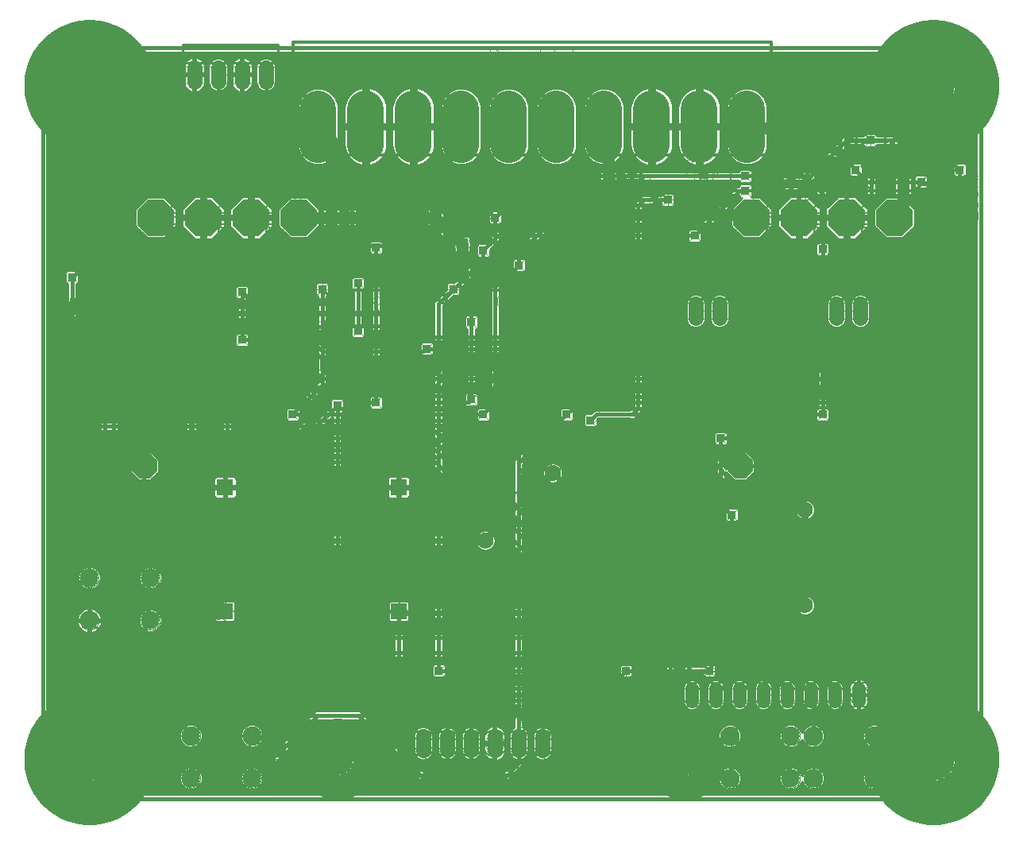
<source format=gtl>
G75*
%MOIN*%
%OFA0B0*%
%FSLAX25Y25*%
%IPPOS*%
%LPD*%
%AMOC8*
5,1,8,0,0,1.08239X$1,22.5*
%
%ADD10R,0.03150X0.05000*%
%ADD11R,0.03346X0.01181*%
%ADD12R,0.01181X0.03346*%
%ADD13C,0.01000*%
%ADD14C,0.00000*%
%ADD15C,0.15000*%
%ADD16C,0.15400*%
%ADD17C,0.00100*%
%ADD18C,0.10000*%
%ADD19C,0.00500*%
%ADD20C,0.00400*%
%ADD21C,0.01200*%
%ADD22C,0.00600*%
%ADD23C,0.00200*%
%ADD24R,0.03937X0.04331*%
%ADD25R,0.01600X0.03400*%
%ADD26R,0.01574X0.03150*%
%ADD27R,0.04331X0.03937*%
%ADD28R,0.03400X0.01600*%
%ADD29R,0.03150X0.01574*%
%ADD30R,0.07098X0.06299*%
%ADD31R,0.06900X0.02900*%
%ADD32R,0.05512X0.02362*%
%ADD33R,0.03740X0.01969*%
%ADD34R,0.02362X0.01574*%
%ADD35R,0.01969X0.03740*%
%ADD36R,0.01574X0.02362*%
%ADD37OC8,0.15000*%
%ADD38OC8,0.15400*%
%ADD39R,0.06600X0.01700*%
%ADD40C,0.00300*%
%ADD41R,0.06600X0.01400*%
%ADD42C,0.05200*%
%ADD43C,0.05600*%
%ADD44R,0.01000X0.02000*%
%ADD45R,0.06496X0.06496*%
%ADD46R,0.06896X0.06896*%
%ADD47C,0.07874*%
%ADD48C,0.05937*%
%ADD49C,0.06337*%
%ADD50R,0.06299X0.07098*%
%ADD51R,0.02900X0.06900*%
%ADD52R,0.02362X0.05512*%
%ADD53C,0.01540*%
%ADD54C,0.01800*%
%ADD55C,0.17900*%
%ADD56C,0.10000*%
%ADD57C,0.18117*%
%ADD58C,0.06000*%
%ADD59C,0.06400*%
%ADD60R,0.02000X0.02000*%
%ADD61OC8,0.10000*%
%ADD62OC8,0.10400*%
%ADD63C,0.00980*%
%ADD64C,0.08000*%
%ADD65C,0.00800*%
%ADD66C,0.13392*%
%ADD67C,0.03000*%
%ADD68C,0.06600*%
%ADD69C,0.07000*%
%ADD70R,0.10000X0.02000*%
%ADD71R,0.03000X0.07500*%
%ADD72R,0.02000X0.10000*%
%ADD73R,0.07500X0.03000*%
%ADD74R,0.02600X0.02800*%
%ADD75C,0.07400*%
%ADD76C,0.07800*%
%ADD77C,0.01600*%
%ADD78R,0.04724X0.04724*%
%ADD79R,0.03169X0.03169*%
%ADD80R,0.03562X0.03562*%
%ADD81C,0.02400*%
%ADD82C,0.05000*%
%ADD83C,0.03200*%
D10*
X0124080Y0230970D03*
X0124080Y0230970D03*
X0128017Y0230970D03*
X0128017Y0230970D03*
X0179080Y0230970D03*
X0179080Y0230970D03*
X0183017Y0230970D03*
X0183017Y0230970D03*
X0269080Y0257840D03*
X0269080Y0257840D03*
X0273017Y0257840D03*
X0273017Y0257840D03*
X0354080Y0293470D03*
X0354080Y0293470D03*
X0358017Y0293470D03*
X0358017Y0293470D03*
D11*
X0361757Y0287564D03*
X0361757Y0287564D03*
X0361757Y0285596D03*
X0361757Y0285596D03*
X0350340Y0285596D03*
X0350340Y0285596D03*
X0350340Y0287564D03*
X0350340Y0287564D03*
X0276757Y0265714D03*
X0276757Y0265714D03*
X0276757Y0263745D03*
X0276757Y0263745D03*
X0265340Y0263745D03*
X0265340Y0263745D03*
X0265340Y0265714D03*
X0265340Y0265714D03*
X0186757Y0225064D03*
X0186757Y0225064D03*
X0186757Y0223096D03*
X0186757Y0223096D03*
X0175340Y0223096D03*
X0175340Y0223096D03*
X0175340Y0225064D03*
X0175340Y0225064D03*
X0131757Y0225064D03*
X0131757Y0225064D03*
X0131757Y0223096D03*
X0131757Y0223096D03*
X0120340Y0223096D03*
X0120340Y0223096D03*
X0120340Y0225064D03*
X0120340Y0225064D03*
D12*
X0123096Y0220340D03*
X0123096Y0220340D03*
X0125064Y0220340D03*
X0125064Y0220340D03*
X0127033Y0220340D03*
X0127033Y0220340D03*
X0129001Y0220340D03*
X0129001Y0220340D03*
X0178096Y0220340D03*
X0178096Y0220340D03*
X0180064Y0220340D03*
X0180064Y0220340D03*
X0182033Y0220340D03*
X0182033Y0220340D03*
X0184001Y0220340D03*
X0184001Y0220340D03*
X0268096Y0268470D03*
X0268096Y0268470D03*
X0270064Y0268470D03*
X0270064Y0268470D03*
X0272033Y0268470D03*
X0272033Y0268470D03*
X0274001Y0268470D03*
X0274001Y0268470D03*
X0353096Y0282840D03*
X0353096Y0282840D03*
X0355064Y0282840D03*
X0355064Y0282840D03*
X0357033Y0282840D03*
X0357033Y0282840D03*
X0359001Y0282840D03*
X0359001Y0282840D03*
D13*
X0360057Y0280076D02*
X0360057Y0279850D01*
X0355655Y0275448D01*
X0354542Y0274335D01*
X0354542Y0259889D01*
X0349776Y0264655D01*
X0346548Y0264655D01*
X0346548Y0256155D01*
X0345548Y0256155D01*
X0345548Y0264655D01*
X0342320Y0264655D01*
X0337948Y0260283D01*
X0337948Y0266442D01*
X0332948Y0271442D01*
X0332660Y0271730D01*
X0332660Y0273079D01*
X0332016Y0273723D01*
X0331295Y0273723D01*
X0331295Y0281658D01*
X0339033Y0281658D01*
X0339033Y0281134D01*
X0339677Y0280490D01*
X0344919Y0280490D01*
X0345398Y0280969D01*
X0345398Y0277368D01*
X0346917Y0275849D01*
X0346917Y0273418D01*
X0347562Y0272774D01*
X0352035Y0272774D01*
X0352680Y0273418D01*
X0352680Y0277891D01*
X0352035Y0278536D01*
X0349604Y0278536D01*
X0349198Y0278942D01*
X0349198Y0283896D01*
X0351044Y0283896D01*
X0351053Y0283905D01*
X0351405Y0283905D01*
X0351405Y0280711D01*
X0352049Y0280067D01*
X0360047Y0280067D01*
X0360057Y0280076D01*
X0359772Y0279565D02*
X0349198Y0279565D01*
X0349198Y0280563D02*
X0351553Y0280563D01*
X0351405Y0281562D02*
X0349198Y0281562D01*
X0349198Y0282560D02*
X0351405Y0282560D01*
X0351405Y0283559D02*
X0349198Y0283559D01*
X0350143Y0283745D02*
X0350143Y0282249D01*
X0350143Y0294060D01*
X0351226Y0294060D01*
X0350143Y0294060D02*
X0350143Y0289336D01*
X0350340Y0287564D02*
X0347167Y0287564D01*
X0347167Y0286776D01*
X0347187Y0286698D01*
X0346794Y0286305D01*
X0346511Y0286305D01*
X0345564Y0285357D01*
X0345564Y0285982D01*
X0344919Y0286627D01*
X0339677Y0286627D01*
X0339033Y0285982D01*
X0339033Y0285458D01*
X0332463Y0285458D01*
X0332463Y0288276D01*
X0331819Y0288920D01*
X0326971Y0288920D01*
X0326326Y0288276D01*
X0326326Y0283034D01*
X0326971Y0282389D01*
X0327495Y0282389D01*
X0327495Y0273723D01*
X0326774Y0273723D01*
X0326261Y0273210D01*
X0326068Y0273544D01*
X0325788Y0273824D01*
X0325446Y0274021D01*
X0325065Y0274123D01*
X0323186Y0274123D01*
X0323186Y0271139D01*
X0322218Y0271139D01*
X0322218Y0274123D01*
X0320339Y0274123D01*
X0319958Y0274021D01*
X0319616Y0273824D01*
X0319336Y0273544D01*
X0319139Y0273202D01*
X0319037Y0272821D01*
X0319037Y0271139D01*
X0322218Y0271139D01*
X0322218Y0270170D01*
X0323186Y0270170D01*
X0323186Y0267186D01*
X0325065Y0267186D01*
X0325446Y0267288D01*
X0325788Y0267486D01*
X0326068Y0267765D01*
X0326261Y0268099D01*
X0326774Y0267586D01*
X0331430Y0267586D01*
X0334148Y0264868D01*
X0334148Y0260283D01*
X0329776Y0264655D01*
X0326548Y0264655D01*
X0326548Y0256155D01*
X0325548Y0256155D01*
X0325548Y0255155D01*
X0317048Y0255155D01*
X0317048Y0251927D01*
X0322320Y0246655D01*
X0325548Y0246655D01*
X0325548Y0255155D01*
X0326548Y0255155D01*
X0326548Y0246655D01*
X0329776Y0246655D01*
X0334148Y0251027D01*
X0334148Y0245406D01*
X0333812Y0245406D01*
X0333167Y0244762D01*
X0333167Y0240288D01*
X0333812Y0239644D01*
X0338285Y0239644D01*
X0338930Y0240288D01*
X0338930Y0244762D01*
X0338285Y0245406D01*
X0337948Y0245406D01*
X0337948Y0251027D01*
X0342320Y0246655D01*
X0345548Y0246655D01*
X0345548Y0255155D01*
X0346548Y0255155D01*
X0346548Y0246655D01*
X0349776Y0246655D01*
X0354542Y0251421D01*
X0354542Y0236835D01*
X0354148Y0236442D01*
X0354148Y0234868D01*
X0355261Y0233755D01*
X0359148Y0229868D01*
X0359148Y0201442D01*
X0354148Y0196442D01*
X0354148Y0183942D01*
X0350261Y0180055D01*
X0315635Y0180055D01*
X0316835Y0181255D01*
X0317948Y0182368D01*
X0317948Y0184889D01*
X0319319Y0184889D01*
X0319963Y0185534D01*
X0319963Y0186455D01*
X0322133Y0186455D01*
X0322133Y0185534D01*
X0322778Y0184889D01*
X0327626Y0184889D01*
X0328270Y0185534D01*
X0328270Y0190776D01*
X0327626Y0191420D01*
X0322778Y0191420D01*
X0322133Y0190776D01*
X0322133Y0189855D01*
X0319963Y0189855D01*
X0319963Y0190776D01*
X0319319Y0191420D01*
X0314471Y0191420D01*
X0313826Y0190776D01*
X0313826Y0185534D01*
X0314148Y0185212D01*
X0314148Y0183942D01*
X0312880Y0182673D01*
X0307407Y0182673D01*
X0309624Y0184889D01*
X0312626Y0184889D01*
X0313270Y0185534D01*
X0313270Y0190776D01*
X0312626Y0191420D01*
X0307778Y0191420D01*
X0307133Y0190776D01*
X0307133Y0187773D01*
X0304592Y0185232D01*
X0291361Y0185232D01*
X0291261Y0185132D01*
X0288393Y0185132D01*
X0288316Y0185055D01*
X0282761Y0185055D01*
X0281648Y0183942D01*
X0279798Y0182092D01*
X0279335Y0182555D01*
X0276658Y0185232D01*
X0270735Y0185232D01*
X0265913Y0190055D01*
X0257463Y0190055D01*
X0257463Y0190776D01*
X0256819Y0191420D01*
X0251971Y0191420D01*
X0251326Y0190776D01*
X0251326Y0185534D01*
X0251971Y0184889D01*
X0256819Y0184889D01*
X0257463Y0185534D01*
X0257463Y0186255D01*
X0264339Y0186255D01*
X0265827Y0184766D01*
X0265548Y0184488D01*
X0265548Y0182555D01*
X0251835Y0182555D01*
X0249602Y0184788D01*
X0249602Y0184889D01*
X0250126Y0184889D01*
X0250770Y0185534D01*
X0250770Y0190776D01*
X0250126Y0191420D01*
X0245278Y0191420D01*
X0244633Y0190776D01*
X0244633Y0190055D01*
X0239963Y0190055D01*
X0239963Y0190776D01*
X0239319Y0191420D01*
X0234471Y0191420D01*
X0233826Y0190776D01*
X0233826Y0185534D01*
X0234471Y0184889D01*
X0239319Y0184889D01*
X0239963Y0185534D01*
X0239963Y0186255D01*
X0244633Y0186255D01*
X0244633Y0185534D01*
X0245278Y0184889D01*
X0245802Y0184889D01*
X0245802Y0183214D01*
X0248902Y0180114D01*
X0226776Y0180114D01*
X0225448Y0181442D01*
X0225448Y0222368D01*
X0226835Y0223755D01*
X0226855Y0223755D01*
X0227243Y0223367D01*
X0226909Y0223174D01*
X0226630Y0222895D01*
X0226432Y0222553D01*
X0226330Y0222171D01*
X0226330Y0220293D01*
X0229314Y0220293D01*
X0229314Y0219324D01*
X0226330Y0219324D01*
X0226330Y0217445D01*
X0226432Y0217064D01*
X0226630Y0216722D01*
X0226909Y0216443D01*
X0227251Y0216245D01*
X0227632Y0216143D01*
X0229314Y0216143D01*
X0229314Y0219324D01*
X0230283Y0219324D01*
X0230283Y0220293D01*
X0233267Y0220293D01*
X0233267Y0222171D01*
X0233165Y0222553D01*
X0232967Y0222895D01*
X0232688Y0223174D01*
X0232354Y0223367D01*
X0232867Y0223880D01*
X0232867Y0224801D01*
X0242783Y0224801D01*
X0242783Y0224077D01*
X0243427Y0223433D01*
X0248669Y0223433D01*
X0249314Y0224077D01*
X0249314Y0228925D01*
X0248669Y0229570D01*
X0247748Y0229570D01*
X0247748Y0238307D01*
X0250053Y0238307D01*
X0250698Y0238951D01*
X0250698Y0246162D01*
X0250604Y0246255D01*
X0279417Y0246255D01*
X0279417Y0245918D01*
X0280062Y0245274D01*
X0284535Y0245274D01*
X0285180Y0245918D01*
X0285180Y0250391D01*
X0284535Y0251036D01*
X0280062Y0251036D01*
X0279417Y0250391D01*
X0279417Y0250055D01*
X0250604Y0250055D01*
X0250698Y0250148D01*
X0250698Y0253305D01*
X0268015Y0253305D01*
X0269338Y0253853D01*
X0269725Y0254240D01*
X0272372Y0254240D01*
X0272759Y0253853D01*
X0274082Y0253305D01*
X0297448Y0253305D01*
X0297448Y0252092D01*
X0302486Y0247055D01*
X0309611Y0247055D01*
X0314648Y0252092D01*
X0314648Y0259217D01*
X0309611Y0264255D01*
X0306016Y0264255D01*
X0306430Y0264668D01*
X0306430Y0269141D01*
X0305785Y0269786D01*
X0301312Y0269786D01*
X0300667Y0269141D01*
X0300667Y0268605D01*
X0289314Y0268605D01*
X0289314Y0269732D01*
X0288669Y0270377D01*
X0283427Y0270377D01*
X0282783Y0269732D01*
X0282783Y0269008D01*
X0277647Y0269008D01*
X0276652Y0268012D01*
X0276043Y0267404D01*
X0275692Y0267404D01*
X0275692Y0270599D01*
X0275047Y0271243D01*
X0267049Y0271243D01*
X0266405Y0270599D01*
X0266405Y0267404D01*
X0266053Y0267404D01*
X0266044Y0267414D01*
X0264636Y0267414D01*
X0264626Y0267404D01*
X0263211Y0267404D01*
X0262567Y0266760D01*
X0262567Y0265055D01*
X0257948Y0265055D01*
X0257948Y0265293D01*
X0258473Y0265293D01*
X0259117Y0265937D01*
X0259117Y0268536D01*
X0261835Y0271255D01*
X0283105Y0271255D01*
X0283427Y0270933D01*
X0288669Y0270933D01*
X0288991Y0271255D01*
X0300667Y0271255D01*
X0300667Y0270918D01*
X0301312Y0270274D01*
X0305785Y0270274D01*
X0306430Y0270918D01*
X0306430Y0275391D01*
X0305785Y0276036D01*
X0301312Y0276036D01*
X0300667Y0275391D01*
X0300667Y0275055D01*
X0289314Y0275055D01*
X0289314Y0276425D01*
X0288669Y0277070D01*
X0283427Y0277070D01*
X0282783Y0276425D01*
X0282783Y0275055D01*
X0260261Y0275055D01*
X0259517Y0274310D01*
X0259517Y0274767D01*
X0256533Y0274767D01*
X0256533Y0275735D01*
X0259517Y0275735D01*
X0259517Y0277614D01*
X0259415Y0277996D01*
X0259217Y0278338D01*
X0258938Y0278617D01*
X0258596Y0278814D01*
X0258214Y0278917D01*
X0256533Y0278917D01*
X0256533Y0275736D01*
X0255564Y0275736D01*
X0255564Y0278917D01*
X0253882Y0278917D01*
X0253501Y0278814D01*
X0253159Y0278617D01*
X0252880Y0278338D01*
X0252682Y0277996D01*
X0252580Y0277614D01*
X0252580Y0275735D01*
X0255564Y0275735D01*
X0255564Y0274767D01*
X0252580Y0274767D01*
X0252580Y0272888D01*
X0252682Y0272507D01*
X0252880Y0272165D01*
X0253159Y0271886D01*
X0253493Y0271693D01*
X0252980Y0271179D01*
X0252980Y0265937D01*
X0253624Y0265293D01*
X0254148Y0265293D01*
X0254148Y0262368D01*
X0255261Y0261255D01*
X0264335Y0261255D01*
X0264535Y0261455D01*
X0265453Y0261455D01*
X0266053Y0262055D01*
X0267469Y0262055D01*
X0268113Y0262699D01*
X0268113Y0263827D01*
X0268167Y0263773D01*
X0268167Y0261440D01*
X0267049Y0261440D01*
X0266405Y0260795D01*
X0266405Y0260505D01*
X0249648Y0260505D01*
X0249648Y0279592D01*
X0251528Y0281472D01*
X0252837Y0284633D01*
X0252837Y0303054D01*
X0251528Y0306215D01*
X0249109Y0308634D01*
X0245948Y0309944D01*
X0242527Y0309944D01*
X0239366Y0308634D01*
X0236947Y0306215D01*
X0235637Y0303054D01*
X0235637Y0284633D01*
X0236947Y0281472D01*
X0239366Y0279053D01*
X0242448Y0277776D01*
X0242448Y0258003D01*
X0242044Y0258003D01*
X0241399Y0257358D01*
X0241399Y0250148D01*
X0241492Y0250055D01*
X0209517Y0250055D01*
X0209517Y0251824D01*
X0206533Y0251824D01*
X0206533Y0252793D01*
X0209517Y0252793D01*
X0209517Y0254671D01*
X0209415Y0255053D01*
X0209217Y0255395D01*
X0208938Y0255674D01*
X0208604Y0255867D01*
X0209117Y0256380D01*
X0209117Y0261622D01*
X0208473Y0262267D01*
X0203624Y0262267D01*
X0202980Y0261622D01*
X0202980Y0260901D01*
X0201108Y0260901D01*
X0199995Y0259788D01*
X0198743Y0258536D01*
X0198354Y0258536D01*
X0197102Y0259788D01*
X0197102Y0259788D01*
X0195989Y0260901D01*
X0194314Y0260901D01*
X0194314Y0261425D01*
X0193669Y0262070D01*
X0192948Y0262070D01*
X0192948Y0267288D01*
X0191835Y0268401D01*
X0189963Y0270273D01*
X0189963Y0273276D01*
X0189319Y0273920D01*
X0184471Y0273920D01*
X0183826Y0273276D01*
X0183826Y0268034D01*
X0184471Y0267389D01*
X0187473Y0267389D01*
X0189148Y0265714D01*
X0189148Y0262070D01*
X0188427Y0262070D01*
X0187783Y0261425D01*
X0187783Y0256577D01*
X0188427Y0255933D01*
X0193669Y0255933D01*
X0194314Y0256577D01*
X0194314Y0257101D01*
X0194415Y0257101D01*
X0195667Y0255849D01*
X0195667Y0253418D01*
X0196312Y0252774D01*
X0200785Y0252774D01*
X0201430Y0253418D01*
X0201430Y0255849D01*
X0202682Y0257101D01*
X0202980Y0257101D01*
X0202980Y0256380D01*
X0203493Y0255867D01*
X0203159Y0255674D01*
X0202880Y0255395D01*
X0202682Y0255053D01*
X0202580Y0254671D01*
X0202580Y0252793D01*
X0205564Y0252793D01*
X0205564Y0251824D01*
X0202580Y0251824D01*
X0202580Y0250055D01*
X0199011Y0250055D01*
X0197898Y0248942D01*
X0193743Y0244786D01*
X0191312Y0244786D01*
X0190667Y0244141D01*
X0190667Y0239668D01*
X0191312Y0239024D01*
X0195785Y0239024D01*
X0196430Y0239668D01*
X0196430Y0242099D01*
X0200585Y0246255D01*
X0241492Y0246255D01*
X0241399Y0246162D01*
X0241399Y0238951D01*
X0242044Y0238307D01*
X0244348Y0238307D01*
X0244348Y0229570D01*
X0243427Y0229570D01*
X0242783Y0228925D01*
X0242783Y0228201D01*
X0232867Y0228201D01*
X0232867Y0229122D01*
X0232223Y0229767D01*
X0227374Y0229767D01*
X0226730Y0229122D01*
X0226730Y0227555D01*
X0225261Y0227555D01*
X0224148Y0226442D01*
X0221648Y0223942D01*
X0221648Y0179868D01*
X0222761Y0178755D01*
X0225202Y0176314D01*
X0229020Y0176314D01*
X0228743Y0176036D01*
X0226312Y0176036D01*
X0225667Y0175391D01*
X0225667Y0170918D01*
X0226312Y0170274D01*
X0230785Y0170274D01*
X0231430Y0170918D01*
X0231430Y0173349D01*
X0231835Y0173755D01*
X0238961Y0173755D01*
X0238743Y0173536D01*
X0236312Y0173536D01*
X0235667Y0172891D01*
X0235667Y0168418D01*
X0236312Y0167774D01*
X0240785Y0167774D01*
X0241430Y0168418D01*
X0241430Y0170849D01*
X0241835Y0171255D01*
X0248961Y0171255D01*
X0245802Y0168095D01*
X0245802Y0166420D01*
X0245278Y0166420D01*
X0244633Y0165776D01*
X0244633Y0165055D01*
X0239963Y0165055D01*
X0239963Y0165776D01*
X0239319Y0166420D01*
X0234471Y0166420D01*
X0233826Y0165776D01*
X0233826Y0160534D01*
X0234471Y0159889D01*
X0239319Y0159889D01*
X0239963Y0160534D01*
X0239963Y0161255D01*
X0244633Y0161255D01*
X0244633Y0160534D01*
X0245278Y0159889D01*
X0250126Y0159889D01*
X0250770Y0160534D01*
X0250770Y0165776D01*
X0250126Y0166420D01*
X0249602Y0166420D01*
X0249602Y0166521D01*
X0251835Y0168755D01*
X0265548Y0168755D01*
X0265548Y0166822D01*
X0265827Y0166543D01*
X0264339Y0165055D01*
X0257463Y0165055D01*
X0257463Y0165776D01*
X0256819Y0166420D01*
X0251971Y0166420D01*
X0251326Y0165776D01*
X0251326Y0160534D01*
X0251971Y0159889D01*
X0256819Y0159889D01*
X0257463Y0160534D01*
X0257463Y0161255D01*
X0265913Y0161255D01*
X0269724Y0165067D01*
X0276648Y0155607D01*
X0276648Y0102368D01*
X0277761Y0101255D01*
X0281187Y0097830D01*
X0285898Y0097830D01*
X0285898Y0093952D01*
X0278504Y0093952D01*
X0275848Y0096607D01*
X0275848Y0111607D01*
X0274501Y0112955D01*
X0267001Y0120455D01*
X0254035Y0120455D01*
X0227011Y0147479D01*
X0227091Y0147672D01*
X0227091Y0149422D01*
X0226421Y0151039D01*
X0225183Y0152277D01*
X0223566Y0152947D01*
X0221815Y0152947D01*
X0220198Y0152277D01*
X0218960Y0151039D01*
X0218291Y0149422D01*
X0218291Y0147672D01*
X0218960Y0146054D01*
X0220198Y0144817D01*
X0221815Y0144147D01*
X0223566Y0144147D01*
X0223758Y0144227D01*
X0250783Y0117202D01*
X0252130Y0115855D01*
X0265096Y0115855D01*
X0271248Y0109702D01*
X0271248Y0095642D01*
X0270448Y0096442D01*
X0270448Y0108942D01*
X0265448Y0113942D01*
X0264335Y0115055D01*
X0246835Y0115055D01*
X0210448Y0151442D01*
X0210448Y0218942D01*
X0207204Y0222186D01*
X0208911Y0222186D01*
X0208911Y0225170D01*
X0209879Y0225170D01*
X0209879Y0222186D01*
X0211758Y0222186D01*
X0212139Y0222288D01*
X0212481Y0222486D01*
X0212761Y0222765D01*
X0212958Y0223107D01*
X0213060Y0223489D01*
X0213060Y0225170D01*
X0209879Y0225170D01*
X0209879Y0226139D01*
X0208911Y0226139D01*
X0208911Y0229123D01*
X0207032Y0229123D01*
X0206651Y0229021D01*
X0206309Y0228824D01*
X0206029Y0228544D01*
X0205836Y0228210D01*
X0205448Y0228598D01*
X0205448Y0229868D01*
X0208354Y0232774D01*
X0210785Y0232774D01*
X0211430Y0233418D01*
X0211430Y0237891D01*
X0210785Y0238536D01*
X0206312Y0238536D01*
X0205667Y0237891D01*
X0205667Y0235461D01*
X0201648Y0231442D01*
X0201648Y0228723D01*
X0200081Y0228723D01*
X0199437Y0228079D01*
X0199437Y0226764D01*
X0186053Y0226764D01*
X0186043Y0226755D01*
X0184628Y0226755D01*
X0183984Y0226110D01*
X0183984Y0223113D01*
X0183625Y0223113D01*
X0183930Y0223418D01*
X0183930Y0227118D01*
X0184082Y0227055D01*
X0185515Y0227055D01*
X0186838Y0227603D01*
X0187850Y0228615D01*
X0188398Y0229939D01*
X0188398Y0245121D01*
X0188261Y0245453D01*
X0188261Y0247223D01*
X0187616Y0247867D01*
X0185847Y0247867D01*
X0185515Y0248005D01*
X0184082Y0248005D01*
X0183750Y0247867D01*
X0181981Y0247867D01*
X0181336Y0247223D01*
X0181336Y0245453D01*
X0181198Y0245121D01*
X0181198Y0234570D01*
X0179725Y0234570D01*
X0177148Y0237146D01*
X0177148Y0268019D01*
X0177778Y0267389D01*
X0182626Y0267389D01*
X0183270Y0268034D01*
X0183270Y0273276D01*
X0182626Y0273920D01*
X0177778Y0273920D01*
X0177148Y0273291D01*
X0177148Y0274164D01*
X0181255Y0278270D01*
X0182527Y0277744D01*
X0185948Y0277744D01*
X0189109Y0279053D01*
X0191528Y0281472D01*
X0192837Y0284633D01*
X0192837Y0303054D01*
X0191528Y0306215D01*
X0189109Y0308634D01*
X0185948Y0309944D01*
X0182527Y0309944D01*
X0179366Y0308634D01*
X0176947Y0306215D01*
X0175637Y0303054D01*
X0175637Y0284633D01*
X0176164Y0283362D01*
X0170496Y0277694D01*
X0169948Y0276371D01*
X0169948Y0234939D01*
X0170496Y0233615D01*
X0170842Y0233270D01*
X0167911Y0233270D01*
X0160210Y0225569D01*
X0155328Y0230450D01*
X0154417Y0230450D01*
X0150731Y0226764D01*
X0143930Y0226764D01*
X0143930Y0230391D01*
X0143285Y0231036D01*
X0138812Y0231036D01*
X0138167Y0230391D01*
X0138167Y0226764D01*
X0131053Y0226764D01*
X0131043Y0226755D01*
X0129628Y0226755D01*
X0128984Y0226110D01*
X0128984Y0224982D01*
X0128930Y0225036D01*
X0128930Y0227118D01*
X0129082Y0227055D01*
X0130515Y0227055D01*
X0131838Y0227603D01*
X0132850Y0228615D01*
X0133398Y0229939D01*
X0133398Y0262389D01*
X0137423Y0262389D01*
X0137073Y0261866D01*
X0136648Y0261442D01*
X0136648Y0261232D01*
X0136532Y0261057D01*
X0136648Y0260468D01*
X0136648Y0247267D01*
X0136124Y0247267D01*
X0135480Y0246622D01*
X0135480Y0241380D01*
X0135993Y0240867D01*
X0135659Y0240674D01*
X0135380Y0240395D01*
X0135182Y0240053D01*
X0135080Y0239671D01*
X0135080Y0237793D01*
X0138064Y0237793D01*
X0138064Y0236824D01*
X0135080Y0236824D01*
X0135080Y0234945D01*
X0135182Y0234564D01*
X0135380Y0234222D01*
X0135659Y0233943D01*
X0136001Y0233745D01*
X0136382Y0233643D01*
X0138064Y0233643D01*
X0138064Y0236824D01*
X0139033Y0236824D01*
X0139033Y0237793D01*
X0142017Y0237793D01*
X0142017Y0239671D01*
X0141915Y0240053D01*
X0141717Y0240395D01*
X0141438Y0240674D01*
X0141104Y0240867D01*
X0141617Y0241380D01*
X0141617Y0242101D01*
X0145667Y0242101D01*
X0145667Y0240918D01*
X0146312Y0240274D01*
X0150785Y0240274D01*
X0151430Y0240918D01*
X0151430Y0242101D01*
X0157783Y0242101D01*
X0157783Y0241577D01*
X0158427Y0240933D01*
X0163669Y0240933D01*
X0164314Y0241577D01*
X0164314Y0246425D01*
X0163669Y0247070D01*
X0158427Y0247070D01*
X0157783Y0246425D01*
X0157783Y0245901D01*
X0150920Y0245901D01*
X0150785Y0246036D01*
X0146312Y0246036D01*
X0146177Y0245901D01*
X0141617Y0245901D01*
X0141617Y0246622D01*
X0140973Y0247267D01*
X0140448Y0247267D01*
X0140448Y0260078D01*
X0141996Y0262389D01*
X0144319Y0262389D01*
X0144963Y0263034D01*
X0144963Y0268276D01*
X0144319Y0268920D01*
X0139471Y0268920D01*
X0138826Y0268276D01*
X0138826Y0264486D01*
X0138270Y0263655D01*
X0138270Y0268276D01*
X0137626Y0268920D01*
X0133398Y0268920D01*
X0133398Y0288999D01*
X0132850Y0290322D01*
X0132837Y0290335D01*
X0132837Y0303054D01*
X0131528Y0306215D01*
X0129109Y0308634D01*
X0125948Y0309944D01*
X0122527Y0309944D01*
X0119366Y0308634D01*
X0116947Y0306215D01*
X0115637Y0303054D01*
X0115637Y0284633D01*
X0116947Y0281472D01*
X0119366Y0279053D01*
X0122527Y0277744D01*
X0125948Y0277744D01*
X0126198Y0277847D01*
X0126198Y0234570D01*
X0125898Y0234570D01*
X0125898Y0238871D01*
X0125350Y0240194D01*
X0124338Y0241207D01*
X0123015Y0241755D01*
X0075040Y0241755D01*
X0064648Y0252146D01*
X0064648Y0259217D01*
X0059611Y0264255D01*
X0052486Y0264255D01*
X0047448Y0259217D01*
X0047448Y0252092D01*
X0052486Y0247055D01*
X0059557Y0247055D01*
X0070496Y0236115D01*
X0071509Y0235103D01*
X0072832Y0234555D01*
X0118698Y0234555D01*
X0118698Y0229939D01*
X0119246Y0228615D01*
X0120259Y0227603D01*
X0121341Y0227155D01*
X0120340Y0227155D01*
X0120340Y0225064D01*
X0120340Y0225064D01*
X0117167Y0225064D01*
X0117167Y0224796D01*
X0110698Y0224796D01*
X0110698Y0224858D01*
X0110053Y0225503D01*
X0102044Y0225503D01*
X0101399Y0224858D01*
X0101399Y0223153D01*
X0096237Y0223153D01*
X0095180Y0224211D01*
X0095180Y0226641D01*
X0094535Y0227286D01*
X0090062Y0227286D01*
X0089417Y0226641D01*
X0089417Y0222168D01*
X0090062Y0221524D01*
X0092493Y0221524D01*
X0094663Y0219353D01*
X0101399Y0219353D01*
X0101399Y0217955D01*
X0077596Y0217955D01*
X0070096Y0210455D01*
X0068748Y0209107D01*
X0068748Y0124054D01*
X0061845Y0124054D01*
X0061200Y0123410D01*
X0061200Y0121305D01*
X0055585Y0121305D01*
X0052948Y0123942D01*
X0052948Y0145381D01*
X0054008Y0145381D01*
X0057581Y0148955D01*
X0057581Y0154008D01*
X0054008Y0157581D01*
X0048955Y0157581D01*
X0045381Y0154008D01*
X0045381Y0148955D01*
X0048955Y0145381D01*
X0049148Y0145381D01*
X0049148Y0122368D01*
X0050261Y0121255D01*
X0054011Y0117505D01*
X0061200Y0117505D01*
X0061200Y0115400D01*
X0061845Y0114756D01*
X0068748Y0114756D01*
X0068748Y0094702D01*
X0073748Y0089702D01*
X0075096Y0088355D01*
X0080893Y0088355D01*
X0080893Y0086931D01*
X0081538Y0086287D01*
X0088945Y0086287D01*
X0089589Y0086931D01*
X0089589Y0094339D01*
X0088945Y0094983D01*
X0081538Y0094983D01*
X0080893Y0094339D01*
X0080893Y0092955D01*
X0077001Y0092955D01*
X0073348Y0096607D01*
X0073348Y0114756D01*
X0080252Y0114756D01*
X0080896Y0115400D01*
X0080896Y0117963D01*
X0190596Y0117963D01*
X0190676Y0117770D01*
X0191914Y0116532D01*
X0193531Y0115863D01*
X0195281Y0115863D01*
X0196899Y0116532D01*
X0198136Y0117770D01*
X0198806Y0119387D01*
X0198806Y0121138D01*
X0198136Y0122755D01*
X0196899Y0123993D01*
X0195281Y0124663D01*
X0193531Y0124663D01*
X0191914Y0123993D01*
X0190676Y0122755D01*
X0190596Y0122563D01*
X0080896Y0122563D01*
X0080896Y0123410D01*
X0080252Y0124054D01*
X0073348Y0124054D01*
X0073348Y0207202D01*
X0079501Y0213355D01*
X0101399Y0213355D01*
X0101399Y0206451D01*
X0101546Y0206305D01*
X0095180Y0206305D01*
X0095180Y0206641D01*
X0094535Y0207286D01*
X0090062Y0207286D01*
X0089417Y0206641D01*
X0089417Y0202168D01*
X0090062Y0201524D01*
X0094230Y0201524D01*
X0094148Y0201442D01*
X0084148Y0191442D01*
X0084148Y0162368D01*
X0085261Y0161255D01*
X0085261Y0161255D01*
X0094148Y0152368D01*
X0095261Y0151255D01*
X0172761Y0151255D01*
X0231061Y0092955D01*
X0221125Y0092955D01*
X0221438Y0093136D01*
X0221717Y0093415D01*
X0221915Y0093757D01*
X0222017Y0094138D01*
X0222017Y0096017D01*
X0219033Y0096017D01*
X0219033Y0096985D01*
X0222017Y0096985D01*
X0222017Y0098864D01*
X0221915Y0099246D01*
X0221717Y0099588D01*
X0221438Y0099867D01*
X0221096Y0100064D01*
X0220714Y0100167D01*
X0219033Y0100167D01*
X0219033Y0096986D01*
X0218064Y0096986D01*
X0218064Y0100167D01*
X0216382Y0100167D01*
X0216001Y0100064D01*
X0215659Y0099867D01*
X0215380Y0099588D01*
X0215182Y0099246D01*
X0215080Y0098864D01*
X0215080Y0096985D01*
X0218064Y0096985D01*
X0218064Y0096017D01*
X0215080Y0096017D01*
X0215080Y0094138D01*
X0215182Y0093757D01*
X0215380Y0093415D01*
X0215659Y0093136D01*
X0215993Y0092943D01*
X0215480Y0092429D01*
X0215480Y0092108D01*
X0204117Y0092108D01*
X0204117Y0092429D01*
X0203604Y0092943D01*
X0203938Y0093136D01*
X0204217Y0093415D01*
X0204415Y0093757D01*
X0204517Y0094138D01*
X0204517Y0096017D01*
X0201533Y0096017D01*
X0201533Y0096985D01*
X0204517Y0096985D01*
X0204517Y0098864D01*
X0204415Y0099246D01*
X0204217Y0099588D01*
X0203938Y0099867D01*
X0203596Y0100064D01*
X0203214Y0100167D01*
X0201533Y0100167D01*
X0201533Y0096986D01*
X0200564Y0096986D01*
X0200564Y0100167D01*
X0198882Y0100167D01*
X0198501Y0100064D01*
X0198159Y0099867D01*
X0197880Y0099588D01*
X0197682Y0099246D01*
X0197580Y0098864D01*
X0197580Y0096985D01*
X0200564Y0096985D01*
X0200564Y0096017D01*
X0197580Y0096017D01*
X0197580Y0094138D01*
X0197682Y0093757D01*
X0197880Y0093415D01*
X0198159Y0093136D01*
X0198493Y0092943D01*
X0197980Y0092429D01*
X0197980Y0092108D01*
X0186617Y0092108D01*
X0186617Y0092429D01*
X0186104Y0092943D01*
X0186438Y0093136D01*
X0186717Y0093415D01*
X0186915Y0093757D01*
X0187017Y0094138D01*
X0187017Y0096017D01*
X0184033Y0096017D01*
X0184033Y0096985D01*
X0187017Y0096985D01*
X0187017Y0098864D01*
X0186915Y0099246D01*
X0186717Y0099588D01*
X0186438Y0099867D01*
X0186096Y0100064D01*
X0185714Y0100167D01*
X0184033Y0100167D01*
X0184033Y0096986D01*
X0183064Y0096986D01*
X0183064Y0100167D01*
X0181382Y0100167D01*
X0181001Y0100064D01*
X0180659Y0099867D01*
X0180380Y0099588D01*
X0180182Y0099246D01*
X0180080Y0098864D01*
X0180080Y0096985D01*
X0183064Y0096985D01*
X0183064Y0096017D01*
X0180080Y0096017D01*
X0180080Y0094138D01*
X0180182Y0093757D01*
X0180380Y0093415D01*
X0180659Y0093136D01*
X0180993Y0092943D01*
X0180480Y0092429D01*
X0180480Y0092108D01*
X0162424Y0092108D01*
X0162424Y0094339D01*
X0161780Y0094983D01*
X0154372Y0094983D01*
X0153728Y0094339D01*
X0153728Y0086931D01*
X0154372Y0086287D01*
X0161780Y0086287D01*
X0162424Y0086931D01*
X0162424Y0087508D01*
X0180480Y0087508D01*
X0180480Y0087187D01*
X0181124Y0086543D01*
X0185973Y0086543D01*
X0186617Y0087187D01*
X0186617Y0087508D01*
X0197980Y0087508D01*
X0197980Y0087187D01*
X0198624Y0086543D01*
X0203473Y0086543D01*
X0204117Y0087187D01*
X0204117Y0087508D01*
X0215480Y0087508D01*
X0215480Y0087187D01*
X0216124Y0086543D01*
X0220973Y0086543D01*
X0221617Y0087187D01*
X0221617Y0088355D01*
X0227311Y0088355D01*
X0220261Y0081305D01*
X0044335Y0081305D01*
X0040448Y0085192D01*
X0040448Y0215192D01*
X0039646Y0215994D01*
X0039646Y0219717D01*
X0040448Y0220519D01*
X0040448Y0253618D01*
X0053085Y0266255D01*
X0099335Y0266255D01*
X0101835Y0268755D01*
X0109437Y0268755D01*
X0109437Y0268231D01*
X0110081Y0267586D01*
X0115323Y0267586D01*
X0115836Y0268099D01*
X0116029Y0267765D01*
X0116309Y0267486D01*
X0116651Y0267288D01*
X0117032Y0267186D01*
X0118911Y0267186D01*
X0118911Y0270170D01*
X0119879Y0270170D01*
X0119879Y0267186D01*
X0121758Y0267186D01*
X0122139Y0267288D01*
X0122481Y0267486D01*
X0122761Y0267765D01*
X0122958Y0268107D01*
X0123060Y0268489D01*
X0123060Y0270170D01*
X0119879Y0270170D01*
X0119879Y0271139D01*
X0118911Y0271139D01*
X0118911Y0274123D01*
X0117032Y0274123D01*
X0116651Y0274021D01*
X0116309Y0273824D01*
X0116029Y0273544D01*
X0115836Y0273210D01*
X0115323Y0273723D01*
X0110081Y0273723D01*
X0109437Y0273079D01*
X0109437Y0272555D01*
X0104198Y0272555D01*
X0104198Y0309070D01*
X0104603Y0309237D01*
X0105748Y0310382D01*
X0106367Y0311877D01*
X0106367Y0319433D01*
X0105748Y0320928D01*
X0104603Y0322072D01*
X0103108Y0322692D01*
X0101489Y0322692D01*
X0099994Y0322072D01*
X0098849Y0320928D01*
X0098230Y0319433D01*
X0098230Y0311877D01*
X0098849Y0310382D01*
X0099994Y0309237D01*
X0100398Y0309070D01*
X0100398Y0298155D01*
X0097743Y0298155D01*
X0097098Y0297510D01*
X0097098Y0293799D01*
X0097743Y0293155D01*
X0100398Y0293155D01*
X0100398Y0283920D01*
X0096971Y0283920D01*
X0096326Y0283276D01*
X0096326Y0278034D01*
X0096971Y0277389D01*
X0100398Y0277389D01*
X0100398Y0272692D01*
X0100261Y0272555D01*
X0097761Y0270055D01*
X0051885Y0270055D01*
X0053085Y0271255D01*
X0079335Y0271255D01*
X0083085Y0275005D01*
X0084198Y0276118D01*
X0084198Y0309070D01*
X0084603Y0309237D01*
X0085748Y0310382D01*
X0086367Y0311877D01*
X0086367Y0319433D01*
X0085748Y0320928D01*
X0084603Y0322072D01*
X0083108Y0322692D01*
X0081489Y0322692D01*
X0079994Y0322072D01*
X0078849Y0320928D01*
X0078230Y0319433D01*
X0078230Y0311877D01*
X0078849Y0310382D01*
X0079994Y0309237D01*
X0080398Y0309070D01*
X0080398Y0298155D01*
X0077743Y0298155D01*
X0077098Y0297510D01*
X0077098Y0293799D01*
X0077743Y0293155D01*
X0080398Y0293155D01*
X0080398Y0277692D01*
X0077761Y0275055D01*
X0057948Y0275055D01*
X0057948Y0279240D01*
X0058669Y0279240D01*
X0059314Y0279884D01*
X0059314Y0284732D01*
X0058669Y0285377D01*
X0053427Y0285377D01*
X0052783Y0284732D01*
X0052783Y0279884D01*
X0053427Y0279240D01*
X0054148Y0279240D01*
X0054148Y0275055D01*
X0051511Y0275055D01*
X0050398Y0273942D01*
X0050398Y0273942D01*
X0037948Y0261492D01*
X0037948Y0264043D01*
X0038473Y0264043D01*
X0039117Y0264687D01*
X0039117Y0269929D01*
X0038604Y0270443D01*
X0038938Y0270636D01*
X0039217Y0270915D01*
X0039415Y0271257D01*
X0039517Y0271638D01*
X0039517Y0273517D01*
X0036533Y0273517D01*
X0036533Y0274485D01*
X0039517Y0274485D01*
X0039517Y0276364D01*
X0039415Y0276746D01*
X0039217Y0277088D01*
X0038938Y0277367D01*
X0038596Y0277564D01*
X0038214Y0277667D01*
X0036533Y0277667D01*
X0036533Y0274486D01*
X0035564Y0274486D01*
X0035564Y0277667D01*
X0033882Y0277667D01*
X0033501Y0277564D01*
X0033159Y0277367D01*
X0032880Y0277088D01*
X0032682Y0276746D01*
X0032580Y0276364D01*
X0032580Y0274485D01*
X0035564Y0274485D01*
X0035564Y0273517D01*
X0032580Y0273517D01*
X0032580Y0271638D01*
X0032682Y0271257D01*
X0032880Y0270915D01*
X0033159Y0270636D01*
X0033493Y0270443D01*
X0032980Y0269929D01*
X0032980Y0264687D01*
X0033624Y0264043D01*
X0034148Y0264043D01*
X0034148Y0259868D01*
X0035236Y0258780D01*
X0032761Y0256305D01*
X0031648Y0255192D01*
X0031648Y0245595D01*
X0029973Y0243920D01*
X0026971Y0243920D01*
X0026326Y0243276D01*
X0026326Y0238034D01*
X0026971Y0237389D01*
X0027916Y0237389D01*
X0027894Y0222715D01*
X0027805Y0222804D01*
X0022948Y0222804D01*
X0022948Y0227774D01*
X0023285Y0227774D01*
X0023930Y0228418D01*
X0023930Y0230849D01*
X0024602Y0231521D01*
X0024602Y0237389D01*
X0025126Y0237389D01*
X0025770Y0238034D01*
X0025770Y0243276D01*
X0025126Y0243920D01*
X0020278Y0243920D01*
X0019633Y0243276D01*
X0019633Y0238034D01*
X0020278Y0237389D01*
X0020802Y0237389D01*
X0020802Y0233536D01*
X0018812Y0233536D01*
X0018167Y0232891D01*
X0018167Y0228418D01*
X0018812Y0227774D01*
X0019148Y0227774D01*
X0019148Y0220519D01*
X0019950Y0219717D01*
X0019950Y0214150D01*
X0020595Y0213506D01*
X0027805Y0213506D01*
X0027881Y0213581D01*
X0027880Y0212669D01*
X0027876Y0212665D01*
X0027879Y0211883D01*
X0027878Y0211101D01*
X0027882Y0211097D01*
X0027882Y0211091D01*
X0028437Y0210540D01*
X0028989Y0209986D01*
X0028995Y0209986D01*
X0032918Y0206094D01*
X0032918Y0105824D01*
X0032318Y0107274D01*
X0030967Y0108624D01*
X0029203Y0109355D01*
X0027294Y0109355D01*
X0025529Y0108624D01*
X0024179Y0107274D01*
X0023448Y0105509D01*
X0023448Y0104035D01*
X0020551Y0102405D01*
X0020261Y0102405D01*
X0019889Y0102033D01*
X0019431Y0101775D01*
X0019353Y0101496D01*
X0019148Y0101292D01*
X0019148Y0100766D01*
X0019007Y0100259D01*
X0019148Y0100007D01*
X0019148Y0076118D01*
X0020261Y0075005D01*
X0050261Y0045005D01*
X0140261Y0045005D01*
X0164148Y0021118D01*
X0165261Y0020005D01*
X0206835Y0020005D01*
X0215823Y0028992D01*
X0216029Y0028785D01*
X0217536Y0028161D01*
X0219167Y0028161D01*
X0220674Y0028785D01*
X0221827Y0029939D01*
X0222452Y0031445D01*
X0222452Y0039077D01*
X0221827Y0040583D01*
X0220674Y0041737D01*
X0220211Y0041929D01*
X0220193Y0044850D01*
X0220697Y0044850D01*
X0221341Y0045494D01*
X0221341Y0046222D01*
X0236051Y0046255D01*
X0236835Y0046255D01*
X0236837Y0046256D01*
X0236840Y0046256D01*
X0237394Y0046813D01*
X0253551Y0062970D01*
X0255588Y0062970D01*
X0256233Y0063615D01*
X0256233Y0067121D01*
X0257993Y0067121D01*
X0258043Y0067071D01*
X0265554Y0067071D01*
X0266198Y0067715D01*
X0266198Y0077386D01*
X0266299Y0077486D01*
X0266496Y0077828D01*
X0266598Y0078210D01*
X0266598Y0079257D01*
X0261799Y0079257D01*
X0261799Y0079257D01*
X0266598Y0079257D01*
X0266598Y0080305D01*
X0266496Y0080686D01*
X0266299Y0081028D01*
X0266198Y0081128D01*
X0266198Y0087593D01*
X0268194Y0087593D01*
X0270054Y0085734D01*
X0270054Y0051364D01*
X0273863Y0047555D01*
X0263085Y0047555D01*
X0261213Y0049427D01*
X0261213Y0052026D01*
X0260569Y0052670D01*
X0255721Y0052670D01*
X0255076Y0052026D01*
X0255076Y0046784D01*
X0255721Y0046139D01*
X0259127Y0046139D01*
X0261511Y0043755D01*
X0272787Y0043755D01*
X0270200Y0042739D01*
X0266355Y0039673D01*
X0263584Y0035609D01*
X0262134Y0030909D01*
X0262134Y0025991D01*
X0263584Y0021291D01*
X0263584Y0021291D01*
X0266355Y0017227D01*
X0270200Y0014161D01*
X0270956Y0013864D01*
X0139951Y0013864D01*
X0142871Y0015550D01*
X0142871Y0015550D01*
X0146217Y0019155D01*
X0146217Y0019155D01*
X0148351Y0023587D01*
X0149084Y0028450D01*
X0148351Y0033313D01*
X0148351Y0033313D01*
X0146217Y0037745D01*
X0142871Y0041350D01*
X0138612Y0043809D01*
X0133817Y0044904D01*
X0133817Y0044904D01*
X0128912Y0044536D01*
X0124334Y0042739D01*
X0120489Y0039673D01*
X0120488Y0039673D01*
X0120488Y0039673D01*
X0117718Y0035609D01*
X0116268Y0030909D01*
X0116268Y0025991D01*
X0117718Y0021291D01*
X0117718Y0021291D01*
X0120488Y0017227D01*
X0120489Y0017227D01*
X0124334Y0014161D01*
X0125090Y0013864D01*
X0042807Y0013864D01*
X0045994Y0017781D01*
X0045994Y0017781D01*
X0048222Y0022910D01*
X0048222Y0022910D01*
X0048983Y0028450D01*
X0048222Y0033990D01*
X0045994Y0039119D01*
X0042465Y0043456D01*
X0037897Y0046681D01*
X0037897Y0046681D01*
X0032628Y0048554D01*
X0027049Y0048935D01*
X0027049Y0048935D01*
X0021574Y0047798D01*
X0016609Y0045225D01*
X0016609Y0045225D01*
X0012522Y0041408D01*
X0010567Y0038192D01*
X0010567Y0301188D01*
X0012522Y0297972D01*
X0016609Y0294155D01*
X0021574Y0291583D01*
X0027049Y0290445D01*
X0032628Y0290827D01*
X0037897Y0292699D01*
X0042465Y0295924D01*
X0045994Y0300262D01*
X0048222Y0305391D01*
X0048983Y0310930D01*
X0048222Y0316470D01*
X0045994Y0321599D01*
X0043207Y0325024D01*
X0367872Y0325024D01*
X0366656Y0323888D01*
X0363751Y0319111D01*
X0363751Y0319111D01*
X0362242Y0313726D01*
X0362242Y0308134D01*
X0363751Y0302750D01*
X0366656Y0297972D01*
X0370743Y0294155D01*
X0375708Y0291583D01*
X0381183Y0290445D01*
X0386761Y0290827D01*
X0386761Y0290827D01*
X0392030Y0292699D01*
X0396599Y0295924D01*
X0400128Y0300262D01*
X0400467Y0301044D01*
X0400467Y0038337D01*
X0400128Y0039119D01*
X0396599Y0043456D01*
X0396599Y0043456D01*
X0392030Y0046681D01*
X0386761Y0048554D01*
X0381183Y0048935D01*
X0381183Y0048935D01*
X0375708Y0047798D01*
X0375708Y0047798D01*
X0370743Y0045225D01*
X0366656Y0041408D01*
X0363751Y0036630D01*
X0362242Y0031246D01*
X0362242Y0025654D01*
X0363751Y0020270D01*
X0363751Y0020270D01*
X0366656Y0015492D01*
X0366656Y0015492D01*
X0366656Y0015492D01*
X0368399Y0013864D01*
X0285817Y0013864D01*
X0288738Y0015550D01*
X0292083Y0019155D01*
X0292233Y0019467D01*
X0292929Y0017786D01*
X0294279Y0016435D01*
X0296044Y0015705D01*
X0297953Y0015705D01*
X0299717Y0016435D01*
X0301068Y0017786D01*
X0301798Y0019550D01*
X0301798Y0021459D01*
X0301068Y0023224D01*
X0299717Y0024574D01*
X0299198Y0024789D01*
X0299198Y0029326D01*
X0299257Y0030031D01*
X0299198Y0030101D01*
X0299198Y0030192D01*
X0298698Y0030692D01*
X0296318Y0033505D01*
X0297953Y0033505D01*
X0298772Y0033844D01*
X0301439Y0031177D01*
X0302552Y0030064D01*
X0326954Y0030064D01*
X0330585Y0033695D01*
X0331044Y0033505D01*
X0332953Y0033505D01*
X0334717Y0034235D01*
X0336068Y0035586D01*
X0336798Y0037350D01*
X0336798Y0039259D01*
X0336068Y0041024D01*
X0334717Y0042374D01*
X0333898Y0042713D01*
X0333898Y0050672D01*
X0334185Y0050959D01*
X0334748Y0052319D01*
X0334748Y0058991D01*
X0334185Y0060351D01*
X0333144Y0061391D01*
X0331784Y0061955D01*
X0330312Y0061955D01*
X0329602Y0061660D01*
X0329602Y0067389D01*
X0330126Y0067389D01*
X0330770Y0068034D01*
X0330770Y0073276D01*
X0330126Y0073920D01*
X0325278Y0073920D01*
X0324633Y0073276D01*
X0324633Y0068034D01*
X0325278Y0067389D01*
X0325802Y0067389D01*
X0325802Y0058214D01*
X0327348Y0056668D01*
X0327348Y0052614D01*
X0324848Y0050114D01*
X0323340Y0050114D01*
X0324185Y0050959D01*
X0324748Y0052319D01*
X0324748Y0058991D01*
X0324185Y0060351D01*
X0323144Y0061391D01*
X0321784Y0061955D01*
X0321098Y0061955D01*
X0321098Y0078686D01*
X0319985Y0079799D01*
X0316068Y0083716D01*
X0294698Y0083716D01*
X0294698Y0085063D01*
X0294799Y0085163D01*
X0294996Y0085505D01*
X0295098Y0085887D01*
X0295098Y0086934D01*
X0290299Y0086934D01*
X0290299Y0086934D01*
X0295098Y0086934D01*
X0295098Y0087593D01*
X0325674Y0087593D01*
X0327081Y0089000D01*
X0327673Y0088755D01*
X0329424Y0088755D01*
X0331041Y0089425D01*
X0332279Y0090662D01*
X0332948Y0092280D01*
X0332948Y0094030D01*
X0332279Y0095647D01*
X0331041Y0096885D01*
X0329424Y0097555D01*
X0327673Y0097555D01*
X0326056Y0096885D01*
X0324818Y0095647D01*
X0324148Y0094030D01*
X0324148Y0092280D01*
X0324394Y0091687D01*
X0324100Y0091393D01*
X0294698Y0091393D01*
X0294698Y0092711D01*
X0303292Y0092711D01*
X0307161Y0096580D01*
X0307161Y0135328D01*
X0307227Y0136021D01*
X0307161Y0136101D01*
X0307161Y0136205D01*
X0306669Y0136698D01*
X0299500Y0145381D01*
X0304008Y0145381D01*
X0307581Y0148955D01*
X0307581Y0149601D01*
X0325283Y0149601D01*
X0325283Y0149077D01*
X0325927Y0148433D01*
X0331169Y0148433D01*
X0331814Y0149077D01*
X0331814Y0153925D01*
X0331169Y0154570D01*
X0325927Y0154570D01*
X0325283Y0153925D01*
X0325283Y0153401D01*
X0307581Y0153401D01*
X0307581Y0154008D01*
X0304008Y0157581D01*
X0298955Y0157581D01*
X0295381Y0154008D01*
X0295381Y0150371D01*
X0282948Y0165432D01*
X0282948Y0179868D01*
X0284335Y0181255D01*
X0287748Y0181255D01*
X0287748Y0179617D01*
X0287872Y0179493D01*
X0287748Y0179369D01*
X0287748Y0177376D01*
X0287648Y0177276D01*
X0287451Y0176934D01*
X0287348Y0176552D01*
X0287348Y0175655D01*
X0292148Y0175655D01*
X0292148Y0175655D01*
X0287348Y0175655D01*
X0287348Y0174757D01*
X0287451Y0174376D01*
X0287648Y0174034D01*
X0287748Y0173933D01*
X0287748Y0171940D01*
X0287872Y0171816D01*
X0287748Y0171692D01*
X0287748Y0169381D01*
X0287872Y0169257D01*
X0287748Y0169133D01*
X0287748Y0166822D01*
X0288393Y0166178D01*
X0291261Y0166178D01*
X0291361Y0166078D01*
X0304592Y0166078D01*
X0305615Y0165055D01*
X0296055Y0165055D01*
X0296055Y0165391D01*
X0295411Y0166036D01*
X0290938Y0166036D01*
X0290293Y0165391D01*
X0290293Y0160918D01*
X0290938Y0160274D01*
X0295411Y0160274D01*
X0296055Y0160918D01*
X0296055Y0161255D01*
X0307133Y0161255D01*
X0307133Y0160534D01*
X0307778Y0159889D01*
X0312626Y0159889D01*
X0313270Y0160534D01*
X0313270Y0165776D01*
X0312626Y0166420D01*
X0309624Y0166420D01*
X0307407Y0168637D01*
X0312880Y0168637D01*
X0314148Y0167368D01*
X0314148Y0166098D01*
X0313826Y0165776D01*
X0313826Y0160534D01*
X0314471Y0159889D01*
X0319319Y0159889D01*
X0319963Y0160534D01*
X0319963Y0161255D01*
X0322133Y0161255D01*
X0322133Y0160534D01*
X0322778Y0159889D01*
X0327626Y0159889D01*
X0328270Y0160534D01*
X0328270Y0165776D01*
X0327626Y0166420D01*
X0322778Y0166420D01*
X0322133Y0165776D01*
X0322133Y0165055D01*
X0319963Y0165055D01*
X0319963Y0165776D01*
X0319319Y0166420D01*
X0317948Y0166420D01*
X0317948Y0168942D01*
X0316835Y0170055D01*
X0315635Y0171255D01*
X0333167Y0171255D01*
X0333167Y0170918D01*
X0333812Y0170274D01*
X0338285Y0170274D01*
X0338930Y0170918D01*
X0338930Y0175391D01*
X0338285Y0176036D01*
X0333812Y0176036D01*
X0333167Y0175391D01*
X0333167Y0175055D01*
X0296948Y0175055D01*
X0296948Y0175655D01*
X0296948Y0176255D01*
X0351835Y0176255D01*
X0352948Y0177368D01*
X0357229Y0181648D01*
X0358342Y0182761D01*
X0358342Y0184335D01*
X0357948Y0184729D01*
X0357948Y0194868D01*
X0361835Y0198755D01*
X0362948Y0199868D01*
X0362948Y0231442D01*
X0358342Y0236048D01*
X0358342Y0251199D01*
X0362486Y0247055D01*
X0369611Y0247055D01*
X0374648Y0252092D01*
X0374648Y0259217D01*
X0373398Y0260467D01*
X0373398Y0288871D01*
X0372850Y0290194D01*
X0367850Y0295194D01*
X0366838Y0296207D01*
X0365515Y0296755D01*
X0360362Y0296755D01*
X0360047Y0297070D01*
X0352049Y0297070D01*
X0351735Y0296755D01*
X0312837Y0296755D01*
X0312837Y0303054D01*
X0311528Y0306215D01*
X0309109Y0308634D01*
X0305948Y0309944D01*
X0302527Y0309944D01*
X0299366Y0308634D01*
X0296947Y0306215D01*
X0295637Y0303054D01*
X0295637Y0284633D01*
X0296947Y0281472D01*
X0299366Y0279053D01*
X0302527Y0277744D01*
X0305948Y0277744D01*
X0309109Y0279053D01*
X0311528Y0281472D01*
X0312837Y0284633D01*
X0312837Y0289555D01*
X0339033Y0289555D01*
X0339033Y0287827D01*
X0339677Y0287183D01*
X0344919Y0287183D01*
X0345564Y0287827D01*
X0345564Y0289555D01*
X0348096Y0289555D01*
X0348088Y0289552D01*
X0347746Y0289355D01*
X0347466Y0289076D01*
X0347269Y0288734D01*
X0347167Y0288352D01*
X0347167Y0287564D01*
X0350340Y0287564D01*
X0350340Y0287564D01*
X0348083Y0289550D02*
X0345564Y0289550D01*
X0345564Y0288551D02*
X0347220Y0288551D01*
X0347167Y0287553D02*
X0345290Y0287553D01*
X0344992Y0286554D02*
X0347044Y0286554D01*
X0345763Y0285556D02*
X0345564Y0285556D01*
X0350143Y0282249D02*
X0361954Y0282249D01*
X0361954Y0283745D01*
X0361954Y0282249D02*
X0361954Y0294060D01*
X0360871Y0294060D01*
X0361954Y0294060D02*
X0361954Y0289336D01*
X0364530Y0288332D02*
X0366198Y0286664D01*
X0366198Y0264255D01*
X0362486Y0264255D01*
X0358342Y0260111D01*
X0358342Y0272761D01*
X0363657Y0278076D01*
X0363657Y0279650D01*
X0363457Y0279850D01*
X0363457Y0283905D01*
X0363886Y0283905D01*
X0364530Y0284549D01*
X0364530Y0288332D01*
X0364530Y0287553D02*
X0365309Y0287553D01*
X0364530Y0286554D02*
X0366198Y0286554D01*
X0366198Y0285556D02*
X0364530Y0285556D01*
X0364530Y0284557D02*
X0366198Y0284557D01*
X0366198Y0283559D02*
X0363457Y0283559D01*
X0363457Y0282560D02*
X0366198Y0282560D01*
X0366198Y0281562D02*
X0363457Y0281562D01*
X0363457Y0280563D02*
X0366198Y0280563D01*
X0366198Y0279565D02*
X0363657Y0279565D01*
X0363657Y0278566D02*
X0366198Y0278566D01*
X0366198Y0277568D02*
X0363148Y0277568D01*
X0362150Y0276569D02*
X0366198Y0276569D01*
X0366198Y0275571D02*
X0361151Y0275571D01*
X0360153Y0274572D02*
X0366198Y0274572D01*
X0366198Y0273574D02*
X0359154Y0273574D01*
X0358342Y0272575D02*
X0366198Y0272575D01*
X0366198Y0271577D02*
X0358342Y0271577D01*
X0358342Y0270578D02*
X0366198Y0270578D01*
X0366198Y0269580D02*
X0358342Y0269580D01*
X0358342Y0268581D02*
X0366198Y0268581D01*
X0366198Y0267583D02*
X0358342Y0267583D01*
X0358342Y0266584D02*
X0366198Y0266584D01*
X0366198Y0265586D02*
X0358342Y0265586D01*
X0358342Y0264587D02*
X0366198Y0264587D01*
X0361820Y0263589D02*
X0358342Y0263589D01*
X0358342Y0262590D02*
X0360822Y0262590D01*
X0359823Y0261592D02*
X0358342Y0261592D01*
X0358342Y0260593D02*
X0358825Y0260593D01*
X0354542Y0260593D02*
X0353838Y0260593D01*
X0354542Y0261592D02*
X0352839Y0261592D01*
X0351841Y0262590D02*
X0354542Y0262590D01*
X0354542Y0263589D02*
X0350842Y0263589D01*
X0349844Y0264587D02*
X0354542Y0264587D01*
X0354542Y0265586D02*
X0337948Y0265586D01*
X0337948Y0264587D02*
X0342253Y0264587D01*
X0341254Y0263589D02*
X0337948Y0263589D01*
X0337948Y0262590D02*
X0340256Y0262590D01*
X0339257Y0261592D02*
X0337948Y0261592D01*
X0337948Y0260593D02*
X0338259Y0260593D01*
X0334148Y0260593D02*
X0333838Y0260593D01*
X0334148Y0261592D02*
X0332839Y0261592D01*
X0331841Y0262590D02*
X0334148Y0262590D01*
X0334148Y0263589D02*
X0330842Y0263589D01*
X0329844Y0264587D02*
X0334148Y0264587D01*
X0333430Y0265586D02*
X0306430Y0265586D01*
X0306430Y0266584D02*
X0332432Y0266584D01*
X0331433Y0267583D02*
X0325885Y0267583D01*
X0323186Y0267583D02*
X0322218Y0267583D01*
X0322218Y0267186D02*
X0322218Y0270170D01*
X0319037Y0270170D01*
X0319037Y0268489D01*
X0319139Y0268107D01*
X0319336Y0267765D01*
X0319616Y0267486D01*
X0319958Y0267288D01*
X0320339Y0267186D01*
X0322218Y0267186D01*
X0322218Y0268581D02*
X0323186Y0268581D01*
X0323186Y0269580D02*
X0322218Y0269580D01*
X0322218Y0270578D02*
X0306090Y0270578D01*
X0305991Y0269580D02*
X0319037Y0269580D01*
X0319037Y0268581D02*
X0306430Y0268581D01*
X0306430Y0267583D02*
X0319519Y0267583D01*
X0322320Y0264655D02*
X0317048Y0259383D01*
X0317048Y0256155D01*
X0325548Y0256155D01*
X0325548Y0264655D01*
X0322320Y0264655D01*
X0322253Y0264587D02*
X0306349Y0264587D01*
X0310277Y0263589D02*
X0321254Y0263589D01*
X0320256Y0262590D02*
X0311275Y0262590D01*
X0312274Y0261592D02*
X0319257Y0261592D01*
X0318259Y0260593D02*
X0313272Y0260593D01*
X0314271Y0259595D02*
X0317260Y0259595D01*
X0317048Y0258596D02*
X0314648Y0258596D01*
X0314648Y0257598D02*
X0317048Y0257598D01*
X0317048Y0256599D02*
X0314648Y0256599D01*
X0314648Y0255601D02*
X0325548Y0255601D01*
X0325548Y0256599D02*
X0326548Y0256599D01*
X0326548Y0257598D02*
X0325548Y0257598D01*
X0325548Y0258596D02*
X0326548Y0258596D01*
X0326548Y0259595D02*
X0325548Y0259595D01*
X0325548Y0260593D02*
X0326548Y0260593D01*
X0326548Y0261592D02*
X0325548Y0261592D01*
X0325548Y0262590D02*
X0326548Y0262590D01*
X0326548Y0263589D02*
X0325548Y0263589D01*
X0325548Y0264587D02*
X0326548Y0264587D01*
X0333812Y0270578D02*
X0354542Y0270578D01*
X0354542Y0269580D02*
X0334810Y0269580D01*
X0335809Y0268581D02*
X0354542Y0268581D01*
X0354542Y0267583D02*
X0336807Y0267583D01*
X0337806Y0266584D02*
X0354542Y0266584D01*
X0354542Y0271577D02*
X0332813Y0271577D01*
X0332660Y0272575D02*
X0354542Y0272575D01*
X0354542Y0273574D02*
X0352680Y0273574D01*
X0352680Y0274572D02*
X0354779Y0274572D01*
X0355655Y0275448D02*
X0355655Y0275448D01*
X0355777Y0275571D02*
X0352680Y0275571D01*
X0352680Y0276569D02*
X0356776Y0276569D01*
X0357775Y0277568D02*
X0352680Y0277568D01*
X0349574Y0278566D02*
X0358773Y0278566D01*
X0346917Y0275571D02*
X0331295Y0275571D01*
X0331295Y0276569D02*
X0346197Y0276569D01*
X0345398Y0277568D02*
X0331295Y0277568D01*
X0331295Y0278566D02*
X0345398Y0278566D01*
X0345398Y0279565D02*
X0331295Y0279565D01*
X0331295Y0280563D02*
X0339604Y0280563D01*
X0339033Y0281562D02*
X0331295Y0281562D01*
X0327495Y0281562D02*
X0311565Y0281562D01*
X0311979Y0282560D02*
X0319541Y0282560D01*
X0319533Y0282568D02*
X0319812Y0282289D01*
X0320154Y0282092D01*
X0320536Y0281989D01*
X0322218Y0281989D01*
X0322218Y0285170D01*
X0323186Y0285170D01*
X0323186Y0281989D01*
X0324868Y0281989D01*
X0325249Y0282092D01*
X0325591Y0282289D01*
X0325871Y0282568D01*
X0326068Y0282910D01*
X0326170Y0283292D01*
X0326170Y0285170D01*
X0323186Y0285170D01*
X0323186Y0286139D01*
X0322218Y0286139D01*
X0322218Y0289320D01*
X0320536Y0289320D01*
X0320154Y0289218D01*
X0319812Y0289020D01*
X0319533Y0288741D01*
X0319336Y0288399D01*
X0319233Y0288018D01*
X0319233Y0286139D01*
X0322218Y0286139D01*
X0322218Y0285170D01*
X0319233Y0285170D01*
X0319233Y0283292D01*
X0319336Y0282910D01*
X0319533Y0282568D01*
X0319233Y0283559D02*
X0312392Y0283559D01*
X0312806Y0284557D02*
X0319233Y0284557D01*
X0319233Y0286554D02*
X0312837Y0286554D01*
X0312837Y0285556D02*
X0322218Y0285556D01*
X0323186Y0285556D02*
X0326326Y0285556D01*
X0326170Y0286139D02*
X0326170Y0288018D01*
X0326068Y0288399D01*
X0325871Y0288741D01*
X0325591Y0289020D01*
X0325249Y0289218D01*
X0324868Y0289320D01*
X0323186Y0289320D01*
X0323186Y0286139D01*
X0326170Y0286139D01*
X0326170Y0286554D02*
X0326326Y0286554D01*
X0326326Y0287553D02*
X0326170Y0287553D01*
X0325980Y0288551D02*
X0326602Y0288551D01*
X0323186Y0288551D02*
X0322218Y0288551D01*
X0322218Y0287553D02*
X0323186Y0287553D01*
X0323186Y0286554D02*
X0322218Y0286554D01*
X0322218Y0284557D02*
X0323186Y0284557D01*
X0323186Y0283559D02*
X0322218Y0283559D01*
X0322218Y0282560D02*
X0323186Y0282560D01*
X0325863Y0282560D02*
X0326800Y0282560D01*
X0326326Y0283559D02*
X0326170Y0283559D01*
X0326170Y0284557D02*
X0326326Y0284557D01*
X0327495Y0280563D02*
X0310619Y0280563D01*
X0309621Y0279565D02*
X0327495Y0279565D01*
X0327495Y0278566D02*
X0307934Y0278566D01*
X0306250Y0275571D02*
X0327495Y0275571D01*
X0327495Y0276569D02*
X0289170Y0276569D01*
X0289314Y0275571D02*
X0300847Y0275571D01*
X0300541Y0278566D02*
X0288767Y0278566D01*
X0289248Y0278844D02*
X0290184Y0279563D01*
X0291018Y0280397D01*
X0291737Y0281333D01*
X0292327Y0282355D01*
X0292778Y0283445D01*
X0293083Y0284584D01*
X0293237Y0285754D01*
X0293237Y0293344D01*
X0284737Y0293344D01*
X0284737Y0277344D01*
X0284827Y0277344D01*
X0285997Y0277498D01*
X0287137Y0277803D01*
X0288227Y0278255D01*
X0289248Y0278844D01*
X0290186Y0279565D02*
X0298854Y0279565D01*
X0297856Y0280563D02*
X0291146Y0280563D01*
X0291869Y0281562D02*
X0296910Y0281562D01*
X0296496Y0282560D02*
X0292412Y0282560D01*
X0292809Y0283559D02*
X0296082Y0283559D01*
X0295669Y0284557D02*
X0293076Y0284557D01*
X0293211Y0285556D02*
X0295637Y0285556D01*
X0295637Y0286554D02*
X0293237Y0286554D01*
X0293237Y0287553D02*
X0295637Y0287553D01*
X0295637Y0288551D02*
X0293237Y0288551D01*
X0293237Y0289550D02*
X0295637Y0289550D01*
X0295637Y0290548D02*
X0293237Y0290548D01*
X0293237Y0291547D02*
X0295637Y0291547D01*
X0295637Y0292545D02*
X0293237Y0292545D01*
X0293237Y0294344D02*
X0293237Y0301934D01*
X0293083Y0303103D01*
X0292778Y0304243D01*
X0292327Y0305333D01*
X0291737Y0306355D01*
X0291018Y0307291D01*
X0290184Y0308125D01*
X0289248Y0308843D01*
X0288227Y0309433D01*
X0287137Y0309884D01*
X0285997Y0310190D01*
X0284827Y0310344D01*
X0284737Y0310344D01*
X0284737Y0294344D01*
X0283737Y0294344D01*
X0283737Y0293344D01*
X0275237Y0293344D01*
X0275237Y0285754D01*
X0275391Y0284584D01*
X0275697Y0283445D01*
X0276148Y0282355D01*
X0276738Y0281333D01*
X0277456Y0280397D01*
X0278291Y0279563D01*
X0279227Y0278844D01*
X0280248Y0278255D01*
X0281338Y0277803D01*
X0282478Y0277498D01*
X0283648Y0277344D01*
X0283737Y0277344D01*
X0283737Y0293344D01*
X0284737Y0293344D01*
X0284737Y0294344D01*
X0293237Y0294344D01*
X0293237Y0294542D02*
X0295637Y0294542D01*
X0295637Y0293544D02*
X0284737Y0293544D01*
X0284737Y0294542D02*
X0283737Y0294542D01*
X0283737Y0294344D02*
X0283737Y0310344D01*
X0283648Y0310344D01*
X0282478Y0310190D01*
X0281338Y0309884D01*
X0280248Y0309433D01*
X0279227Y0308843D01*
X0278291Y0308125D01*
X0277456Y0307291D01*
X0276738Y0306355D01*
X0276148Y0305333D01*
X0275697Y0304243D01*
X0275391Y0303103D01*
X0275237Y0301934D01*
X0275237Y0294344D01*
X0283737Y0294344D01*
X0283737Y0293544D02*
X0264737Y0293544D01*
X0264737Y0293344D02*
X0264737Y0294344D01*
X0263737Y0294344D01*
X0263737Y0293344D01*
X0255237Y0293344D01*
X0255237Y0285754D01*
X0255391Y0284584D01*
X0255697Y0283445D01*
X0256148Y0282355D01*
X0256738Y0281333D01*
X0257456Y0280397D01*
X0258291Y0279563D01*
X0259227Y0278844D01*
X0260248Y0278255D01*
X0261338Y0277803D01*
X0262478Y0277498D01*
X0263648Y0277344D01*
X0263737Y0277344D01*
X0263737Y0293344D01*
X0264737Y0293344D01*
X0264737Y0277344D01*
X0264827Y0277344D01*
X0265997Y0277498D01*
X0267137Y0277803D01*
X0268227Y0278255D01*
X0269248Y0278844D01*
X0270184Y0279563D01*
X0271018Y0280397D01*
X0271737Y0281333D01*
X0272327Y0282355D01*
X0272778Y0283445D01*
X0273083Y0284584D01*
X0273237Y0285754D01*
X0273237Y0293344D01*
X0264737Y0293344D01*
X0264737Y0292545D02*
X0263737Y0292545D01*
X0263737Y0291547D02*
X0264737Y0291547D01*
X0264737Y0290548D02*
X0263737Y0290548D01*
X0263737Y0289550D02*
X0264737Y0289550D01*
X0264737Y0288551D02*
X0263737Y0288551D01*
X0263737Y0287553D02*
X0264737Y0287553D01*
X0264737Y0286554D02*
X0263737Y0286554D01*
X0263737Y0285556D02*
X0264737Y0285556D01*
X0264737Y0284557D02*
X0263737Y0284557D01*
X0263737Y0283559D02*
X0264737Y0283559D01*
X0264737Y0282560D02*
X0263737Y0282560D01*
X0263737Y0281562D02*
X0264737Y0281562D01*
X0264737Y0280563D02*
X0263737Y0280563D01*
X0263737Y0279565D02*
X0264737Y0279565D01*
X0264737Y0278566D02*
X0263737Y0278566D01*
X0263737Y0277568D02*
X0264737Y0277568D01*
X0266259Y0277568D02*
X0282216Y0277568D01*
X0282927Y0276569D02*
X0259517Y0276569D01*
X0259517Y0277568D02*
X0262216Y0277568D01*
X0259708Y0278566D02*
X0258988Y0278566D01*
X0258288Y0279565D02*
X0249648Y0279565D01*
X0249648Y0278566D02*
X0253108Y0278566D01*
X0252580Y0277568D02*
X0249648Y0277568D01*
X0249648Y0276569D02*
X0252580Y0276569D01*
X0252580Y0274572D02*
X0249648Y0274572D01*
X0249648Y0273574D02*
X0252580Y0273574D01*
X0252664Y0272575D02*
X0249648Y0272575D01*
X0249648Y0271577D02*
X0253377Y0271577D01*
X0252980Y0270578D02*
X0249648Y0270578D01*
X0249648Y0269580D02*
X0252980Y0269580D01*
X0252980Y0268581D02*
X0249648Y0268581D01*
X0249648Y0267583D02*
X0252980Y0267583D01*
X0252980Y0266584D02*
X0249648Y0266584D01*
X0249648Y0265586D02*
X0253332Y0265586D01*
X0254148Y0264587D02*
X0249648Y0264587D01*
X0249648Y0263589D02*
X0254148Y0263589D01*
X0254148Y0262590D02*
X0249648Y0262590D01*
X0249648Y0261592D02*
X0254925Y0261592D01*
X0258765Y0265586D02*
X0262567Y0265586D01*
X0262567Y0266584D02*
X0259117Y0266584D01*
X0259117Y0267583D02*
X0266405Y0267583D01*
X0266405Y0268581D02*
X0259162Y0268581D01*
X0260160Y0269580D02*
X0266405Y0269580D01*
X0266405Y0270578D02*
X0261159Y0270578D01*
X0259779Y0274572D02*
X0259517Y0274572D01*
X0256533Y0275571D02*
X0282783Y0275571D01*
X0283737Y0277568D02*
X0284737Y0277568D01*
X0284737Y0278566D02*
X0283737Y0278566D01*
X0283737Y0279565D02*
X0284737Y0279565D01*
X0284737Y0280563D02*
X0283737Y0280563D01*
X0283737Y0281562D02*
X0284737Y0281562D01*
X0284737Y0282560D02*
X0283737Y0282560D01*
X0283737Y0283559D02*
X0284737Y0283559D01*
X0284737Y0284557D02*
X0283737Y0284557D01*
X0283737Y0285556D02*
X0284737Y0285556D01*
X0284737Y0286554D02*
X0283737Y0286554D01*
X0283737Y0287553D02*
X0284737Y0287553D01*
X0284737Y0288551D02*
X0283737Y0288551D01*
X0283737Y0289550D02*
X0284737Y0289550D01*
X0284737Y0290548D02*
X0283737Y0290548D01*
X0283737Y0291547D02*
X0284737Y0291547D01*
X0284737Y0292545D02*
X0283737Y0292545D01*
X0283737Y0295541D02*
X0284737Y0295541D01*
X0284737Y0296540D02*
X0283737Y0296540D01*
X0283737Y0297538D02*
X0284737Y0297538D01*
X0284737Y0298537D02*
X0283737Y0298537D01*
X0283737Y0299535D02*
X0284737Y0299535D01*
X0284737Y0300534D02*
X0283737Y0300534D01*
X0283737Y0301532D02*
X0284737Y0301532D01*
X0284737Y0302531D02*
X0283737Y0302531D01*
X0283737Y0303529D02*
X0284737Y0303529D01*
X0284737Y0304528D02*
X0283737Y0304528D01*
X0283737Y0305526D02*
X0284737Y0305526D01*
X0284737Y0306525D02*
X0283737Y0306525D01*
X0283737Y0307523D02*
X0284737Y0307523D01*
X0284737Y0308522D02*
X0283737Y0308522D01*
X0283737Y0309520D02*
X0284737Y0309520D01*
X0288016Y0309520D02*
X0301504Y0309520D01*
X0299253Y0308522D02*
X0289667Y0308522D01*
X0290786Y0307523D02*
X0298255Y0307523D01*
X0297256Y0306525D02*
X0291606Y0306525D01*
X0292215Y0305526D02*
X0296661Y0305526D01*
X0296248Y0304528D02*
X0292660Y0304528D01*
X0292969Y0303529D02*
X0295834Y0303529D01*
X0295637Y0302531D02*
X0293159Y0302531D01*
X0293237Y0301532D02*
X0295637Y0301532D01*
X0295637Y0300534D02*
X0293237Y0300534D01*
X0293237Y0299535D02*
X0295637Y0299535D01*
X0295637Y0298537D02*
X0293237Y0298537D01*
X0293237Y0297538D02*
X0295637Y0297538D01*
X0295637Y0296540D02*
X0293237Y0296540D01*
X0293237Y0295541D02*
X0295637Y0295541D01*
X0306971Y0309520D02*
X0362242Y0309520D01*
X0362242Y0308522D02*
X0309222Y0308522D01*
X0310220Y0307523D02*
X0362413Y0307523D01*
X0362693Y0306525D02*
X0311219Y0306525D01*
X0311814Y0305526D02*
X0362973Y0305526D01*
X0363253Y0304528D02*
X0312227Y0304528D01*
X0312641Y0303529D02*
X0363532Y0303529D01*
X0363751Y0302750D02*
X0363751Y0302750D01*
X0363884Y0302531D02*
X0312837Y0302531D01*
X0312837Y0301532D02*
X0364491Y0301532D01*
X0365098Y0300534D02*
X0312837Y0300534D01*
X0312837Y0299535D02*
X0365706Y0299535D01*
X0366313Y0298537D02*
X0312837Y0298537D01*
X0312837Y0297538D02*
X0367121Y0297538D01*
X0366656Y0297972D02*
X0366656Y0297972D01*
X0366034Y0296540D02*
X0368190Y0296540D01*
X0367503Y0295541D02*
X0369259Y0295541D01*
X0368502Y0294542D02*
X0370328Y0294542D01*
X0370743Y0294155D02*
X0370743Y0294155D01*
X0371923Y0293544D02*
X0369500Y0293544D01*
X0370499Y0292545D02*
X0373850Y0292545D01*
X0375708Y0291583D02*
X0375708Y0291583D01*
X0375880Y0291547D02*
X0371497Y0291547D01*
X0372496Y0290548D02*
X0380685Y0290548D01*
X0381183Y0290445D02*
X0381183Y0290445D01*
X0382693Y0290548D02*
X0400467Y0290548D01*
X0400467Y0289550D02*
X0373117Y0289550D01*
X0373398Y0288551D02*
X0400467Y0288551D01*
X0400467Y0287553D02*
X0373398Y0287553D01*
X0373398Y0286554D02*
X0400467Y0286554D01*
X0400467Y0285556D02*
X0373398Y0285556D01*
X0373398Y0284557D02*
X0400467Y0284557D01*
X0400467Y0283559D02*
X0373398Y0283559D01*
X0373398Y0282560D02*
X0400467Y0282560D01*
X0400467Y0281562D02*
X0373398Y0281562D01*
X0373398Y0280563D02*
X0400467Y0280563D01*
X0400467Y0279565D02*
X0388674Y0279565D01*
X0388669Y0279570D02*
X0383427Y0279570D01*
X0382783Y0278925D01*
X0382783Y0274077D01*
X0383427Y0273433D01*
X0388669Y0273433D01*
X0389191Y0273955D01*
X0390667Y0273955D01*
X0390667Y0273418D01*
X0391312Y0272774D01*
X0391676Y0272774D01*
X0391742Y0263772D01*
X0391242Y0263772D01*
X0390598Y0263128D01*
X0390598Y0257886D01*
X0391111Y0257373D01*
X0390777Y0257180D01*
X0390498Y0256901D01*
X0390300Y0256559D01*
X0390198Y0256177D01*
X0390198Y0254298D01*
X0393182Y0254298D01*
X0393182Y0253330D01*
X0390198Y0253330D01*
X0390198Y0251451D01*
X0390300Y0251070D01*
X0390498Y0250728D01*
X0390777Y0250449D01*
X0391119Y0250251D01*
X0391501Y0250149D01*
X0393182Y0250149D01*
X0393182Y0253330D01*
X0394151Y0253330D01*
X0394151Y0254298D01*
X0397135Y0254298D01*
X0397135Y0256177D01*
X0397033Y0256559D01*
X0396835Y0256901D01*
X0396556Y0257180D01*
X0396222Y0257373D01*
X0396735Y0257886D01*
X0396735Y0263128D01*
X0396091Y0263772D01*
X0395542Y0263772D01*
X0395476Y0272774D01*
X0395785Y0272774D01*
X0396430Y0273418D01*
X0396430Y0277891D01*
X0395785Y0278536D01*
X0391312Y0278536D01*
X0390667Y0277891D01*
X0390667Y0277355D01*
X0389314Y0277355D01*
X0389314Y0278925D01*
X0388669Y0279570D01*
X0389314Y0278566D02*
X0400467Y0278566D01*
X0400467Y0277568D02*
X0396430Y0277568D01*
X0396430Y0276569D02*
X0400467Y0276569D01*
X0400467Y0275571D02*
X0396430Y0275571D01*
X0396430Y0274572D02*
X0400467Y0274572D01*
X0400467Y0273574D02*
X0396430Y0273574D01*
X0395477Y0272575D02*
X0400467Y0272575D01*
X0400467Y0271577D02*
X0395485Y0271577D01*
X0395492Y0270578D02*
X0400467Y0270578D01*
X0400467Y0269580D02*
X0395500Y0269580D01*
X0395507Y0268581D02*
X0400467Y0268581D01*
X0400467Y0267583D02*
X0395514Y0267583D01*
X0395522Y0266584D02*
X0400467Y0266584D01*
X0400467Y0265586D02*
X0395529Y0265586D01*
X0395536Y0264587D02*
X0400467Y0264587D01*
X0400467Y0263589D02*
X0396274Y0263589D01*
X0396735Y0262590D02*
X0400467Y0262590D01*
X0400467Y0261592D02*
X0396735Y0261592D01*
X0396735Y0260593D02*
X0400467Y0260593D01*
X0400467Y0259595D02*
X0396735Y0259595D01*
X0396735Y0258596D02*
X0400467Y0258596D01*
X0400467Y0257598D02*
X0396447Y0257598D01*
X0397009Y0256599D02*
X0400467Y0256599D01*
X0400467Y0255601D02*
X0397135Y0255601D01*
X0397135Y0254602D02*
X0400467Y0254602D01*
X0400467Y0253604D02*
X0394151Y0253604D01*
X0394151Y0253330D02*
X0397135Y0253330D01*
X0397135Y0251451D01*
X0397033Y0251070D01*
X0396835Y0250728D01*
X0396556Y0250449D01*
X0396214Y0250251D01*
X0395833Y0250149D01*
X0394151Y0250149D01*
X0394151Y0253330D01*
X0394151Y0252605D02*
X0393182Y0252605D01*
X0393182Y0251606D02*
X0394151Y0251606D01*
X0394151Y0250608D02*
X0393182Y0250608D01*
X0390618Y0250608D02*
X0373164Y0250608D01*
X0374162Y0251606D02*
X0390198Y0251606D01*
X0390198Y0252605D02*
X0374648Y0252605D01*
X0374648Y0253604D02*
X0393182Y0253604D01*
X0390198Y0254602D02*
X0374648Y0254602D01*
X0374648Y0255601D02*
X0390198Y0255601D01*
X0390324Y0256599D02*
X0374648Y0256599D01*
X0374648Y0257598D02*
X0390887Y0257598D01*
X0390598Y0258596D02*
X0374648Y0258596D01*
X0374271Y0259595D02*
X0390598Y0259595D01*
X0390598Y0260593D02*
X0373398Y0260593D01*
X0373398Y0261592D02*
X0390598Y0261592D01*
X0390598Y0262590D02*
X0373398Y0262590D01*
X0373398Y0263589D02*
X0391059Y0263589D01*
X0391736Y0264587D02*
X0373398Y0264587D01*
X0373398Y0265586D02*
X0391729Y0265586D01*
X0391722Y0266584D02*
X0373398Y0266584D01*
X0373398Y0267583D02*
X0382783Y0267583D01*
X0382783Y0267384D02*
X0383427Y0266740D01*
X0388669Y0266740D01*
X0389314Y0267384D01*
X0389314Y0272232D01*
X0388669Y0272877D01*
X0383427Y0272877D01*
X0382783Y0272232D01*
X0382783Y0271708D01*
X0380180Y0271708D01*
X0380180Y0272891D01*
X0379535Y0273536D01*
X0375062Y0273536D01*
X0374417Y0272891D01*
X0374417Y0268418D01*
X0375062Y0267774D01*
X0379535Y0267774D01*
X0379670Y0267908D01*
X0382783Y0267908D01*
X0382783Y0267384D01*
X0389314Y0267583D02*
X0391714Y0267583D01*
X0391707Y0268581D02*
X0389314Y0268581D01*
X0389314Y0269580D02*
X0391699Y0269580D01*
X0391692Y0270578D02*
X0389314Y0270578D01*
X0389314Y0271577D02*
X0391685Y0271577D01*
X0391677Y0272575D02*
X0388971Y0272575D01*
X0388810Y0273574D02*
X0390667Y0273574D01*
X0390667Y0277568D02*
X0389314Y0277568D01*
X0383423Y0279565D02*
X0373398Y0279565D01*
X0373398Y0278566D02*
X0382783Y0278566D01*
X0382783Y0277568D02*
X0373398Y0277568D01*
X0373398Y0276569D02*
X0382783Y0276569D01*
X0382783Y0275571D02*
X0373398Y0275571D01*
X0373398Y0274572D02*
X0382783Y0274572D01*
X0383286Y0273574D02*
X0373398Y0273574D01*
X0373398Y0272575D02*
X0374417Y0272575D01*
X0374417Y0271577D02*
X0373398Y0271577D01*
X0373398Y0270578D02*
X0374417Y0270578D01*
X0374417Y0269580D02*
X0373398Y0269580D01*
X0373398Y0268581D02*
X0374417Y0268581D01*
X0380180Y0272575D02*
X0383126Y0272575D01*
X0388788Y0291547D02*
X0400467Y0291547D01*
X0400467Y0292545D02*
X0391598Y0292545D01*
X0392030Y0292699D02*
X0392030Y0292699D01*
X0393227Y0293544D02*
X0400467Y0293544D01*
X0400467Y0294542D02*
X0394642Y0294542D01*
X0396056Y0295541D02*
X0400467Y0295541D01*
X0400467Y0296540D02*
X0397099Y0296540D01*
X0396599Y0295924D02*
X0396599Y0295924D01*
X0396599Y0295924D01*
X0397912Y0297538D02*
X0400467Y0297538D01*
X0400467Y0298537D02*
X0398724Y0298537D01*
X0399537Y0299535D02*
X0400467Y0299535D01*
X0400128Y0300262D02*
X0400128Y0300262D01*
X0400246Y0300534D02*
X0400467Y0300534D01*
X0367309Y0324498D02*
X0043635Y0324498D01*
X0044448Y0323499D02*
X0366419Y0323499D01*
X0366656Y0323888D02*
X0366656Y0323888D01*
X0365812Y0322501D02*
X0103569Y0322501D01*
X0105173Y0321502D02*
X0365205Y0321502D01*
X0364598Y0320504D02*
X0105923Y0320504D01*
X0106337Y0319505D02*
X0363991Y0319505D01*
X0363581Y0318507D02*
X0106367Y0318507D01*
X0106367Y0317508D02*
X0363302Y0317508D01*
X0363022Y0316510D02*
X0106367Y0316510D01*
X0106367Y0315511D02*
X0362742Y0315511D01*
X0362462Y0314513D02*
X0106367Y0314513D01*
X0106367Y0313514D02*
X0362242Y0313514D01*
X0362242Y0312516D02*
X0106367Y0312516D01*
X0106218Y0311517D02*
X0362242Y0311517D01*
X0362242Y0310519D02*
X0105804Y0310519D01*
X0104886Y0309520D02*
X0121504Y0309520D01*
X0119253Y0308522D02*
X0104198Y0308522D01*
X0104198Y0307523D02*
X0118255Y0307523D01*
X0117256Y0306525D02*
X0104198Y0306525D01*
X0104198Y0305526D02*
X0116661Y0305526D01*
X0116248Y0304528D02*
X0104198Y0304528D01*
X0104198Y0303529D02*
X0115834Y0303529D01*
X0115637Y0302531D02*
X0104198Y0302531D01*
X0104198Y0301532D02*
X0115637Y0301532D01*
X0115637Y0300534D02*
X0104198Y0300534D01*
X0104198Y0299535D02*
X0115637Y0299535D01*
X0115637Y0298537D02*
X0104198Y0298537D01*
X0104198Y0297538D02*
X0115637Y0297538D01*
X0115637Y0296540D02*
X0104198Y0296540D01*
X0104198Y0295541D02*
X0115637Y0295541D01*
X0115637Y0294542D02*
X0104198Y0294542D01*
X0104198Y0293544D02*
X0115637Y0293544D01*
X0115637Y0292545D02*
X0104198Y0292545D01*
X0104198Y0291547D02*
X0115637Y0291547D01*
X0115637Y0290548D02*
X0104198Y0290548D01*
X0104198Y0289550D02*
X0115637Y0289550D01*
X0115637Y0288551D02*
X0104198Y0288551D01*
X0104198Y0287553D02*
X0115637Y0287553D01*
X0115637Y0286554D02*
X0104198Y0286554D01*
X0104198Y0285556D02*
X0115637Y0285556D01*
X0115669Y0284557D02*
X0104198Y0284557D01*
X0104198Y0283559D02*
X0116082Y0283559D01*
X0116496Y0282560D02*
X0104198Y0282560D01*
X0104198Y0281562D02*
X0116910Y0281562D01*
X0117856Y0280563D02*
X0104198Y0280563D01*
X0104198Y0279565D02*
X0118854Y0279565D01*
X0120541Y0278566D02*
X0104198Y0278566D01*
X0104198Y0277568D02*
X0126198Y0277568D01*
X0126198Y0276569D02*
X0104198Y0276569D01*
X0104198Y0275571D02*
X0126198Y0275571D01*
X0126198Y0274572D02*
X0104198Y0274572D01*
X0104198Y0273574D02*
X0109931Y0273574D01*
X0109437Y0272575D02*
X0104198Y0272575D01*
X0100282Y0272575D02*
X0080656Y0272575D01*
X0079657Y0271577D02*
X0099283Y0271577D01*
X0100261Y0272555D02*
X0100261Y0272555D01*
X0100398Y0273574D02*
X0081654Y0273574D01*
X0082653Y0274572D02*
X0100398Y0274572D01*
X0100398Y0275571D02*
X0083651Y0275571D01*
X0084198Y0276569D02*
X0100398Y0276569D01*
X0096792Y0277568D02*
X0095870Y0277568D01*
X0095871Y0277568D02*
X0096068Y0277910D01*
X0096170Y0278292D01*
X0096170Y0280170D01*
X0093186Y0280170D01*
X0093186Y0276989D01*
X0094868Y0276989D01*
X0095249Y0277092D01*
X0095591Y0277289D01*
X0095871Y0277568D01*
X0096170Y0278566D02*
X0096326Y0278566D01*
X0096326Y0279565D02*
X0096170Y0279565D01*
X0096326Y0280563D02*
X0093186Y0280563D01*
X0093186Y0280170D02*
X0093186Y0281139D01*
X0092218Y0281139D01*
X0092218Y0284320D01*
X0090536Y0284320D01*
X0090154Y0284218D01*
X0089812Y0284020D01*
X0089533Y0283741D01*
X0089336Y0283399D01*
X0089233Y0283018D01*
X0089233Y0281139D01*
X0092218Y0281139D01*
X0092218Y0280170D01*
X0093186Y0280170D01*
X0093186Y0279565D02*
X0092218Y0279565D01*
X0092218Y0280170D02*
X0092218Y0276989D01*
X0090536Y0276989D01*
X0090154Y0277092D01*
X0089812Y0277289D01*
X0089533Y0277568D01*
X0089336Y0277910D01*
X0089233Y0278292D01*
X0089233Y0280170D01*
X0092218Y0280170D01*
X0092218Y0280563D02*
X0084198Y0280563D01*
X0084198Y0279565D02*
X0089233Y0279565D01*
X0089233Y0278566D02*
X0084198Y0278566D01*
X0084198Y0277568D02*
X0089534Y0277568D01*
X0092218Y0277568D02*
X0093186Y0277568D01*
X0093186Y0278566D02*
X0092218Y0278566D01*
X0093186Y0281139D02*
X0096170Y0281139D01*
X0096170Y0283018D01*
X0096068Y0283399D01*
X0095871Y0283741D01*
X0095591Y0284020D01*
X0095249Y0284218D01*
X0094868Y0284320D01*
X0093186Y0284320D01*
X0093186Y0281139D01*
X0093186Y0281562D02*
X0092218Y0281562D01*
X0092218Y0282560D02*
X0093186Y0282560D01*
X0093186Y0283559D02*
X0092218Y0283559D01*
X0089428Y0283559D02*
X0084198Y0283559D01*
X0084198Y0284557D02*
X0100398Y0284557D01*
X0100398Y0285556D02*
X0084198Y0285556D01*
X0084198Y0286554D02*
X0100398Y0286554D01*
X0100398Y0287553D02*
X0084198Y0287553D01*
X0084198Y0288551D02*
X0100398Y0288551D01*
X0100398Y0289550D02*
X0084198Y0289550D01*
X0084198Y0290548D02*
X0100398Y0290548D01*
X0100398Y0291547D02*
X0084198Y0291547D01*
X0084198Y0292545D02*
X0100398Y0292545D01*
X0097354Y0293544D02*
X0095220Y0293544D01*
X0095296Y0293676D02*
X0095398Y0294057D01*
X0095398Y0295505D01*
X0092748Y0295505D01*
X0092748Y0292755D01*
X0094096Y0292755D01*
X0094477Y0292857D01*
X0094819Y0293054D01*
X0095099Y0293334D01*
X0095296Y0293676D01*
X0095398Y0294542D02*
X0097098Y0294542D01*
X0097098Y0295541D02*
X0092748Y0295541D01*
X0092748Y0295505D02*
X0092748Y0295805D01*
X0092448Y0295805D01*
X0092448Y0295505D01*
X0089798Y0295505D01*
X0089798Y0294057D01*
X0089901Y0293676D01*
X0090098Y0293334D01*
X0090377Y0293054D01*
X0090719Y0292857D01*
X0091101Y0292755D01*
X0092448Y0292755D01*
X0092448Y0295505D01*
X0092748Y0295505D01*
X0092748Y0295805D02*
X0095398Y0295805D01*
X0095398Y0297252D01*
X0095296Y0297634D01*
X0095099Y0297976D01*
X0094819Y0298255D01*
X0094477Y0298452D01*
X0094096Y0298555D01*
X0092748Y0298555D01*
X0092748Y0295805D01*
X0092448Y0295805D02*
X0092448Y0298555D01*
X0091101Y0298555D01*
X0090719Y0298452D01*
X0090377Y0298255D01*
X0090098Y0297976D01*
X0089901Y0297634D01*
X0089798Y0297252D01*
X0089798Y0295805D01*
X0092448Y0295805D01*
X0092448Y0295541D02*
X0084198Y0295541D01*
X0084198Y0296540D02*
X0089798Y0296540D01*
X0089875Y0297538D02*
X0084198Y0297538D01*
X0084198Y0298537D02*
X0091033Y0298537D01*
X0092448Y0298537D02*
X0092748Y0298537D01*
X0092748Y0297538D02*
X0092448Y0297538D01*
X0092448Y0296540D02*
X0092748Y0296540D01*
X0092748Y0294542D02*
X0092448Y0294542D01*
X0092448Y0293544D02*
X0092748Y0293544D01*
X0089977Y0293544D02*
X0084198Y0293544D01*
X0084198Y0294542D02*
X0089798Y0294542D01*
X0094164Y0298537D02*
X0100398Y0298537D01*
X0100398Y0299535D02*
X0084198Y0299535D01*
X0084198Y0300534D02*
X0100398Y0300534D01*
X0100398Y0301532D02*
X0084198Y0301532D01*
X0084198Y0302531D02*
X0100398Y0302531D01*
X0100398Y0303529D02*
X0084198Y0303529D01*
X0084198Y0304528D02*
X0100398Y0304528D01*
X0100398Y0305526D02*
X0084198Y0305526D01*
X0084198Y0306525D02*
X0100398Y0306525D01*
X0100398Y0307523D02*
X0084198Y0307523D01*
X0084198Y0308522D02*
X0090655Y0308522D01*
X0090583Y0308545D02*
X0091252Y0308328D01*
X0091814Y0308239D01*
X0091814Y0315170D01*
X0092783Y0315170D01*
X0092783Y0308239D01*
X0093345Y0308328D01*
X0094014Y0308545D01*
X0094640Y0308864D01*
X0095209Y0309278D01*
X0095707Y0309775D01*
X0096120Y0310344D01*
X0096440Y0310971D01*
X0096657Y0311640D01*
X0096767Y0312335D01*
X0096767Y0315170D01*
X0092783Y0315170D01*
X0092783Y0316139D01*
X0096767Y0316139D01*
X0096767Y0318975D01*
X0096657Y0319670D01*
X0096440Y0320339D01*
X0096120Y0320965D01*
X0095707Y0321534D01*
X0095209Y0322032D01*
X0094640Y0322445D01*
X0094014Y0322764D01*
X0093345Y0322982D01*
X0092783Y0323071D01*
X0092783Y0316139D01*
X0091814Y0316139D01*
X0091814Y0315170D01*
X0087830Y0315170D01*
X0087830Y0312335D01*
X0087940Y0311640D01*
X0088157Y0310971D01*
X0088477Y0310344D01*
X0088890Y0309775D01*
X0089387Y0309278D01*
X0089956Y0308864D01*
X0090583Y0308545D01*
X0091814Y0308522D02*
X0092783Y0308522D01*
X0092783Y0309520D02*
X0091814Y0309520D01*
X0091814Y0310519D02*
X0092783Y0310519D01*
X0092783Y0311517D02*
X0091814Y0311517D01*
X0091814Y0312516D02*
X0092783Y0312516D01*
X0092783Y0313514D02*
X0091814Y0313514D01*
X0091814Y0314513D02*
X0092783Y0314513D01*
X0092783Y0315511D02*
X0098230Y0315511D01*
X0098230Y0314513D02*
X0096767Y0314513D01*
X0096767Y0313514D02*
X0098230Y0313514D01*
X0098230Y0312516D02*
X0096767Y0312516D01*
X0096617Y0311517D02*
X0098379Y0311517D01*
X0098793Y0310519D02*
X0096209Y0310519D01*
X0095452Y0309520D02*
X0099711Y0309520D01*
X0100398Y0308522D02*
X0093942Y0308522D01*
X0089145Y0309520D02*
X0084886Y0309520D01*
X0085804Y0310519D02*
X0088388Y0310519D01*
X0087980Y0311517D02*
X0086218Y0311517D01*
X0086367Y0312516D02*
X0087830Y0312516D01*
X0087830Y0313514D02*
X0086367Y0313514D01*
X0086367Y0314513D02*
X0087830Y0314513D01*
X0087830Y0316139D02*
X0091814Y0316139D01*
X0091814Y0323071D01*
X0091252Y0322982D01*
X0090583Y0322764D01*
X0089956Y0322445D01*
X0089387Y0322032D01*
X0088890Y0321534D01*
X0088477Y0320965D01*
X0088157Y0320339D01*
X0087940Y0319670D01*
X0087830Y0318975D01*
X0087830Y0316139D01*
X0087830Y0316510D02*
X0086367Y0316510D01*
X0086367Y0317508D02*
X0087830Y0317508D01*
X0087830Y0318507D02*
X0086367Y0318507D01*
X0086337Y0319505D02*
X0087914Y0319505D01*
X0088241Y0320504D02*
X0085923Y0320504D01*
X0085173Y0321502D02*
X0088867Y0321502D01*
X0090066Y0322501D02*
X0083569Y0322501D01*
X0081028Y0322501D02*
X0074531Y0322501D01*
X0074640Y0322445D02*
X0074014Y0322764D01*
X0073345Y0322982D01*
X0072783Y0323071D01*
X0072783Y0316139D01*
X0076767Y0316139D01*
X0076767Y0318975D01*
X0076657Y0319670D01*
X0076440Y0320339D01*
X0076120Y0320965D01*
X0075707Y0321534D01*
X0075209Y0322032D01*
X0074640Y0322445D01*
X0075730Y0321502D02*
X0079424Y0321502D01*
X0078674Y0320504D02*
X0076355Y0320504D01*
X0076683Y0319505D02*
X0078260Y0319505D01*
X0078230Y0318507D02*
X0076767Y0318507D01*
X0076767Y0317508D02*
X0078230Y0317508D01*
X0078230Y0316510D02*
X0076767Y0316510D01*
X0076767Y0315170D02*
X0072783Y0315170D01*
X0072783Y0308239D01*
X0073345Y0308328D01*
X0074014Y0308545D01*
X0074640Y0308864D01*
X0075209Y0309278D01*
X0075707Y0309775D01*
X0076120Y0310344D01*
X0076440Y0310971D01*
X0076657Y0311640D01*
X0076767Y0312335D01*
X0076767Y0315170D01*
X0076767Y0314513D02*
X0078230Y0314513D01*
X0078230Y0315511D02*
X0072783Y0315511D01*
X0072783Y0315170D02*
X0072783Y0316139D01*
X0071814Y0316139D01*
X0071814Y0315170D01*
X0072783Y0315170D01*
X0072783Y0314513D02*
X0071814Y0314513D01*
X0071814Y0315170D02*
X0071814Y0308239D01*
X0071252Y0308328D01*
X0070583Y0308545D01*
X0069956Y0308864D01*
X0069387Y0309278D01*
X0068890Y0309775D01*
X0068477Y0310344D01*
X0068157Y0310971D01*
X0067940Y0311640D01*
X0067830Y0312335D01*
X0067830Y0315170D01*
X0071814Y0315170D01*
X0071814Y0315511D02*
X0048353Y0315511D01*
X0048222Y0316470D02*
X0048222Y0316470D01*
X0048204Y0316510D02*
X0067830Y0316510D01*
X0067830Y0316139D02*
X0071814Y0316139D01*
X0071814Y0323071D01*
X0071252Y0322982D01*
X0070583Y0322764D01*
X0069956Y0322445D01*
X0069387Y0322032D01*
X0068890Y0321534D01*
X0068477Y0320965D01*
X0068157Y0320339D01*
X0067940Y0319670D01*
X0067830Y0318975D01*
X0067830Y0316139D01*
X0067830Y0317508D02*
X0047771Y0317508D01*
X0047337Y0318507D02*
X0067830Y0318507D01*
X0067914Y0319505D02*
X0046903Y0319505D01*
X0046470Y0320504D02*
X0068241Y0320504D01*
X0067298Y0320655D02*
X0107298Y0320655D01*
X0107298Y0303155D01*
X0067298Y0303155D01*
X0067298Y0320655D01*
X0067298Y0328155D01*
X0107298Y0328155D01*
X0107298Y0320655D01*
X0101028Y0322501D02*
X0094531Y0322501D01*
X0095730Y0321502D02*
X0099424Y0321502D01*
X0098674Y0320504D02*
X0096355Y0320504D01*
X0096683Y0319505D02*
X0098260Y0319505D01*
X0098230Y0318507D02*
X0096767Y0318507D01*
X0096767Y0317508D02*
X0098230Y0317508D01*
X0098230Y0316510D02*
X0096767Y0316510D01*
X0092783Y0316510D02*
X0091814Y0316510D01*
X0091814Y0317508D02*
X0092783Y0317508D01*
X0092783Y0318507D02*
X0091814Y0318507D01*
X0091814Y0319505D02*
X0092783Y0319505D01*
X0092783Y0320504D02*
X0091814Y0320504D01*
X0091814Y0321502D02*
X0092783Y0321502D01*
X0092783Y0322501D02*
X0091814Y0322501D01*
X0091814Y0315511D02*
X0086367Y0315511D01*
X0078230Y0313514D02*
X0076767Y0313514D01*
X0076767Y0312516D02*
X0078230Y0312516D01*
X0078379Y0311517D02*
X0076617Y0311517D01*
X0076209Y0310519D02*
X0078793Y0310519D01*
X0079711Y0309520D02*
X0075452Y0309520D01*
X0073942Y0308522D02*
X0080398Y0308522D01*
X0080398Y0307523D02*
X0048515Y0307523D01*
X0048378Y0306525D02*
X0080398Y0306525D01*
X0080398Y0305526D02*
X0048240Y0305526D01*
X0048222Y0305391D02*
X0048222Y0305391D01*
X0047847Y0304528D02*
X0080398Y0304528D01*
X0080398Y0303529D02*
X0047413Y0303529D01*
X0046979Y0302531D02*
X0080398Y0302531D01*
X0080398Y0301532D02*
X0046546Y0301532D01*
X0046112Y0300534D02*
X0080398Y0300534D01*
X0080398Y0299535D02*
X0045403Y0299535D01*
X0045994Y0300262D02*
X0045994Y0300262D01*
X0044590Y0298537D02*
X0071033Y0298537D01*
X0071101Y0298555D02*
X0070719Y0298452D01*
X0070377Y0298255D01*
X0070098Y0297976D01*
X0069901Y0297634D01*
X0069798Y0297252D01*
X0069798Y0295805D01*
X0072448Y0295805D01*
X0072448Y0295505D01*
X0069798Y0295505D01*
X0069798Y0294057D01*
X0069901Y0293676D01*
X0070098Y0293334D01*
X0070377Y0293054D01*
X0070719Y0292857D01*
X0071101Y0292755D01*
X0072448Y0292755D01*
X0072448Y0295505D01*
X0072748Y0295505D01*
X0072748Y0292755D01*
X0074096Y0292755D01*
X0074477Y0292857D01*
X0074819Y0293054D01*
X0075099Y0293334D01*
X0075296Y0293676D01*
X0075398Y0294057D01*
X0075398Y0295505D01*
X0072748Y0295505D01*
X0072748Y0295805D01*
X0072448Y0295805D01*
X0072448Y0298555D01*
X0071101Y0298555D01*
X0072448Y0298537D02*
X0072748Y0298537D01*
X0072748Y0298555D02*
X0072748Y0295805D01*
X0075398Y0295805D01*
X0075398Y0297252D01*
X0075296Y0297634D01*
X0075099Y0297976D01*
X0074819Y0298255D01*
X0074477Y0298452D01*
X0074096Y0298555D01*
X0072748Y0298555D01*
X0072748Y0297538D02*
X0072448Y0297538D01*
X0072448Y0296540D02*
X0072748Y0296540D01*
X0072748Y0295541D02*
X0077098Y0295541D01*
X0077098Y0296540D02*
X0075398Y0296540D01*
X0075322Y0297538D02*
X0077126Y0297538D01*
X0077098Y0294542D02*
X0075398Y0294542D01*
X0075220Y0293544D02*
X0077354Y0293544D01*
X0080398Y0292545D02*
X0037464Y0292545D01*
X0037897Y0292699D02*
X0037897Y0292699D01*
X0039093Y0293544D02*
X0069977Y0293544D01*
X0069798Y0294542D02*
X0040508Y0294542D01*
X0041922Y0295541D02*
X0072448Y0295541D01*
X0072448Y0294542D02*
X0072748Y0294542D01*
X0072748Y0293544D02*
X0072448Y0293544D01*
X0069798Y0296540D02*
X0042966Y0296540D01*
X0042465Y0295924D02*
X0042465Y0295924D01*
X0042465Y0295924D01*
X0043778Y0297538D02*
X0069875Y0297538D01*
X0074164Y0298537D02*
X0080398Y0298537D01*
X0080398Y0291547D02*
X0059612Y0291547D01*
X0059612Y0291549D02*
X0059414Y0291891D01*
X0059135Y0292170D01*
X0058793Y0292367D01*
X0058411Y0292470D01*
X0056533Y0292470D01*
X0056533Y0289486D01*
X0055564Y0289486D01*
X0055564Y0292470D01*
X0053686Y0292470D01*
X0053304Y0292367D01*
X0052962Y0292170D01*
X0052683Y0291891D01*
X0052485Y0291549D01*
X0052383Y0291167D01*
X0052383Y0289485D01*
X0055564Y0289485D01*
X0055564Y0288517D01*
X0052383Y0288517D01*
X0052383Y0286835D01*
X0052485Y0286454D01*
X0052683Y0286112D01*
X0052962Y0285832D01*
X0053304Y0285635D01*
X0053686Y0285533D01*
X0055564Y0285533D01*
X0055564Y0288517D01*
X0056533Y0288517D01*
X0056533Y0289485D01*
X0059714Y0289485D01*
X0059714Y0291167D01*
X0059612Y0291549D01*
X0059714Y0290548D02*
X0080398Y0290548D01*
X0080398Y0289550D02*
X0059714Y0289550D01*
X0059714Y0288517D02*
X0056533Y0288517D01*
X0056533Y0285533D01*
X0058411Y0285533D01*
X0058793Y0285635D01*
X0059135Y0285832D01*
X0059414Y0286112D01*
X0059612Y0286454D01*
X0059714Y0286835D01*
X0059714Y0288517D01*
X0059714Y0287553D02*
X0080398Y0287553D01*
X0080398Y0288551D02*
X0056533Y0288551D01*
X0055564Y0288551D02*
X0010567Y0288551D01*
X0010567Y0287553D02*
X0052383Y0287553D01*
X0052458Y0286554D02*
X0010567Y0286554D01*
X0010567Y0285556D02*
X0053599Y0285556D01*
X0052783Y0284557D02*
X0010567Y0284557D01*
X0010567Y0283559D02*
X0052783Y0283559D01*
X0052783Y0282560D02*
X0010567Y0282560D01*
X0010567Y0281562D02*
X0052783Y0281562D01*
X0052783Y0280563D02*
X0010567Y0280563D01*
X0010567Y0279565D02*
X0053102Y0279565D01*
X0054148Y0278566D02*
X0010567Y0278566D01*
X0010567Y0277568D02*
X0033514Y0277568D01*
X0032635Y0276569D02*
X0010567Y0276569D01*
X0010567Y0275571D02*
X0032580Y0275571D01*
X0032580Y0274572D02*
X0010567Y0274572D01*
X0010567Y0273574D02*
X0035564Y0273574D01*
X0036533Y0273574D02*
X0050030Y0273574D01*
X0049032Y0272575D02*
X0039517Y0272575D01*
X0039500Y0271577D02*
X0048033Y0271577D01*
X0047035Y0270578D02*
X0038839Y0270578D01*
X0039117Y0269580D02*
X0046036Y0269580D01*
X0045038Y0268581D02*
X0039117Y0268581D01*
X0039117Y0267583D02*
X0044039Y0267583D01*
X0043041Y0266584D02*
X0039117Y0266584D01*
X0039117Y0265586D02*
X0042042Y0265586D01*
X0041044Y0264587D02*
X0039017Y0264587D01*
X0040045Y0263589D02*
X0037948Y0263589D01*
X0037948Y0262590D02*
X0039047Y0262590D01*
X0038048Y0261592D02*
X0037948Y0261592D01*
X0034148Y0261592D02*
X0010567Y0261592D01*
X0010567Y0262590D02*
X0034148Y0262590D01*
X0034148Y0263589D02*
X0010567Y0263589D01*
X0010567Y0264587D02*
X0033080Y0264587D01*
X0032980Y0265586D02*
X0010567Y0265586D01*
X0010567Y0266584D02*
X0032980Y0266584D01*
X0032980Y0267583D02*
X0010567Y0267583D01*
X0010567Y0268581D02*
X0032980Y0268581D01*
X0032980Y0269580D02*
X0010567Y0269580D01*
X0010567Y0270578D02*
X0033258Y0270578D01*
X0032596Y0271577D02*
X0010567Y0271577D01*
X0010567Y0272575D02*
X0032580Y0272575D01*
X0035564Y0274572D02*
X0036533Y0274572D01*
X0036533Y0275571D02*
X0035564Y0275571D01*
X0035564Y0276569D02*
X0036533Y0276569D01*
X0036533Y0277568D02*
X0035564Y0277568D01*
X0038583Y0277568D02*
X0054148Y0277568D01*
X0054148Y0276569D02*
X0039462Y0276569D01*
X0039517Y0275571D02*
X0054148Y0275571D01*
X0051029Y0274572D02*
X0039517Y0274572D01*
X0052409Y0270578D02*
X0098285Y0270578D01*
X0100663Y0267583D02*
X0116212Y0267583D01*
X0118911Y0267583D02*
X0119879Y0267583D01*
X0119879Y0268581D02*
X0118911Y0268581D01*
X0118911Y0269580D02*
X0119879Y0269580D01*
X0119879Y0270578D02*
X0126198Y0270578D01*
X0126198Y0269580D02*
X0123060Y0269580D01*
X0123060Y0268581D02*
X0126198Y0268581D01*
X0126198Y0267583D02*
X0122578Y0267583D01*
X0123060Y0271139D02*
X0123060Y0272821D01*
X0122958Y0273202D01*
X0122761Y0273544D01*
X0122481Y0273824D01*
X0122139Y0274021D01*
X0121758Y0274123D01*
X0119879Y0274123D01*
X0119879Y0271139D01*
X0123060Y0271139D01*
X0123060Y0271577D02*
X0126198Y0271577D01*
X0126198Y0272575D02*
X0123060Y0272575D01*
X0122731Y0273574D02*
X0126198Y0273574D01*
X0119879Y0273574D02*
X0118911Y0273574D01*
X0118911Y0272575D02*
X0119879Y0272575D01*
X0119879Y0271577D02*
X0118911Y0271577D01*
X0116059Y0273574D02*
X0115472Y0273574D01*
X0109437Y0268581D02*
X0101662Y0268581D01*
X0099665Y0266584D02*
X0126198Y0266584D01*
X0126198Y0265586D02*
X0052416Y0265586D01*
X0051418Y0264587D02*
X0072253Y0264587D01*
X0072320Y0264655D02*
X0067048Y0259383D01*
X0067048Y0256155D01*
X0075548Y0256155D01*
X0075548Y0255155D01*
X0067048Y0255155D01*
X0067048Y0251927D01*
X0072320Y0246655D01*
X0075548Y0246655D01*
X0075548Y0255155D01*
X0076548Y0255155D01*
X0076548Y0246655D01*
X0079776Y0246655D01*
X0085048Y0251927D01*
X0085048Y0255155D01*
X0076548Y0255155D01*
X0076548Y0256155D01*
X0075548Y0256155D01*
X0075548Y0264655D01*
X0072320Y0264655D01*
X0071254Y0263589D02*
X0060277Y0263589D01*
X0061275Y0262590D02*
X0070256Y0262590D01*
X0069257Y0261592D02*
X0062274Y0261592D01*
X0063272Y0260593D02*
X0068259Y0260593D01*
X0067260Y0259595D02*
X0064271Y0259595D01*
X0064648Y0258596D02*
X0067048Y0258596D01*
X0067048Y0257598D02*
X0064648Y0257598D01*
X0064648Y0256599D02*
X0067048Y0256599D01*
X0067048Y0254602D02*
X0064648Y0254602D01*
X0064648Y0253604D02*
X0067048Y0253604D01*
X0067048Y0252605D02*
X0064648Y0252605D01*
X0065188Y0251606D02*
X0067369Y0251606D01*
X0068367Y0250608D02*
X0066186Y0250608D01*
X0067185Y0249609D02*
X0069366Y0249609D01*
X0070364Y0248611D02*
X0068183Y0248611D01*
X0069182Y0247612D02*
X0071363Y0247612D01*
X0070180Y0246614D02*
X0126198Y0246614D01*
X0126198Y0247612D02*
X0120168Y0247612D01*
X0119611Y0247055D02*
X0124648Y0252092D01*
X0124648Y0259217D01*
X0119611Y0264255D01*
X0112486Y0264255D01*
X0107448Y0259217D01*
X0107448Y0252092D01*
X0112486Y0247055D01*
X0119611Y0247055D01*
X0121167Y0248611D02*
X0126198Y0248611D01*
X0126198Y0249609D02*
X0122165Y0249609D01*
X0123164Y0250608D02*
X0126198Y0250608D01*
X0126198Y0251606D02*
X0124162Y0251606D01*
X0124648Y0252605D02*
X0126198Y0252605D01*
X0126198Y0253604D02*
X0124648Y0253604D01*
X0124648Y0254602D02*
X0126198Y0254602D01*
X0126198Y0255601D02*
X0124648Y0255601D01*
X0124648Y0256599D02*
X0126198Y0256599D01*
X0126198Y0257598D02*
X0124648Y0257598D01*
X0124648Y0258596D02*
X0126198Y0258596D01*
X0126198Y0259595D02*
X0124271Y0259595D01*
X0123272Y0260593D02*
X0126198Y0260593D01*
X0126198Y0261592D02*
X0122274Y0261592D01*
X0121275Y0262590D02*
X0126198Y0262590D01*
X0126198Y0263589D02*
X0120277Y0263589D01*
X0126198Y0264587D02*
X0099844Y0264587D01*
X0099776Y0264655D02*
X0096548Y0264655D01*
X0096548Y0256155D01*
X0095548Y0256155D01*
X0095548Y0255155D01*
X0087048Y0255155D01*
X0087048Y0251927D01*
X0092320Y0246655D01*
X0095548Y0246655D01*
X0095548Y0255155D01*
X0096548Y0255155D01*
X0096548Y0246655D01*
X0099776Y0246655D01*
X0105048Y0251927D01*
X0105048Y0255155D01*
X0096548Y0255155D01*
X0096548Y0256155D01*
X0105048Y0256155D01*
X0105048Y0259383D01*
X0099776Y0264655D01*
X0100842Y0263589D02*
X0111820Y0263589D01*
X0110822Y0262590D02*
X0101841Y0262590D01*
X0102839Y0261592D02*
X0109823Y0261592D01*
X0108825Y0260593D02*
X0103838Y0260593D01*
X0104836Y0259595D02*
X0107826Y0259595D01*
X0107448Y0258596D02*
X0105048Y0258596D01*
X0105048Y0257598D02*
X0107448Y0257598D01*
X0107448Y0256599D02*
X0105048Y0256599D01*
X0105048Y0254602D02*
X0107448Y0254602D01*
X0107448Y0253604D02*
X0105048Y0253604D01*
X0105048Y0252605D02*
X0107448Y0252605D01*
X0107934Y0251606D02*
X0104728Y0251606D01*
X0103730Y0250608D02*
X0108933Y0250608D01*
X0109931Y0249609D02*
X0102731Y0249609D01*
X0101733Y0248611D02*
X0110930Y0248611D01*
X0111928Y0247612D02*
X0100734Y0247612D01*
X0096548Y0247612D02*
X0095548Y0247612D01*
X0095548Y0248611D02*
X0096548Y0248611D01*
X0096548Y0249609D02*
X0095548Y0249609D01*
X0095548Y0250608D02*
X0096548Y0250608D01*
X0096548Y0251606D02*
X0095548Y0251606D01*
X0095548Y0252605D02*
X0096548Y0252605D01*
X0096548Y0253604D02*
X0095548Y0253604D01*
X0095548Y0254602D02*
X0096548Y0254602D01*
X0096548Y0255601D02*
X0107448Y0255601D01*
X0096548Y0256599D02*
X0095548Y0256599D01*
X0095548Y0256155D02*
X0095548Y0264655D01*
X0092320Y0264655D01*
X0087048Y0259383D01*
X0087048Y0256155D01*
X0095548Y0256155D01*
X0095548Y0255601D02*
X0076548Y0255601D01*
X0076548Y0256155D02*
X0085048Y0256155D01*
X0085048Y0259383D01*
X0079776Y0264655D01*
X0076548Y0264655D01*
X0076548Y0256155D01*
X0076548Y0256599D02*
X0075548Y0256599D01*
X0075548Y0255601D02*
X0064648Y0255601D01*
X0059998Y0246614D02*
X0040448Y0246614D01*
X0040448Y0247612D02*
X0051928Y0247612D01*
X0050930Y0248611D02*
X0040448Y0248611D01*
X0040448Y0249609D02*
X0049931Y0249609D01*
X0048933Y0250608D02*
X0040448Y0250608D01*
X0040448Y0251606D02*
X0047934Y0251606D01*
X0047448Y0252605D02*
X0040448Y0252605D01*
X0040448Y0253604D02*
X0047448Y0253604D01*
X0047448Y0254602D02*
X0041433Y0254602D01*
X0042431Y0255601D02*
X0047448Y0255601D01*
X0047448Y0256599D02*
X0043430Y0256599D01*
X0044428Y0257598D02*
X0047448Y0257598D01*
X0047448Y0258596D02*
X0045427Y0258596D01*
X0046425Y0259595D02*
X0047826Y0259595D01*
X0047424Y0260593D02*
X0048825Y0260593D01*
X0048422Y0261592D02*
X0049823Y0261592D01*
X0049421Y0262590D02*
X0050822Y0262590D01*
X0050419Y0263589D02*
X0051820Y0263589D01*
X0057948Y0275571D02*
X0078277Y0275571D01*
X0079276Y0276569D02*
X0057948Y0276569D01*
X0057948Y0277568D02*
X0080274Y0277568D01*
X0080398Y0278566D02*
X0057948Y0278566D01*
X0058994Y0279565D02*
X0080398Y0279565D01*
X0080398Y0280563D02*
X0059314Y0280563D01*
X0059314Y0281562D02*
X0080398Y0281562D01*
X0080398Y0282560D02*
X0059314Y0282560D01*
X0059314Y0283559D02*
X0080398Y0283559D01*
X0080398Y0284557D02*
X0059314Y0284557D01*
X0058498Y0285556D02*
X0080398Y0285556D01*
X0080398Y0286554D02*
X0059639Y0286554D01*
X0056533Y0286554D02*
X0055564Y0286554D01*
X0055564Y0285556D02*
X0056533Y0285556D01*
X0056533Y0287553D02*
X0055564Y0287553D01*
X0055564Y0289550D02*
X0056533Y0289550D01*
X0056533Y0290548D02*
X0055564Y0290548D01*
X0055564Y0291547D02*
X0056533Y0291547D01*
X0052485Y0291547D02*
X0034654Y0291547D01*
X0032628Y0290827D02*
X0032628Y0290827D01*
X0028559Y0290548D02*
X0052383Y0290548D01*
X0052383Y0289550D02*
X0010567Y0289550D01*
X0010567Y0290548D02*
X0026552Y0290548D01*
X0027049Y0290445D02*
X0027049Y0290445D01*
X0021746Y0291547D02*
X0010567Y0291547D01*
X0010567Y0292545D02*
X0019716Y0292545D01*
X0021574Y0291583D02*
X0021574Y0291583D01*
X0017789Y0293544D02*
X0010567Y0293544D01*
X0010567Y0294542D02*
X0016195Y0294542D01*
X0016609Y0294155D02*
X0016609Y0294155D01*
X0015125Y0295541D02*
X0010567Y0295541D01*
X0010567Y0296540D02*
X0014056Y0296540D01*
X0012987Y0297538D02*
X0010567Y0297538D01*
X0010567Y0298537D02*
X0012179Y0298537D01*
X0012522Y0297972D02*
X0012522Y0297972D01*
X0011572Y0299535D02*
X0010567Y0299535D01*
X0010567Y0300534D02*
X0010965Y0300534D01*
X0048652Y0308522D02*
X0070655Y0308522D01*
X0071814Y0308522D02*
X0072783Y0308522D01*
X0072783Y0309520D02*
X0071814Y0309520D01*
X0071814Y0310519D02*
X0072783Y0310519D01*
X0072783Y0311517D02*
X0071814Y0311517D01*
X0071814Y0312516D02*
X0072783Y0312516D01*
X0072783Y0313514D02*
X0071814Y0313514D01*
X0071814Y0316510D02*
X0072783Y0316510D01*
X0072783Y0317508D02*
X0071814Y0317508D01*
X0071814Y0318507D02*
X0072783Y0318507D01*
X0072783Y0319505D02*
X0071814Y0319505D01*
X0071814Y0320504D02*
X0072783Y0320504D01*
X0072783Y0321502D02*
X0071814Y0321502D01*
X0071814Y0322501D02*
X0072783Y0322501D01*
X0070066Y0322501D02*
X0045260Y0322501D01*
X0045994Y0321599D02*
X0045994Y0321599D01*
X0046036Y0321502D02*
X0068867Y0321502D01*
X0067830Y0314513D02*
X0048491Y0314513D01*
X0048628Y0313514D02*
X0067830Y0313514D01*
X0067830Y0312516D02*
X0048765Y0312516D01*
X0048902Y0311517D02*
X0067980Y0311517D01*
X0068388Y0310519D02*
X0048926Y0310519D01*
X0048789Y0309520D02*
X0069145Y0309520D01*
X0095322Y0297538D02*
X0097126Y0297538D01*
X0097098Y0296540D02*
X0095398Y0296540D01*
X0095976Y0283559D02*
X0096610Y0283559D01*
X0096326Y0282560D02*
X0096170Y0282560D01*
X0096170Y0281562D02*
X0096326Y0281562D01*
X0089233Y0281562D02*
X0084198Y0281562D01*
X0084198Y0282560D02*
X0089233Y0282560D01*
X0092253Y0264587D02*
X0079844Y0264587D01*
X0080842Y0263589D02*
X0091254Y0263589D01*
X0090256Y0262590D02*
X0081841Y0262590D01*
X0082839Y0261592D02*
X0089257Y0261592D01*
X0088259Y0260593D02*
X0083838Y0260593D01*
X0084836Y0259595D02*
X0087260Y0259595D01*
X0087048Y0258596D02*
X0085048Y0258596D01*
X0085048Y0257598D02*
X0087048Y0257598D01*
X0087048Y0256599D02*
X0085048Y0256599D01*
X0085048Y0254602D02*
X0087048Y0254602D01*
X0087048Y0253604D02*
X0085048Y0253604D01*
X0085048Y0252605D02*
X0087048Y0252605D01*
X0087369Y0251606D02*
X0084728Y0251606D01*
X0083730Y0250608D02*
X0088367Y0250608D01*
X0089366Y0249609D02*
X0082731Y0249609D01*
X0081733Y0248611D02*
X0090364Y0248611D01*
X0091363Y0247612D02*
X0080734Y0247612D01*
X0076548Y0247612D02*
X0075548Y0247612D01*
X0075548Y0248611D02*
X0076548Y0248611D01*
X0076548Y0249609D02*
X0075548Y0249609D01*
X0075548Y0250608D02*
X0076548Y0250608D01*
X0076548Y0251606D02*
X0075548Y0251606D01*
X0075548Y0252605D02*
X0076548Y0252605D01*
X0076548Y0253604D02*
X0075548Y0253604D01*
X0075548Y0254602D02*
X0076548Y0254602D01*
X0076548Y0257598D02*
X0075548Y0257598D01*
X0075548Y0258596D02*
X0076548Y0258596D01*
X0076548Y0259595D02*
X0075548Y0259595D01*
X0075548Y0260593D02*
X0076548Y0260593D01*
X0076548Y0261592D02*
X0075548Y0261592D01*
X0075548Y0262590D02*
X0076548Y0262590D01*
X0076548Y0263589D02*
X0075548Y0263589D01*
X0075548Y0264587D02*
X0076548Y0264587D01*
X0095548Y0264587D02*
X0096548Y0264587D01*
X0096548Y0263589D02*
X0095548Y0263589D01*
X0095548Y0262590D02*
X0096548Y0262590D01*
X0096548Y0261592D02*
X0095548Y0261592D01*
X0095548Y0260593D02*
X0096548Y0260593D01*
X0096548Y0259595D02*
X0095548Y0259595D01*
X0095548Y0258596D02*
X0096548Y0258596D01*
X0096548Y0257598D02*
X0095548Y0257598D01*
X0074174Y0242620D02*
X0126198Y0242620D01*
X0126198Y0243618D02*
X0073176Y0243618D01*
X0072177Y0244617D02*
X0126198Y0244617D01*
X0126198Y0245615D02*
X0071179Y0245615D01*
X0065989Y0240623D02*
X0040448Y0240623D01*
X0040448Y0241621D02*
X0064991Y0241621D01*
X0063992Y0242620D02*
X0040448Y0242620D01*
X0040448Y0243618D02*
X0062994Y0243618D01*
X0061995Y0244617D02*
X0040448Y0244617D01*
X0040448Y0245615D02*
X0060997Y0245615D01*
X0066988Y0239624D02*
X0040448Y0239624D01*
X0040448Y0238626D02*
X0067986Y0238626D01*
X0068985Y0237627D02*
X0040448Y0237627D01*
X0040448Y0236629D02*
X0069983Y0236629D01*
X0070982Y0235630D02*
X0040448Y0235630D01*
X0040448Y0234632D02*
X0072646Y0234632D01*
X0089420Y0226644D02*
X0040448Y0226644D01*
X0040448Y0227642D02*
X0120220Y0227642D01*
X0120340Y0227155D02*
X0118469Y0227155D01*
X0118088Y0227052D01*
X0117746Y0226855D01*
X0117466Y0226576D01*
X0117269Y0226234D01*
X0117167Y0225852D01*
X0117167Y0225064D01*
X0120340Y0225064D01*
X0120340Y0225064D01*
X0120340Y0227155D01*
X0120143Y0226836D02*
X0120143Y0231560D01*
X0121226Y0231560D01*
X0120143Y0231560D02*
X0131954Y0231560D01*
X0130871Y0231560D01*
X0131954Y0231560D02*
X0131954Y0226836D01*
X0131877Y0227642D02*
X0138167Y0227642D01*
X0138167Y0228641D02*
X0132861Y0228641D01*
X0133274Y0229639D02*
X0138167Y0229639D01*
X0138414Y0230638D02*
X0133398Y0230638D01*
X0133398Y0231636D02*
X0166277Y0231636D01*
X0165279Y0230638D02*
X0143683Y0230638D01*
X0143930Y0229639D02*
X0153606Y0229639D01*
X0152607Y0228641D02*
X0143930Y0228641D01*
X0143930Y0227642D02*
X0151609Y0227642D01*
X0156139Y0229639D02*
X0164280Y0229639D01*
X0163282Y0228641D02*
X0157137Y0228641D01*
X0158136Y0227642D02*
X0162283Y0227642D01*
X0161285Y0226644D02*
X0159134Y0226644D01*
X0160133Y0225645D02*
X0160286Y0225645D01*
X0163462Y0222316D02*
X0169816Y0228670D01*
X0175442Y0228670D01*
X0176194Y0227918D01*
X0176719Y0227701D01*
X0177049Y0227370D01*
X0178167Y0227370D01*
X0178167Y0226622D01*
X0177934Y0226855D01*
X0177592Y0227052D01*
X0177210Y0227155D01*
X0175340Y0227155D01*
X0175340Y0225064D01*
X0175340Y0225064D01*
X0172167Y0225064D01*
X0172167Y0224796D01*
X0169894Y0224796D01*
X0169694Y0224996D01*
X0168120Y0224996D01*
X0164451Y0221327D01*
X0163462Y0222316D01*
X0163796Y0222650D02*
X0165774Y0222650D01*
X0164795Y0223648D02*
X0166772Y0223648D01*
X0165793Y0224647D02*
X0167771Y0224647D01*
X0166792Y0225645D02*
X0172167Y0225645D01*
X0172167Y0225852D02*
X0172167Y0225064D01*
X0175340Y0225064D01*
X0175340Y0225064D01*
X0175340Y0227155D01*
X0173469Y0227155D01*
X0173088Y0227052D01*
X0172746Y0226855D01*
X0172466Y0226576D01*
X0172269Y0226234D01*
X0172167Y0225852D01*
X0172534Y0226644D02*
X0167790Y0226644D01*
X0168789Y0227642D02*
X0176777Y0227642D01*
X0175471Y0228641D02*
X0169787Y0228641D01*
X0167276Y0232635D02*
X0133398Y0232635D01*
X0133398Y0233633D02*
X0170489Y0233633D01*
X0170076Y0234632D02*
X0164537Y0234632D01*
X0164612Y0234761D02*
X0164714Y0235142D01*
X0164714Y0236824D01*
X0161533Y0236824D01*
X0161533Y0237793D01*
X0160564Y0237793D01*
X0160564Y0240777D01*
X0158686Y0240777D01*
X0158304Y0240675D01*
X0157962Y0240477D01*
X0157683Y0240198D01*
X0157485Y0239856D01*
X0157383Y0239474D01*
X0157383Y0237793D01*
X0160564Y0237793D01*
X0160564Y0236824D01*
X0157383Y0236824D01*
X0157383Y0235142D01*
X0157485Y0234761D01*
X0157683Y0234419D01*
X0157962Y0234139D01*
X0158304Y0233942D01*
X0158686Y0233840D01*
X0160564Y0233840D01*
X0160564Y0236824D01*
X0161533Y0236824D01*
X0161533Y0233840D01*
X0163411Y0233840D01*
X0163793Y0233942D01*
X0164135Y0234139D01*
X0164414Y0234419D01*
X0164612Y0234761D01*
X0164714Y0235630D02*
X0169948Y0235630D01*
X0169948Y0236629D02*
X0164714Y0236629D01*
X0164714Y0237793D02*
X0161533Y0237793D01*
X0161533Y0240777D01*
X0163411Y0240777D01*
X0163793Y0240675D01*
X0164135Y0240477D01*
X0164414Y0240198D01*
X0164612Y0239856D01*
X0164714Y0239474D01*
X0164714Y0237793D01*
X0164714Y0238626D02*
X0169948Y0238626D01*
X0169948Y0239624D02*
X0164674Y0239624D01*
X0163882Y0240623D02*
X0169948Y0240623D01*
X0169948Y0241621D02*
X0164314Y0241621D01*
X0164314Y0242620D02*
X0169948Y0242620D01*
X0169948Y0243618D02*
X0164314Y0243618D01*
X0164314Y0244617D02*
X0169948Y0244617D01*
X0169948Y0245615D02*
X0164314Y0245615D01*
X0164125Y0246614D02*
X0169948Y0246614D01*
X0169948Y0247612D02*
X0140448Y0247612D01*
X0140448Y0248611D02*
X0169948Y0248611D01*
X0169948Y0249609D02*
X0140448Y0249609D01*
X0140448Y0250608D02*
X0169948Y0250608D01*
X0169948Y0251606D02*
X0140448Y0251606D01*
X0140448Y0252605D02*
X0169948Y0252605D01*
X0169948Y0253604D02*
X0140448Y0253604D01*
X0140448Y0254602D02*
X0169948Y0254602D01*
X0169948Y0255601D02*
X0140448Y0255601D01*
X0140448Y0256599D02*
X0169948Y0256599D01*
X0169948Y0257598D02*
X0140448Y0257598D01*
X0140448Y0258596D02*
X0169948Y0258596D01*
X0169948Y0259595D02*
X0140448Y0259595D01*
X0140793Y0260593D02*
X0169948Y0260593D01*
X0169948Y0261592D02*
X0141462Y0261592D01*
X0144520Y0262590D02*
X0169948Y0262590D01*
X0169948Y0263589D02*
X0144963Y0263589D01*
X0144963Y0264587D02*
X0169948Y0264587D01*
X0169948Y0265586D02*
X0144963Y0265586D01*
X0144963Y0266584D02*
X0169948Y0266584D01*
X0169948Y0267583D02*
X0144963Y0267583D01*
X0144658Y0268581D02*
X0169948Y0268581D01*
X0169948Y0269580D02*
X0133398Y0269580D01*
X0133398Y0270578D02*
X0169948Y0270578D01*
X0169948Y0271577D02*
X0133398Y0271577D01*
X0133398Y0272575D02*
X0169948Y0272575D01*
X0169948Y0273574D02*
X0133398Y0273574D01*
X0133398Y0274572D02*
X0169948Y0274572D01*
X0169948Y0275571D02*
X0133398Y0275571D01*
X0133398Y0276569D02*
X0170031Y0276569D01*
X0170444Y0277568D02*
X0166259Y0277568D01*
X0165997Y0277498D02*
X0167137Y0277803D01*
X0168227Y0278255D01*
X0169248Y0278844D01*
X0170184Y0279563D01*
X0171018Y0280397D01*
X0171737Y0281333D01*
X0172327Y0282355D01*
X0172778Y0283445D01*
X0173083Y0284584D01*
X0173237Y0285754D01*
X0173237Y0293344D01*
X0164737Y0293344D01*
X0164737Y0277344D01*
X0164827Y0277344D01*
X0165997Y0277498D01*
X0164737Y0277568D02*
X0163737Y0277568D01*
X0163737Y0277344D02*
X0163737Y0293344D01*
X0155237Y0293344D01*
X0155237Y0285754D01*
X0155391Y0284584D01*
X0155697Y0283445D01*
X0156148Y0282355D01*
X0156738Y0281333D01*
X0157456Y0280397D01*
X0158291Y0279563D01*
X0159227Y0278844D01*
X0160248Y0278255D01*
X0161338Y0277803D01*
X0162478Y0277498D01*
X0163648Y0277344D01*
X0163737Y0277344D01*
X0163737Y0278566D02*
X0164737Y0278566D01*
X0164737Y0279565D02*
X0163737Y0279565D01*
X0163737Y0280563D02*
X0164737Y0280563D01*
X0164737Y0281562D02*
X0163737Y0281562D01*
X0163737Y0282560D02*
X0164737Y0282560D01*
X0164737Y0283559D02*
X0163737Y0283559D01*
X0163737Y0284557D02*
X0164737Y0284557D01*
X0164737Y0285556D02*
X0163737Y0285556D01*
X0163737Y0286554D02*
X0164737Y0286554D01*
X0164737Y0287553D02*
X0163737Y0287553D01*
X0163737Y0288551D02*
X0164737Y0288551D01*
X0164737Y0289550D02*
X0163737Y0289550D01*
X0163737Y0290548D02*
X0164737Y0290548D01*
X0164737Y0291547D02*
X0163737Y0291547D01*
X0163737Y0292545D02*
X0164737Y0292545D01*
X0164737Y0293344D02*
X0163737Y0293344D01*
X0163737Y0294344D01*
X0155237Y0294344D01*
X0155237Y0301934D01*
X0155391Y0303103D01*
X0155697Y0304243D01*
X0156148Y0305333D01*
X0156738Y0306355D01*
X0157456Y0307291D01*
X0158291Y0308125D01*
X0159227Y0308843D01*
X0160248Y0309433D01*
X0161338Y0309884D01*
X0162478Y0310190D01*
X0163648Y0310344D01*
X0163737Y0310344D01*
X0163737Y0294344D01*
X0164737Y0294344D01*
X0164737Y0310344D01*
X0164827Y0310344D01*
X0165997Y0310190D01*
X0167137Y0309884D01*
X0168227Y0309433D01*
X0169248Y0308843D01*
X0170184Y0308125D01*
X0171018Y0307291D01*
X0171737Y0306355D01*
X0172327Y0305333D01*
X0172778Y0304243D01*
X0173083Y0303103D01*
X0173237Y0301934D01*
X0173237Y0294344D01*
X0164737Y0294344D01*
X0164737Y0293344D01*
X0164737Y0293544D02*
X0175637Y0293544D01*
X0175637Y0294542D02*
X0173237Y0294542D01*
X0173237Y0295541D02*
X0175637Y0295541D01*
X0175637Y0296540D02*
X0173237Y0296540D01*
X0173237Y0297538D02*
X0175637Y0297538D01*
X0175637Y0298537D02*
X0173237Y0298537D01*
X0173237Y0299535D02*
X0175637Y0299535D01*
X0175637Y0300534D02*
X0173237Y0300534D01*
X0173237Y0301532D02*
X0175637Y0301532D01*
X0175637Y0302531D02*
X0173159Y0302531D01*
X0172969Y0303529D02*
X0175834Y0303529D01*
X0176248Y0304528D02*
X0172660Y0304528D01*
X0172215Y0305526D02*
X0176661Y0305526D01*
X0177256Y0306525D02*
X0171606Y0306525D01*
X0170786Y0307523D02*
X0178255Y0307523D01*
X0179253Y0308522D02*
X0169667Y0308522D01*
X0168016Y0309520D02*
X0181504Y0309520D01*
X0186971Y0309520D02*
X0201504Y0309520D01*
X0202527Y0309944D02*
X0199366Y0308634D01*
X0196947Y0306215D01*
X0195637Y0303054D01*
X0195637Y0284633D01*
X0196947Y0281472D01*
X0199366Y0279053D01*
X0202527Y0277744D01*
X0205948Y0277744D01*
X0209109Y0279053D01*
X0211528Y0281472D01*
X0212837Y0284633D01*
X0212837Y0303054D01*
X0211528Y0306215D01*
X0209109Y0308634D01*
X0205948Y0309944D01*
X0202527Y0309944D01*
X0199253Y0308522D02*
X0189222Y0308522D01*
X0190220Y0307523D02*
X0198255Y0307523D01*
X0197256Y0306525D02*
X0191219Y0306525D01*
X0191814Y0305526D02*
X0196661Y0305526D01*
X0196248Y0304528D02*
X0192227Y0304528D01*
X0192641Y0303529D02*
X0195834Y0303529D01*
X0195637Y0302531D02*
X0192837Y0302531D01*
X0192837Y0301532D02*
X0195637Y0301532D01*
X0195637Y0300534D02*
X0192837Y0300534D01*
X0192837Y0299535D02*
X0195637Y0299535D01*
X0195637Y0298537D02*
X0192837Y0298537D01*
X0192837Y0297538D02*
X0195637Y0297538D01*
X0195637Y0296540D02*
X0192837Y0296540D01*
X0192837Y0295541D02*
X0195637Y0295541D01*
X0195637Y0294542D02*
X0192837Y0294542D01*
X0192837Y0293544D02*
X0195637Y0293544D01*
X0195637Y0292545D02*
X0192837Y0292545D01*
X0192837Y0291547D02*
X0195637Y0291547D01*
X0195637Y0290548D02*
X0192837Y0290548D01*
X0192837Y0289550D02*
X0195637Y0289550D01*
X0195637Y0288551D02*
X0192837Y0288551D01*
X0192837Y0287553D02*
X0195637Y0287553D01*
X0195637Y0286554D02*
X0192837Y0286554D01*
X0192837Y0285556D02*
X0195637Y0285556D01*
X0195669Y0284557D02*
X0192806Y0284557D01*
X0192392Y0283559D02*
X0196082Y0283559D01*
X0196496Y0282560D02*
X0191979Y0282560D01*
X0191565Y0281562D02*
X0196910Y0281562D01*
X0197856Y0280563D02*
X0190619Y0280563D01*
X0189621Y0279565D02*
X0198854Y0279565D01*
X0200541Y0278566D02*
X0187934Y0278566D01*
X0189665Y0273574D02*
X0242448Y0273574D01*
X0242448Y0274572D02*
X0177557Y0274572D01*
X0177432Y0273574D02*
X0177148Y0273574D01*
X0178556Y0275571D02*
X0242448Y0275571D01*
X0242448Y0276569D02*
X0179554Y0276569D01*
X0180553Y0277568D02*
X0242448Y0277568D01*
X0240541Y0278566D02*
X0227934Y0278566D01*
X0229109Y0279053D02*
X0231528Y0281472D01*
X0232837Y0284633D01*
X0232837Y0303054D01*
X0231528Y0306215D01*
X0229109Y0308634D01*
X0225948Y0309944D01*
X0222527Y0309944D01*
X0219366Y0308634D01*
X0216947Y0306215D01*
X0215637Y0303054D01*
X0215637Y0284633D01*
X0216947Y0281472D01*
X0219366Y0279053D01*
X0222527Y0277744D01*
X0225948Y0277744D01*
X0229109Y0279053D01*
X0229621Y0279565D02*
X0238854Y0279565D01*
X0237856Y0280563D02*
X0230619Y0280563D01*
X0231565Y0281562D02*
X0236910Y0281562D01*
X0236496Y0282560D02*
X0231979Y0282560D01*
X0232392Y0283559D02*
X0236082Y0283559D01*
X0235669Y0284557D02*
X0232806Y0284557D01*
X0232837Y0285556D02*
X0235637Y0285556D01*
X0235637Y0286554D02*
X0232837Y0286554D01*
X0232837Y0287553D02*
X0235637Y0287553D01*
X0235637Y0288551D02*
X0232837Y0288551D01*
X0232837Y0289550D02*
X0235637Y0289550D01*
X0235637Y0290548D02*
X0232837Y0290548D01*
X0232837Y0291547D02*
X0235637Y0291547D01*
X0235637Y0292545D02*
X0232837Y0292545D01*
X0232837Y0293544D02*
X0235637Y0293544D01*
X0235637Y0294542D02*
X0232837Y0294542D01*
X0232837Y0295541D02*
X0235637Y0295541D01*
X0235637Y0296540D02*
X0232837Y0296540D01*
X0232837Y0297538D02*
X0235637Y0297538D01*
X0235637Y0298537D02*
X0232837Y0298537D01*
X0232837Y0299535D02*
X0235637Y0299535D01*
X0235637Y0300534D02*
X0232837Y0300534D01*
X0232837Y0301532D02*
X0235637Y0301532D01*
X0235637Y0302531D02*
X0232837Y0302531D01*
X0232641Y0303529D02*
X0235834Y0303529D01*
X0236248Y0304528D02*
X0232227Y0304528D01*
X0231814Y0305526D02*
X0236661Y0305526D01*
X0237256Y0306525D02*
X0231219Y0306525D01*
X0230220Y0307523D02*
X0238255Y0307523D01*
X0239253Y0308522D02*
X0229222Y0308522D01*
X0226971Y0309520D02*
X0241504Y0309520D01*
X0246971Y0309520D02*
X0260459Y0309520D01*
X0260248Y0309433D02*
X0259227Y0308843D01*
X0258291Y0308125D01*
X0257456Y0307291D01*
X0256738Y0306355D01*
X0256148Y0305333D01*
X0255697Y0304243D01*
X0255391Y0303103D01*
X0255237Y0301934D01*
X0255237Y0294344D01*
X0263737Y0294344D01*
X0263737Y0310344D01*
X0263648Y0310344D01*
X0262478Y0310190D01*
X0261338Y0309884D01*
X0260248Y0309433D01*
X0258808Y0308522D02*
X0249222Y0308522D01*
X0250220Y0307523D02*
X0257689Y0307523D01*
X0256869Y0306525D02*
X0251219Y0306525D01*
X0251814Y0305526D02*
X0256260Y0305526D01*
X0255815Y0304528D02*
X0252227Y0304528D01*
X0252641Y0303529D02*
X0255505Y0303529D01*
X0255316Y0302531D02*
X0252837Y0302531D01*
X0252837Y0301532D02*
X0255237Y0301532D01*
X0255237Y0300534D02*
X0252837Y0300534D01*
X0252837Y0299535D02*
X0255237Y0299535D01*
X0255237Y0298537D02*
X0252837Y0298537D01*
X0252837Y0297538D02*
X0255237Y0297538D01*
X0255237Y0296540D02*
X0252837Y0296540D01*
X0252837Y0295541D02*
X0255237Y0295541D01*
X0255237Y0294542D02*
X0252837Y0294542D01*
X0252837Y0293544D02*
X0263737Y0293544D01*
X0263737Y0294542D02*
X0264737Y0294542D01*
X0264737Y0294344D02*
X0264737Y0310344D01*
X0264827Y0310344D01*
X0265997Y0310190D01*
X0267137Y0309884D01*
X0268227Y0309433D01*
X0269248Y0308843D01*
X0270184Y0308125D01*
X0271018Y0307291D01*
X0271737Y0306355D01*
X0272327Y0305333D01*
X0272778Y0304243D01*
X0273083Y0303103D01*
X0273237Y0301934D01*
X0273237Y0294344D01*
X0264737Y0294344D01*
X0264737Y0295541D02*
X0263737Y0295541D01*
X0263737Y0296540D02*
X0264737Y0296540D01*
X0264737Y0297538D02*
X0263737Y0297538D01*
X0263737Y0298537D02*
X0264737Y0298537D01*
X0264737Y0299535D02*
X0263737Y0299535D01*
X0263737Y0300534D02*
X0264737Y0300534D01*
X0264737Y0301532D02*
X0263737Y0301532D01*
X0263737Y0302531D02*
X0264737Y0302531D01*
X0264737Y0303529D02*
X0263737Y0303529D01*
X0263737Y0304528D02*
X0264737Y0304528D01*
X0264737Y0305526D02*
X0263737Y0305526D01*
X0263737Y0306525D02*
X0264737Y0306525D01*
X0264737Y0307523D02*
X0263737Y0307523D01*
X0263737Y0308522D02*
X0264737Y0308522D01*
X0264737Y0309520D02*
X0263737Y0309520D01*
X0268016Y0309520D02*
X0280459Y0309520D01*
X0278808Y0308522D02*
X0269667Y0308522D01*
X0270786Y0307523D02*
X0277689Y0307523D01*
X0276869Y0306525D02*
X0271606Y0306525D01*
X0272215Y0305526D02*
X0276260Y0305526D01*
X0275815Y0304528D02*
X0272660Y0304528D01*
X0272969Y0303529D02*
X0275505Y0303529D01*
X0275316Y0302531D02*
X0273159Y0302531D01*
X0273237Y0301532D02*
X0275237Y0301532D01*
X0275237Y0300534D02*
X0273237Y0300534D01*
X0273237Y0299535D02*
X0275237Y0299535D01*
X0275237Y0298537D02*
X0273237Y0298537D01*
X0273237Y0297538D02*
X0275237Y0297538D01*
X0275237Y0296540D02*
X0273237Y0296540D01*
X0273237Y0295541D02*
X0275237Y0295541D01*
X0275237Y0294542D02*
X0273237Y0294542D01*
X0273237Y0292545D02*
X0275237Y0292545D01*
X0275237Y0291547D02*
X0273237Y0291547D01*
X0273237Y0290548D02*
X0275237Y0290548D01*
X0275237Y0289550D02*
X0273237Y0289550D01*
X0273237Y0288551D02*
X0275237Y0288551D01*
X0275237Y0287553D02*
X0273237Y0287553D01*
X0273237Y0286554D02*
X0275237Y0286554D01*
X0275263Y0285556D02*
X0273211Y0285556D01*
X0273076Y0284557D02*
X0275399Y0284557D01*
X0275666Y0283559D02*
X0272809Y0283559D01*
X0272412Y0282560D02*
X0276063Y0282560D01*
X0276606Y0281562D02*
X0271869Y0281562D01*
X0271146Y0280563D02*
X0277329Y0280563D01*
X0278288Y0279565D02*
X0270186Y0279565D01*
X0268767Y0278566D02*
X0279708Y0278566D01*
X0286259Y0277568D02*
X0327495Y0277568D01*
X0327495Y0274572D02*
X0306430Y0274572D01*
X0306430Y0273574D02*
X0319366Y0273574D01*
X0319037Y0272575D02*
X0306430Y0272575D01*
X0306430Y0271577D02*
X0319037Y0271577D01*
X0322218Y0271577D02*
X0323186Y0271577D01*
X0323186Y0272575D02*
X0322218Y0272575D01*
X0322218Y0273574D02*
X0323186Y0273574D01*
X0326038Y0273574D02*
X0326624Y0273574D01*
X0331295Y0274572D02*
X0346917Y0274572D01*
X0346917Y0273574D02*
X0332165Y0273574D01*
X0344993Y0280563D02*
X0345398Y0280563D01*
X0339033Y0285556D02*
X0332463Y0285556D01*
X0332463Y0286554D02*
X0339605Y0286554D01*
X0339307Y0287553D02*
X0332463Y0287553D01*
X0332188Y0288551D02*
X0339033Y0288551D01*
X0339033Y0289550D02*
X0312837Y0289550D01*
X0312837Y0288551D02*
X0319424Y0288551D01*
X0319233Y0287553D02*
X0312837Y0287553D01*
X0301007Y0270578D02*
X0275692Y0270578D01*
X0275692Y0269580D02*
X0282783Y0269580D01*
X0282783Y0265608D02*
X0282783Y0264884D01*
X0283427Y0264240D01*
X0288669Y0264240D01*
X0289314Y0264884D01*
X0289314Y0265205D01*
X0300667Y0265205D01*
X0300667Y0264668D01*
X0301312Y0264024D01*
X0302255Y0264024D01*
X0298736Y0260505D01*
X0275692Y0260505D01*
X0275692Y0260795D01*
X0275047Y0261440D01*
X0273930Y0261440D01*
X0273930Y0262188D01*
X0274163Y0261954D01*
X0274505Y0261757D01*
X0274886Y0261655D01*
X0276757Y0261655D01*
X0276757Y0263745D01*
X0276757Y0263745D01*
X0276757Y0261655D01*
X0278628Y0261655D01*
X0279009Y0261757D01*
X0279351Y0261954D01*
X0279631Y0262234D01*
X0279828Y0262576D01*
X0279930Y0262957D01*
X0279930Y0263745D01*
X0276757Y0263745D01*
X0276757Y0263745D01*
X0279930Y0263745D01*
X0279930Y0264533D01*
X0279828Y0264915D01*
X0279631Y0265257D01*
X0279530Y0265357D01*
X0279530Y0265608D01*
X0282783Y0265608D01*
X0282783Y0265586D02*
X0279530Y0265586D01*
X0279916Y0264587D02*
X0283080Y0264587D01*
X0279930Y0263589D02*
X0301820Y0263589D01*
X0300822Y0262590D02*
X0279832Y0262590D01*
X0276954Y0261974D02*
X0276954Y0257249D01*
X0275871Y0257249D01*
X0276954Y0257249D02*
X0265143Y0257249D01*
X0266226Y0257249D01*
X0265143Y0257249D02*
X0265143Y0261974D01*
X0265590Y0261592D02*
X0268167Y0261592D01*
X0268167Y0262590D02*
X0268004Y0262590D01*
X0268113Y0263589D02*
X0268167Y0263589D01*
X0268548Y0265655D02*
X0271048Y0263155D01*
X0273930Y0261592D02*
X0299823Y0261592D01*
X0298825Y0260593D02*
X0275692Y0260593D01*
X0276757Y0262590D02*
X0276757Y0262590D01*
X0276757Y0263589D02*
X0276757Y0263589D01*
X0276954Y0267564D02*
X0276954Y0269060D01*
X0276954Y0257249D01*
X0273361Y0253604D02*
X0268736Y0253604D01*
X0268915Y0254505D02*
X0268917Y0254526D01*
X0268923Y0254546D01*
X0268932Y0254565D01*
X0268945Y0254582D01*
X0268960Y0254596D01*
X0268978Y0254607D01*
X0268998Y0254615D01*
X0269018Y0254619D01*
X0269040Y0254619D01*
X0269060Y0254615D01*
X0269080Y0254607D01*
X0269098Y0254596D01*
X0269113Y0254582D01*
X0269126Y0254565D01*
X0269135Y0254546D01*
X0269141Y0254526D01*
X0269143Y0254505D01*
X0269141Y0254484D01*
X0269135Y0254464D01*
X0269126Y0254445D01*
X0269113Y0254428D01*
X0269098Y0254414D01*
X0269080Y0254403D01*
X0269060Y0254395D01*
X0269040Y0254391D01*
X0269018Y0254391D01*
X0268998Y0254395D01*
X0268978Y0254403D01*
X0268960Y0254414D01*
X0268945Y0254428D01*
X0268932Y0254445D01*
X0268923Y0254464D01*
X0268917Y0254484D01*
X0268915Y0254505D01*
X0265143Y0257249D02*
X0265143Y0269060D01*
X0265143Y0267564D01*
X0265143Y0269060D02*
X0276954Y0269060D01*
X0277220Y0268581D02*
X0275692Y0268581D01*
X0275692Y0267583D02*
X0276222Y0267583D01*
X0268548Y0265655D02*
X0265399Y0265655D01*
X0266405Y0260593D02*
X0249648Y0260593D01*
X0242448Y0260593D02*
X0209117Y0260593D01*
X0209117Y0259595D02*
X0242448Y0259595D01*
X0242448Y0258596D02*
X0209117Y0258596D01*
X0209117Y0257598D02*
X0241638Y0257598D01*
X0241399Y0256599D02*
X0209117Y0256599D01*
X0209011Y0255601D02*
X0241399Y0255601D01*
X0241399Y0254602D02*
X0209517Y0254602D01*
X0209517Y0253604D02*
X0241399Y0253604D01*
X0241399Y0252605D02*
X0206533Y0252605D01*
X0205564Y0252605D02*
X0191533Y0252605D01*
X0191533Y0252793D02*
X0194714Y0252793D01*
X0194714Y0254474D01*
X0194612Y0254856D01*
X0194414Y0255198D01*
X0194135Y0255477D01*
X0193793Y0255675D01*
X0193411Y0255777D01*
X0191533Y0255777D01*
X0191533Y0252793D01*
X0190564Y0252793D01*
X0190564Y0255777D01*
X0188686Y0255777D01*
X0188304Y0255675D01*
X0187962Y0255477D01*
X0187683Y0255198D01*
X0187485Y0254856D01*
X0187383Y0254474D01*
X0187383Y0252793D01*
X0190564Y0252793D01*
X0190564Y0251824D01*
X0187383Y0251824D01*
X0187383Y0250142D01*
X0187485Y0249761D01*
X0187683Y0249419D01*
X0187962Y0249139D01*
X0188304Y0248942D01*
X0188686Y0248840D01*
X0190564Y0248840D01*
X0190564Y0251824D01*
X0191533Y0251824D01*
X0191533Y0252793D01*
X0191533Y0253604D02*
X0190564Y0253604D01*
X0190564Y0254602D02*
X0191533Y0254602D01*
X0191533Y0255601D02*
X0190564Y0255601D01*
X0188176Y0255601D02*
X0177148Y0255601D01*
X0177148Y0256599D02*
X0187783Y0256599D01*
X0187783Y0257598D02*
X0177148Y0257598D01*
X0177148Y0258596D02*
X0187783Y0258596D01*
X0187783Y0259595D02*
X0177148Y0259595D01*
X0177148Y0260593D02*
X0187783Y0260593D01*
X0187949Y0261592D02*
X0177148Y0261592D01*
X0177148Y0262590D02*
X0189148Y0262590D01*
X0189148Y0263589D02*
X0177148Y0263589D01*
X0177148Y0264587D02*
X0189148Y0264587D01*
X0189148Y0265586D02*
X0177148Y0265586D01*
X0177148Y0266584D02*
X0188278Y0266584D01*
X0190657Y0269580D02*
X0242448Y0269580D01*
X0242448Y0270578D02*
X0189963Y0270578D01*
X0189963Y0271577D02*
X0242448Y0271577D01*
X0242448Y0272575D02*
X0189963Y0272575D01*
X0191655Y0268581D02*
X0242448Y0268581D01*
X0242448Y0267583D02*
X0192654Y0267583D01*
X0192948Y0266584D02*
X0242448Y0266584D01*
X0242448Y0265586D02*
X0192948Y0265586D01*
X0192948Y0264587D02*
X0242448Y0264587D01*
X0242448Y0263589D02*
X0192948Y0263589D01*
X0192948Y0262590D02*
X0242448Y0262590D01*
X0242448Y0261592D02*
X0209117Y0261592D01*
X0202980Y0261592D02*
X0194147Y0261592D01*
X0196297Y0260593D02*
X0200800Y0260593D01*
X0199801Y0259595D02*
X0197296Y0259595D01*
X0198294Y0258596D02*
X0198803Y0258596D01*
X0202180Y0256599D02*
X0202980Y0256599D01*
X0203086Y0255601D02*
X0201430Y0255601D01*
X0201430Y0254602D02*
X0202580Y0254602D01*
X0202580Y0253604D02*
X0201430Y0253604D01*
X0202580Y0251606D02*
X0194714Y0251606D01*
X0194714Y0251824D02*
X0191533Y0251824D01*
X0191533Y0248840D01*
X0193411Y0248840D01*
X0193793Y0248942D01*
X0194135Y0249139D01*
X0194414Y0249419D01*
X0194612Y0249761D01*
X0194714Y0250142D01*
X0194714Y0251824D01*
X0194714Y0250608D02*
X0202580Y0250608D01*
X0198566Y0249609D02*
X0194524Y0249609D01*
X0196569Y0247612D02*
X0187871Y0247612D01*
X0188261Y0246614D02*
X0195571Y0246614D01*
X0194572Y0245615D02*
X0188261Y0245615D01*
X0188398Y0244617D02*
X0191143Y0244617D01*
X0190667Y0243618D02*
X0188398Y0243618D01*
X0188398Y0242620D02*
X0190667Y0242620D01*
X0190667Y0241621D02*
X0188398Y0241621D01*
X0188398Y0240623D02*
X0190667Y0240623D01*
X0190711Y0239624D02*
X0188398Y0239624D01*
X0188398Y0238626D02*
X0241724Y0238626D01*
X0241399Y0239624D02*
X0196386Y0239624D01*
X0196430Y0240623D02*
X0241399Y0240623D01*
X0241399Y0241621D02*
X0196430Y0241621D01*
X0196951Y0242620D02*
X0241399Y0242620D01*
X0241399Y0243618D02*
X0197949Y0243618D01*
X0198948Y0244617D02*
X0241399Y0244617D01*
X0241399Y0245615D02*
X0199946Y0245615D01*
X0197568Y0248611D02*
X0177148Y0248611D01*
X0177148Y0249609D02*
X0187573Y0249609D01*
X0187383Y0250608D02*
X0177148Y0250608D01*
X0177148Y0251606D02*
X0187383Y0251606D01*
X0187383Y0253604D02*
X0177148Y0253604D01*
X0177148Y0254602D02*
X0187417Y0254602D01*
X0190564Y0252605D02*
X0177148Y0252605D01*
X0177148Y0247612D02*
X0181726Y0247612D01*
X0181336Y0246614D02*
X0177148Y0246614D01*
X0177148Y0245615D02*
X0181336Y0245615D01*
X0181198Y0244617D02*
X0177148Y0244617D01*
X0177148Y0243618D02*
X0181198Y0243618D01*
X0181198Y0242620D02*
X0177148Y0242620D01*
X0177148Y0241621D02*
X0181198Y0241621D01*
X0181198Y0240623D02*
X0177148Y0240623D01*
X0177148Y0239624D02*
X0181198Y0239624D01*
X0181198Y0238626D02*
X0177148Y0238626D01*
X0177148Y0237627D02*
X0181198Y0237627D01*
X0181198Y0236629D02*
X0177665Y0236629D01*
X0178664Y0235630D02*
X0181198Y0235630D01*
X0181198Y0234632D02*
X0179662Y0234632D01*
X0182954Y0234304D02*
X0182956Y0234325D01*
X0182962Y0234345D01*
X0182971Y0234364D01*
X0182984Y0234381D01*
X0182999Y0234395D01*
X0183017Y0234406D01*
X0183037Y0234414D01*
X0183057Y0234418D01*
X0183079Y0234418D01*
X0183099Y0234414D01*
X0183119Y0234406D01*
X0183137Y0234395D01*
X0183152Y0234381D01*
X0183165Y0234364D01*
X0183174Y0234345D01*
X0183180Y0234325D01*
X0183182Y0234304D01*
X0183180Y0234283D01*
X0183174Y0234263D01*
X0183165Y0234244D01*
X0183152Y0234227D01*
X0183137Y0234213D01*
X0183119Y0234202D01*
X0183099Y0234194D01*
X0183079Y0234190D01*
X0183057Y0234190D01*
X0183037Y0234194D01*
X0183017Y0234202D01*
X0182999Y0234213D01*
X0182984Y0234227D01*
X0182971Y0234244D01*
X0182962Y0234263D01*
X0182956Y0234283D01*
X0182954Y0234304D01*
X0185871Y0231560D02*
X0186954Y0231560D01*
X0186954Y0226836D01*
X0186877Y0227642D02*
X0199437Y0227642D01*
X0199998Y0228641D02*
X0187861Y0228641D01*
X0188274Y0229639D02*
X0201648Y0229639D01*
X0201648Y0230638D02*
X0188398Y0230638D01*
X0188398Y0231636D02*
X0201843Y0231636D01*
X0202841Y0232635D02*
X0188398Y0232635D01*
X0188398Y0233633D02*
X0203840Y0233633D01*
X0204839Y0234632D02*
X0188398Y0234632D01*
X0188398Y0235630D02*
X0205667Y0235630D01*
X0205667Y0236629D02*
X0188398Y0236629D01*
X0188398Y0237627D02*
X0205667Y0237627D01*
X0211430Y0237627D02*
X0244348Y0237627D01*
X0244348Y0236629D02*
X0211430Y0236629D01*
X0211430Y0235630D02*
X0244348Y0235630D01*
X0244348Y0234632D02*
X0211430Y0234632D01*
X0211430Y0233633D02*
X0244348Y0233633D01*
X0244348Y0232635D02*
X0208215Y0232635D01*
X0207217Y0231636D02*
X0244348Y0231636D01*
X0244348Y0230638D02*
X0206218Y0230638D01*
X0205448Y0229639D02*
X0227247Y0229639D01*
X0226730Y0228641D02*
X0212664Y0228641D01*
X0212761Y0228544D02*
X0212481Y0228824D01*
X0212139Y0229021D01*
X0211758Y0229123D01*
X0209879Y0229123D01*
X0209879Y0226139D01*
X0213060Y0226139D01*
X0213060Y0227821D01*
X0212958Y0228202D01*
X0212761Y0228544D01*
X0213060Y0227642D02*
X0226730Y0227642D01*
X0224350Y0226644D02*
X0213060Y0226644D01*
X0213060Y0224647D02*
X0222353Y0224647D01*
X0221648Y0223648D02*
X0213060Y0223648D01*
X0212645Y0222650D02*
X0221648Y0222650D01*
X0221648Y0221651D02*
X0207739Y0221651D01*
X0208737Y0220653D02*
X0221648Y0220653D01*
X0221648Y0219654D02*
X0209736Y0219654D01*
X0210448Y0218656D02*
X0221648Y0218656D01*
X0221648Y0217657D02*
X0210448Y0217657D01*
X0210448Y0216659D02*
X0221648Y0216659D01*
X0221648Y0215660D02*
X0210448Y0215660D01*
X0210448Y0214662D02*
X0221648Y0214662D01*
X0221648Y0213663D02*
X0210448Y0213663D01*
X0210448Y0212665D02*
X0221648Y0212665D01*
X0221648Y0211666D02*
X0210448Y0211666D01*
X0210448Y0210668D02*
X0221648Y0210668D01*
X0221648Y0209669D02*
X0210448Y0209669D01*
X0210448Y0208671D02*
X0221648Y0208671D01*
X0221648Y0207672D02*
X0210448Y0207672D01*
X0210448Y0206673D02*
X0221648Y0206673D01*
X0221648Y0205675D02*
X0210448Y0205675D01*
X0210448Y0204676D02*
X0221648Y0204676D01*
X0221648Y0203678D02*
X0210448Y0203678D01*
X0210448Y0202679D02*
X0221648Y0202679D01*
X0221648Y0201681D02*
X0210448Y0201681D01*
X0210448Y0200682D02*
X0221648Y0200682D01*
X0221648Y0199684D02*
X0210448Y0199684D01*
X0210448Y0198685D02*
X0221648Y0198685D01*
X0221648Y0197687D02*
X0210448Y0197687D01*
X0210448Y0196688D02*
X0221648Y0196688D01*
X0221648Y0195690D02*
X0210448Y0195690D01*
X0210448Y0194691D02*
X0221648Y0194691D01*
X0221648Y0193693D02*
X0210448Y0193693D01*
X0210448Y0192694D02*
X0221648Y0192694D01*
X0221648Y0191696D02*
X0210448Y0191696D01*
X0210448Y0190697D02*
X0221648Y0190697D01*
X0221648Y0189699D02*
X0210448Y0189699D01*
X0210448Y0188700D02*
X0221648Y0188700D01*
X0221648Y0187702D02*
X0210448Y0187702D01*
X0210448Y0186703D02*
X0221648Y0186703D01*
X0221648Y0185705D02*
X0210448Y0185705D01*
X0210448Y0184706D02*
X0221648Y0184706D01*
X0221648Y0183708D02*
X0210448Y0183708D01*
X0210448Y0182709D02*
X0221648Y0182709D01*
X0221648Y0181711D02*
X0210448Y0181711D01*
X0210448Y0180712D02*
X0221648Y0180712D01*
X0221802Y0179714D02*
X0210448Y0179714D01*
X0210448Y0178715D02*
X0222801Y0178715D01*
X0223799Y0177717D02*
X0210448Y0177717D01*
X0210448Y0176718D02*
X0224798Y0176718D01*
X0225995Y0175720D02*
X0210448Y0175720D01*
X0210448Y0174721D02*
X0225667Y0174721D01*
X0225667Y0173723D02*
X0210448Y0173723D01*
X0210448Y0172724D02*
X0225667Y0172724D01*
X0225667Y0171726D02*
X0210448Y0171726D01*
X0210448Y0170727D02*
X0225858Y0170727D01*
X0227654Y0166718D02*
X0227312Y0166520D01*
X0227033Y0166241D01*
X0226836Y0165899D01*
X0226733Y0165518D01*
X0226733Y0163639D01*
X0229718Y0163639D01*
X0229718Y0166820D01*
X0228036Y0166820D01*
X0227654Y0166718D01*
X0227711Y0166733D02*
X0210448Y0166733D01*
X0210448Y0165735D02*
X0226792Y0165735D01*
X0226733Y0164736D02*
X0210448Y0164736D01*
X0210448Y0163738D02*
X0226733Y0163738D01*
X0226733Y0162670D02*
X0226733Y0160792D01*
X0226836Y0160410D01*
X0227033Y0160068D01*
X0227312Y0159789D01*
X0227654Y0159592D01*
X0228036Y0159489D01*
X0229718Y0159489D01*
X0229718Y0162670D01*
X0230686Y0162670D01*
X0230686Y0159489D01*
X0232368Y0159489D01*
X0232749Y0159592D01*
X0233091Y0159789D01*
X0233371Y0160068D01*
X0233568Y0160410D01*
X0233670Y0160792D01*
X0233670Y0162670D01*
X0230686Y0162670D01*
X0230686Y0163639D01*
X0229718Y0163639D01*
X0229718Y0162670D01*
X0226733Y0162670D01*
X0226733Y0161740D02*
X0210448Y0161740D01*
X0210448Y0160742D02*
X0226747Y0160742D01*
X0227391Y0159743D02*
X0210448Y0159743D01*
X0210448Y0158745D02*
X0274352Y0158745D01*
X0275082Y0157746D02*
X0210448Y0157746D01*
X0210448Y0156748D02*
X0275813Y0156748D01*
X0276544Y0155749D02*
X0210448Y0155749D01*
X0210448Y0154751D02*
X0276648Y0154751D01*
X0276648Y0153752D02*
X0210448Y0153752D01*
X0210448Y0152754D02*
X0221349Y0152754D01*
X0219677Y0151755D02*
X0210448Y0151755D01*
X0211133Y0150757D02*
X0218843Y0150757D01*
X0218430Y0149758D02*
X0212132Y0149758D01*
X0213130Y0148760D02*
X0218291Y0148760D01*
X0218291Y0147761D02*
X0214129Y0147761D01*
X0215127Y0146763D02*
X0218667Y0146763D01*
X0219251Y0145764D02*
X0216126Y0145764D01*
X0217124Y0144766D02*
X0220321Y0144766D01*
X0219121Y0142769D02*
X0225216Y0142769D01*
X0224217Y0143767D02*
X0218123Y0143767D01*
X0220120Y0141770D02*
X0226214Y0141770D01*
X0227213Y0140772D02*
X0221118Y0140772D01*
X0222117Y0139773D02*
X0228211Y0139773D01*
X0229210Y0138775D02*
X0223115Y0138775D01*
X0224114Y0137776D02*
X0230209Y0137776D01*
X0231207Y0136778D02*
X0225112Y0136778D01*
X0226111Y0135779D02*
X0232206Y0135779D01*
X0233204Y0134781D02*
X0227109Y0134781D01*
X0228108Y0133782D02*
X0234203Y0133782D01*
X0235201Y0132784D02*
X0229106Y0132784D01*
X0230105Y0131785D02*
X0236200Y0131785D01*
X0237198Y0130787D02*
X0231104Y0130787D01*
X0232102Y0129788D02*
X0238197Y0129788D01*
X0239195Y0128790D02*
X0233101Y0128790D01*
X0234099Y0127791D02*
X0240194Y0127791D01*
X0241192Y0126793D02*
X0235098Y0126793D01*
X0236096Y0125794D02*
X0242191Y0125794D01*
X0243189Y0124796D02*
X0237095Y0124796D01*
X0238093Y0123797D02*
X0244188Y0123797D01*
X0245186Y0122799D02*
X0239092Y0122799D01*
X0240090Y0121800D02*
X0246185Y0121800D01*
X0247183Y0120802D02*
X0241089Y0120802D01*
X0242087Y0119803D02*
X0248182Y0119803D01*
X0249180Y0118804D02*
X0243086Y0118804D01*
X0244084Y0117806D02*
X0250179Y0117806D01*
X0251177Y0116807D02*
X0245083Y0116807D01*
X0246081Y0115809D02*
X0265141Y0115809D01*
X0264580Y0114810D02*
X0266140Y0114810D01*
X0265578Y0113812D02*
X0267139Y0113812D01*
X0266577Y0112813D02*
X0268137Y0112813D01*
X0267575Y0111815D02*
X0269136Y0111815D01*
X0268574Y0110816D02*
X0270134Y0110816D01*
X0269572Y0109818D02*
X0271133Y0109818D01*
X0271248Y0108819D02*
X0270448Y0108819D01*
X0270448Y0107821D02*
X0271248Y0107821D01*
X0271248Y0106822D02*
X0270448Y0106822D01*
X0270448Y0105824D02*
X0271248Y0105824D01*
X0271248Y0104825D02*
X0270448Y0104825D01*
X0270448Y0103827D02*
X0271248Y0103827D01*
X0271248Y0102828D02*
X0270448Y0102828D01*
X0270448Y0101830D02*
X0271248Y0101830D01*
X0271248Y0100831D02*
X0270448Y0100831D01*
X0270448Y0099833D02*
X0271248Y0099833D01*
X0271248Y0098834D02*
X0270448Y0098834D01*
X0270448Y0097836D02*
X0271248Y0097836D01*
X0271248Y0096837D02*
X0270448Y0096837D01*
X0271051Y0095839D02*
X0271248Y0095839D01*
X0268673Y0092843D02*
X0266598Y0092843D01*
X0266598Y0093100D02*
X0266496Y0093481D01*
X0266299Y0093823D01*
X0266198Y0093924D01*
X0266198Y0103594D01*
X0265554Y0104239D01*
X0262535Y0104239D01*
X0261719Y0105055D01*
X0239335Y0105055D01*
X0207948Y0136442D01*
X0207948Y0148568D01*
X0245261Y0111255D01*
X0262761Y0111255D01*
X0266648Y0107368D01*
X0266648Y0094868D01*
X0277928Y0083588D01*
X0279041Y0082475D01*
X0285898Y0082475D01*
X0285898Y0080510D01*
X0285898Y0073480D01*
X0283785Y0073480D01*
X0279041Y0068736D01*
X0277928Y0067623D01*
X0277928Y0060367D01*
X0277912Y0060351D01*
X0277348Y0058991D01*
X0277348Y0052319D01*
X0277912Y0050959D01*
X0278757Y0050114D01*
X0276678Y0050114D01*
X0273854Y0052938D01*
X0273854Y0087308D01*
X0272741Y0088421D01*
X0269768Y0091393D01*
X0266598Y0091393D01*
X0266598Y0092052D01*
X0261799Y0092052D01*
X0261799Y0092052D01*
X0266598Y0092052D01*
X0266598Y0093100D01*
X0266280Y0093842D02*
X0267674Y0093842D01*
X0266676Y0094840D02*
X0266198Y0094840D01*
X0266198Y0095839D02*
X0266648Y0095839D01*
X0266648Y0096837D02*
X0266198Y0096837D01*
X0266198Y0097836D02*
X0266648Y0097836D01*
X0266648Y0098834D02*
X0266198Y0098834D01*
X0266198Y0099833D02*
X0266648Y0099833D01*
X0266648Y0100831D02*
X0266198Y0100831D01*
X0266198Y0101830D02*
X0266648Y0101830D01*
X0266648Y0102828D02*
X0266198Y0102828D01*
X0265966Y0103827D02*
X0266648Y0103827D01*
X0266648Y0104825D02*
X0261949Y0104825D01*
X0266648Y0105824D02*
X0238566Y0105824D01*
X0237568Y0106822D02*
X0266648Y0106822D01*
X0266195Y0107821D02*
X0236569Y0107821D01*
X0235571Y0108819D02*
X0265197Y0108819D01*
X0264198Y0109818D02*
X0234572Y0109818D01*
X0233574Y0110816D02*
X0263200Y0110816D01*
X0269650Y0117806D02*
X0276648Y0117806D01*
X0276648Y0118804D02*
X0268651Y0118804D01*
X0267653Y0119803D02*
X0276648Y0119803D01*
X0276648Y0120802D02*
X0253689Y0120802D01*
X0252690Y0121800D02*
X0276648Y0121800D01*
X0276648Y0122799D02*
X0251692Y0122799D01*
X0250693Y0123797D02*
X0276648Y0123797D01*
X0276648Y0124796D02*
X0249695Y0124796D01*
X0248696Y0125794D02*
X0276648Y0125794D01*
X0276648Y0126793D02*
X0247697Y0126793D01*
X0246699Y0127791D02*
X0276648Y0127791D01*
X0276648Y0128790D02*
X0245700Y0128790D01*
X0244702Y0129788D02*
X0276648Y0129788D01*
X0276648Y0130787D02*
X0243703Y0130787D01*
X0242705Y0131785D02*
X0276648Y0131785D01*
X0276648Y0132784D02*
X0241706Y0132784D01*
X0240708Y0133782D02*
X0276648Y0133782D01*
X0276648Y0134781D02*
X0239709Y0134781D01*
X0238711Y0135779D02*
X0276648Y0135779D01*
X0276648Y0136778D02*
X0237712Y0136778D01*
X0236714Y0137776D02*
X0276648Y0137776D01*
X0276648Y0138775D02*
X0235715Y0138775D01*
X0234717Y0139773D02*
X0276648Y0139773D01*
X0276648Y0140772D02*
X0233718Y0140772D01*
X0232720Y0141770D02*
X0276648Y0141770D01*
X0276648Y0142769D02*
X0231721Y0142769D01*
X0230723Y0143767D02*
X0276648Y0143767D01*
X0276648Y0144766D02*
X0229724Y0144766D01*
X0228726Y0145764D02*
X0276648Y0145764D01*
X0276648Y0146763D02*
X0227727Y0146763D01*
X0227091Y0147761D02*
X0276648Y0147761D01*
X0276648Y0148760D02*
X0227091Y0148760D01*
X0226951Y0149758D02*
X0276648Y0149758D01*
X0276648Y0150757D02*
X0226538Y0150757D01*
X0225705Y0151755D02*
X0276648Y0151755D01*
X0276648Y0152754D02*
X0224032Y0152754D01*
X0229718Y0159743D02*
X0230686Y0159743D01*
X0230686Y0160742D02*
X0229718Y0160742D01*
X0229718Y0161740D02*
X0230686Y0161740D01*
X0230686Y0162739D02*
X0233826Y0162739D01*
X0233670Y0163639D02*
X0233670Y0165518D01*
X0233568Y0165899D01*
X0233371Y0166241D01*
X0233091Y0166520D01*
X0232749Y0166718D01*
X0232368Y0166820D01*
X0230686Y0166820D01*
X0230686Y0163639D01*
X0233670Y0163639D01*
X0233670Y0163738D02*
X0233826Y0163738D01*
X0233826Y0164736D02*
X0233670Y0164736D01*
X0233612Y0165735D02*
X0233826Y0165735D01*
X0232693Y0166733D02*
X0245802Y0166733D01*
X0245802Y0167732D02*
X0210448Y0167732D01*
X0210448Y0168730D02*
X0235667Y0168730D01*
X0235667Y0169729D02*
X0210448Y0169729D01*
X0204148Y0169729D02*
X0184662Y0169729D01*
X0185182Y0169208D02*
X0183135Y0171255D01*
X0190667Y0171255D01*
X0190667Y0170918D01*
X0191312Y0170274D01*
X0195785Y0170274D01*
X0196430Y0170918D01*
X0196430Y0175391D01*
X0195785Y0176036D01*
X0191312Y0176036D01*
X0190667Y0175391D01*
X0190667Y0175055D01*
X0166948Y0175055D01*
X0166948Y0175655D01*
X0166948Y0176314D01*
X0188144Y0176314D01*
X0188354Y0176524D01*
X0190785Y0176524D01*
X0191430Y0177168D01*
X0191430Y0181641D01*
X0190785Y0182286D01*
X0186312Y0182286D01*
X0185667Y0181641D01*
X0185667Y0180114D01*
X0183194Y0180114D01*
X0185182Y0182101D01*
X0186295Y0183214D01*
X0186295Y0184889D01*
X0186819Y0184889D01*
X0187463Y0185534D01*
X0187463Y0186255D01*
X0189633Y0186255D01*
X0189633Y0185534D01*
X0190278Y0184889D01*
X0195126Y0184889D01*
X0195770Y0185534D01*
X0195770Y0190776D01*
X0195126Y0191420D01*
X0190278Y0191420D01*
X0189633Y0190776D01*
X0189633Y0190055D01*
X0187463Y0190055D01*
X0187463Y0190776D01*
X0186819Y0191420D01*
X0181971Y0191420D01*
X0181326Y0190776D01*
X0181326Y0185534D01*
X0181971Y0184889D01*
X0182495Y0184889D01*
X0182495Y0184788D01*
X0180380Y0182673D01*
X0170754Y0182673D01*
X0174335Y0186255D01*
X0174633Y0186255D01*
X0174633Y0185534D01*
X0175278Y0184889D01*
X0180126Y0184889D01*
X0180770Y0185534D01*
X0180770Y0190776D01*
X0180126Y0191420D01*
X0179602Y0191420D01*
X0179602Y0194021D01*
X0184335Y0198755D01*
X0200261Y0198755D01*
X0204148Y0194868D01*
X0204148Y0135242D01*
X0180448Y0158942D01*
X0180448Y0160212D01*
X0180770Y0160534D01*
X0180770Y0165776D01*
X0180126Y0166420D01*
X0175470Y0166420D01*
X0173135Y0168755D01*
X0180261Y0168755D01*
X0182495Y0166521D01*
X0182495Y0166420D01*
X0181971Y0166420D01*
X0181326Y0165776D01*
X0181326Y0160534D01*
X0181971Y0159889D01*
X0186819Y0159889D01*
X0187463Y0160534D01*
X0187463Y0161255D01*
X0189633Y0161255D01*
X0189633Y0160534D01*
X0190278Y0159889D01*
X0195126Y0159889D01*
X0195770Y0160534D01*
X0195770Y0165776D01*
X0195126Y0166420D01*
X0190278Y0166420D01*
X0189633Y0165776D01*
X0189633Y0165055D01*
X0187463Y0165055D01*
X0187463Y0165776D01*
X0186819Y0166420D01*
X0186295Y0166420D01*
X0186295Y0168095D01*
X0185182Y0169208D01*
X0185660Y0168730D02*
X0204148Y0168730D01*
X0204148Y0167732D02*
X0186295Y0167732D01*
X0186295Y0166733D02*
X0196904Y0166733D01*
X0196847Y0166718D02*
X0196505Y0166520D01*
X0196226Y0166241D01*
X0196029Y0165899D01*
X0195926Y0165518D01*
X0195926Y0163639D01*
X0198911Y0163639D01*
X0198911Y0166820D01*
X0197229Y0166820D01*
X0196847Y0166718D01*
X0195985Y0165735D02*
X0195770Y0165735D01*
X0195770Y0164736D02*
X0195926Y0164736D01*
X0195926Y0163738D02*
X0195770Y0163738D01*
X0195770Y0162739D02*
X0198911Y0162739D01*
X0198911Y0162670D02*
X0195926Y0162670D01*
X0195926Y0160792D01*
X0196029Y0160410D01*
X0196226Y0160068D01*
X0196505Y0159789D01*
X0196847Y0159592D01*
X0197229Y0159489D01*
X0198911Y0159489D01*
X0198911Y0162670D01*
X0199879Y0162670D01*
X0199879Y0159489D01*
X0201561Y0159489D01*
X0201942Y0159592D01*
X0202284Y0159789D01*
X0202564Y0160068D01*
X0202761Y0160410D01*
X0202863Y0160792D01*
X0202863Y0162670D01*
X0199879Y0162670D01*
X0199879Y0163639D01*
X0198911Y0163639D01*
X0198911Y0162670D01*
X0198911Y0161740D02*
X0199879Y0161740D01*
X0199879Y0160742D02*
X0198911Y0160742D01*
X0198911Y0159743D02*
X0199879Y0159743D01*
X0202205Y0159743D02*
X0204148Y0159743D01*
X0204148Y0158745D02*
X0180645Y0158745D01*
X0180448Y0159743D02*
X0196584Y0159743D01*
X0195940Y0160742D02*
X0195770Y0160742D01*
X0195770Y0161740D02*
X0195926Y0161740D01*
X0198911Y0163738D02*
X0199879Y0163738D01*
X0199879Y0163639D02*
X0199879Y0166820D01*
X0201561Y0166820D01*
X0201942Y0166718D01*
X0202284Y0166520D01*
X0202564Y0166241D01*
X0202761Y0165899D01*
X0202863Y0165518D01*
X0202863Y0163639D01*
X0199879Y0163639D01*
X0199879Y0162739D02*
X0204148Y0162739D01*
X0204148Y0163738D02*
X0202863Y0163738D01*
X0202863Y0164736D02*
X0204148Y0164736D01*
X0204148Y0165735D02*
X0202805Y0165735D01*
X0201886Y0166733D02*
X0204148Y0166733D01*
X0204148Y0170727D02*
X0196239Y0170727D01*
X0196430Y0171726D02*
X0204148Y0171726D01*
X0204148Y0172724D02*
X0196430Y0172724D01*
X0196430Y0173723D02*
X0204148Y0173723D01*
X0204148Y0174721D02*
X0196430Y0174721D01*
X0196101Y0175720D02*
X0204148Y0175720D01*
X0204148Y0176718D02*
X0190980Y0176718D01*
X0190995Y0175720D02*
X0166948Y0175720D01*
X0166948Y0175655D02*
X0162149Y0175655D01*
X0162149Y0175655D01*
X0166948Y0175655D01*
X0162148Y0175655D02*
X0157348Y0175655D01*
X0162148Y0175655D01*
X0162148Y0175655D01*
X0157748Y0177376D02*
X0157648Y0177276D01*
X0157451Y0176934D01*
X0157348Y0176552D01*
X0157348Y0175655D01*
X0157348Y0174757D01*
X0157451Y0174376D01*
X0157648Y0174034D01*
X0157748Y0173933D01*
X0157748Y0171940D01*
X0157872Y0171816D01*
X0157748Y0171692D01*
X0157748Y0169381D01*
X0157872Y0169257D01*
X0157748Y0169133D01*
X0157748Y0166822D01*
X0158393Y0166178D01*
X0165904Y0166178D01*
X0165981Y0166255D01*
X0170261Y0166255D01*
X0174633Y0161883D01*
X0174633Y0160534D01*
X0175278Y0159889D01*
X0176648Y0159889D01*
X0176648Y0157742D01*
X0175448Y0158942D01*
X0174335Y0160055D01*
X0130182Y0160055D01*
X0128982Y0161255D01*
X0135913Y0161255D01*
X0140835Y0166178D01*
X0143704Y0166178D01*
X0144348Y0166822D01*
X0144348Y0169133D01*
X0144225Y0169257D01*
X0144348Y0169381D01*
X0144348Y0171692D01*
X0144225Y0171816D01*
X0144348Y0171940D01*
X0144348Y0174251D01*
X0144225Y0174375D01*
X0144348Y0174499D01*
X0144348Y0176255D01*
X0145667Y0176255D01*
X0145667Y0175918D01*
X0146312Y0175274D01*
X0150785Y0175274D01*
X0151430Y0175918D01*
X0151430Y0180391D01*
X0150785Y0181036D01*
X0146312Y0181036D01*
X0145667Y0180391D01*
X0145667Y0180055D01*
X0144348Y0180055D01*
X0144348Y0181928D01*
X0144225Y0182052D01*
X0144348Y0182176D01*
X0144348Y0184488D01*
X0143704Y0185132D01*
X0136193Y0185132D01*
X0136116Y0185055D01*
X0134335Y0185055D01*
X0129335Y0190055D01*
X0127463Y0190055D01*
X0127463Y0190776D01*
X0126819Y0191420D01*
X0125448Y0191420D01*
X0125448Y0196442D01*
X0124335Y0197555D01*
X0119385Y0202505D01*
X0120261Y0202505D01*
X0124148Y0198618D01*
X0125261Y0197505D01*
X0169335Y0197505D01*
X0169604Y0197774D01*
X0172035Y0197774D01*
X0172680Y0198418D01*
X0172680Y0202891D01*
X0172035Y0203536D01*
X0167562Y0203536D01*
X0166917Y0202891D01*
X0166917Y0201305D01*
X0134517Y0201305D01*
X0134517Y0203074D01*
X0131533Y0203074D01*
X0131533Y0204043D01*
X0134517Y0204043D01*
X0134517Y0205921D01*
X0134415Y0206303D01*
X0134217Y0206645D01*
X0133938Y0206924D01*
X0133604Y0207117D01*
X0134117Y0207630D01*
X0134117Y0208156D01*
X0136011Y0208156D01*
X0136761Y0208127D01*
X0136792Y0208156D01*
X0136835Y0208156D01*
X0137030Y0208351D01*
X0138167Y0208351D01*
X0138167Y0205918D01*
X0138812Y0205274D01*
X0143285Y0205274D01*
X0143930Y0205918D01*
X0143930Y0208351D01*
X0153165Y0208351D01*
X0156648Y0204868D01*
X0157761Y0203755D01*
X0201835Y0203755D01*
X0204335Y0206255D01*
X0205448Y0207368D01*
X0205448Y0218568D01*
X0206648Y0217368D01*
X0206648Y0197742D01*
X0202948Y0201442D01*
X0201835Y0202555D01*
X0182761Y0202555D01*
X0181648Y0201442D01*
X0175802Y0195595D01*
X0175802Y0191420D01*
X0175278Y0191420D01*
X0174633Y0190776D01*
X0174633Y0190055D01*
X0172761Y0190055D01*
X0171648Y0188942D01*
X0167939Y0185232D01*
X0161361Y0185232D01*
X0161261Y0185132D01*
X0158393Y0185132D01*
X0157748Y0184488D01*
X0157748Y0182176D01*
X0157872Y0182052D01*
X0157748Y0181928D01*
X0157748Y0179617D01*
X0157872Y0179493D01*
X0157748Y0179369D01*
X0157748Y0177376D01*
X0157748Y0177717D02*
X0151430Y0177717D01*
X0151430Y0178715D02*
X0157748Y0178715D01*
X0157748Y0179714D02*
X0151430Y0179714D01*
X0151109Y0180712D02*
X0157748Y0180712D01*
X0157748Y0181711D02*
X0144348Y0181711D01*
X0144348Y0182709D02*
X0157748Y0182709D01*
X0157748Y0183708D02*
X0144348Y0183708D01*
X0144130Y0184706D02*
X0157967Y0184706D01*
X0157393Y0176718D02*
X0151430Y0176718D01*
X0151231Y0175720D02*
X0157348Y0175720D01*
X0157358Y0174721D02*
X0144348Y0174721D01*
X0144348Y0173723D02*
X0157748Y0173723D01*
X0157748Y0172724D02*
X0144348Y0172724D01*
X0144315Y0171726D02*
X0157782Y0171726D01*
X0157748Y0170727D02*
X0144348Y0170727D01*
X0144348Y0169729D02*
X0157748Y0169729D01*
X0157748Y0168730D02*
X0144348Y0168730D01*
X0144348Y0167732D02*
X0157748Y0167732D01*
X0157837Y0166733D02*
X0144260Y0166733D01*
X0140392Y0165735D02*
X0170782Y0165735D01*
X0171780Y0164736D02*
X0139394Y0164736D01*
X0138395Y0163738D02*
X0172779Y0163738D01*
X0173777Y0162739D02*
X0137397Y0162739D01*
X0136398Y0161740D02*
X0174633Y0161740D01*
X0174633Y0160742D02*
X0129495Y0160742D01*
X0127116Y0157746D02*
X0094144Y0157746D01*
X0095142Y0156748D02*
X0128115Y0156748D01*
X0128608Y0156255D02*
X0172761Y0156255D01*
X0173961Y0155055D01*
X0096835Y0155055D01*
X0087948Y0163942D01*
X0087948Y0189868D01*
X0096835Y0198755D01*
X0117761Y0198755D01*
X0121648Y0194868D01*
X0121648Y0191098D01*
X0121326Y0190776D01*
X0121326Y0185534D01*
X0121971Y0184889D01*
X0126819Y0184889D01*
X0127463Y0185534D01*
X0127463Y0186255D01*
X0127761Y0186255D01*
X0131461Y0182555D01*
X0121835Y0182555D01*
X0119501Y0184889D01*
X0120126Y0184889D01*
X0120770Y0185534D01*
X0120770Y0190776D01*
X0120126Y0191420D01*
X0115278Y0191420D01*
X0114633Y0190776D01*
X0114633Y0189855D01*
X0112463Y0189855D01*
X0112463Y0190776D01*
X0111819Y0191420D01*
X0106971Y0191420D01*
X0106326Y0190776D01*
X0106326Y0185534D01*
X0106971Y0184889D01*
X0111819Y0184889D01*
X0112463Y0185534D01*
X0112463Y0186455D01*
X0114633Y0186455D01*
X0114633Y0185534D01*
X0115278Y0184889D01*
X0115903Y0184889D01*
X0115802Y0184788D01*
X0115802Y0183214D01*
X0119148Y0179868D01*
X0120261Y0178755D01*
X0129417Y0178755D01*
X0129417Y0175055D01*
X0116430Y0175055D01*
X0116430Y0175391D01*
X0115785Y0176036D01*
X0111312Y0176036D01*
X0110667Y0175391D01*
X0110667Y0170918D01*
X0111312Y0170274D01*
X0115785Y0170274D01*
X0116430Y0170918D01*
X0116430Y0171255D01*
X0118961Y0171255D01*
X0115802Y0168095D01*
X0115802Y0166521D01*
X0115903Y0166420D01*
X0115278Y0166420D01*
X0114633Y0165776D01*
X0114633Y0164855D01*
X0112463Y0164855D01*
X0112463Y0165776D01*
X0111819Y0166420D01*
X0106971Y0166420D01*
X0106326Y0165776D01*
X0106326Y0160534D01*
X0106971Y0159889D01*
X0111819Y0159889D01*
X0112463Y0160534D01*
X0112463Y0161455D01*
X0114633Y0161455D01*
X0114633Y0160534D01*
X0115278Y0159889D01*
X0120126Y0159889D01*
X0120770Y0160534D01*
X0120770Y0165776D01*
X0120126Y0166420D01*
X0119501Y0166420D01*
X0121835Y0168755D01*
X0135548Y0168755D01*
X0135548Y0166822D01*
X0135827Y0166543D01*
X0134339Y0165055D01*
X0127463Y0165055D01*
X0127463Y0165776D01*
X0126819Y0166420D01*
X0121971Y0166420D01*
X0121326Y0165776D01*
X0121326Y0160534D01*
X0121971Y0159889D01*
X0124973Y0159889D01*
X0128608Y0156255D01*
X0126118Y0158745D02*
X0093145Y0158745D01*
X0092147Y0159743D02*
X0099891Y0159743D01*
X0099812Y0159789D02*
X0100154Y0159592D01*
X0100536Y0159489D01*
X0102218Y0159489D01*
X0102218Y0162670D01*
X0103186Y0162670D01*
X0103186Y0159489D01*
X0104868Y0159489D01*
X0105249Y0159592D01*
X0105591Y0159789D01*
X0105871Y0160068D01*
X0106068Y0160410D01*
X0106170Y0160792D01*
X0106170Y0162670D01*
X0103186Y0162670D01*
X0103186Y0163639D01*
X0102218Y0163639D01*
X0102218Y0166820D01*
X0100536Y0166820D01*
X0100154Y0166718D01*
X0099812Y0166520D01*
X0099533Y0166241D01*
X0099336Y0165899D01*
X0099233Y0165518D01*
X0099233Y0163639D01*
X0102218Y0163639D01*
X0102218Y0162670D01*
X0099233Y0162670D01*
X0099233Y0160792D01*
X0099336Y0160410D01*
X0099533Y0160068D01*
X0099812Y0159789D01*
X0099247Y0160742D02*
X0091148Y0160742D01*
X0090150Y0161740D02*
X0099233Y0161740D01*
X0099233Y0163738D02*
X0088153Y0163738D01*
X0087948Y0164736D02*
X0099233Y0164736D01*
X0099292Y0165735D02*
X0087948Y0165735D01*
X0087948Y0166733D02*
X0100211Y0166733D01*
X0102218Y0166733D02*
X0103186Y0166733D01*
X0103186Y0166820D02*
X0103186Y0163639D01*
X0106170Y0163639D01*
X0106170Y0165518D01*
X0106068Y0165899D01*
X0105871Y0166241D01*
X0105591Y0166520D01*
X0105249Y0166718D01*
X0104868Y0166820D01*
X0103186Y0166820D01*
X0103186Y0165735D02*
X0102218Y0165735D01*
X0102218Y0164736D02*
X0103186Y0164736D01*
X0103186Y0163738D02*
X0102218Y0163738D01*
X0102218Y0162739D02*
X0089151Y0162739D01*
X0086773Y0159743D02*
X0073348Y0159743D01*
X0073348Y0158745D02*
X0087771Y0158745D01*
X0088770Y0157746D02*
X0073348Y0157746D01*
X0073348Y0156748D02*
X0089768Y0156748D01*
X0090767Y0155749D02*
X0073348Y0155749D01*
X0073348Y0154751D02*
X0091765Y0154751D01*
X0092764Y0153752D02*
X0073348Y0153752D01*
X0073348Y0152754D02*
X0093762Y0152754D01*
X0094148Y0152368D02*
X0094148Y0152368D01*
X0094761Y0151755D02*
X0073348Y0151755D01*
X0073348Y0150757D02*
X0173259Y0150757D01*
X0174258Y0149758D02*
X0073348Y0149758D01*
X0073348Y0148760D02*
X0175256Y0148760D01*
X0176255Y0147761D02*
X0073348Y0147761D01*
X0073348Y0146763D02*
X0080787Y0146763D01*
X0080793Y0146773D02*
X0080596Y0146431D01*
X0080493Y0146049D01*
X0080493Y0143104D01*
X0084741Y0143104D01*
X0084741Y0147352D01*
X0081796Y0147352D01*
X0081414Y0147249D01*
X0081072Y0147052D01*
X0080793Y0146773D01*
X0080493Y0145764D02*
X0073348Y0145764D01*
X0073348Y0144766D02*
X0080493Y0144766D01*
X0080493Y0143767D02*
X0073348Y0143767D01*
X0073348Y0142769D02*
X0084741Y0142769D01*
X0084741Y0143104D02*
X0084741Y0142104D01*
X0080493Y0142104D01*
X0080493Y0139158D01*
X0080596Y0138777D01*
X0080793Y0138434D01*
X0081072Y0138155D01*
X0081414Y0137958D01*
X0081796Y0137856D01*
X0084741Y0137856D01*
X0084741Y0142103D01*
X0085741Y0142103D01*
X0085741Y0137856D01*
X0088687Y0137856D01*
X0089068Y0137958D01*
X0089410Y0138155D01*
X0089690Y0138434D01*
X0089887Y0138777D01*
X0089989Y0139158D01*
X0089989Y0142104D01*
X0085741Y0142104D01*
X0085741Y0143104D01*
X0084741Y0143104D01*
X0084741Y0143767D02*
X0085741Y0143767D01*
X0085741Y0143104D02*
X0085741Y0147352D01*
X0088687Y0147352D01*
X0089068Y0147249D01*
X0089410Y0147052D01*
X0089690Y0146773D01*
X0089887Y0146431D01*
X0089989Y0146049D01*
X0089989Y0143104D01*
X0085741Y0143104D01*
X0085741Y0142769D02*
X0157576Y0142769D01*
X0157576Y0143104D02*
X0157576Y0142104D01*
X0153328Y0142104D01*
X0153328Y0139158D01*
X0153430Y0138777D01*
X0153628Y0138434D01*
X0153907Y0138155D01*
X0154249Y0137958D01*
X0154630Y0137856D01*
X0157576Y0137856D01*
X0157576Y0142103D01*
X0158576Y0142103D01*
X0158576Y0137856D01*
X0161521Y0137856D01*
X0161903Y0137958D01*
X0162245Y0138155D01*
X0162524Y0138434D01*
X0162722Y0138777D01*
X0162824Y0139158D01*
X0162824Y0142104D01*
X0158576Y0142104D01*
X0158576Y0143104D01*
X0157576Y0143104D01*
X0157576Y0147352D01*
X0154630Y0147352D01*
X0154249Y0147249D01*
X0153907Y0147052D01*
X0153628Y0146773D01*
X0153430Y0146431D01*
X0153328Y0146049D01*
X0153328Y0143104D01*
X0157576Y0143104D01*
X0157576Y0143767D02*
X0158576Y0143767D01*
X0158576Y0143104D02*
X0158576Y0147352D01*
X0161521Y0147352D01*
X0161903Y0147249D01*
X0162245Y0147052D01*
X0162524Y0146773D01*
X0162722Y0146431D01*
X0162824Y0146049D01*
X0162824Y0143104D01*
X0158576Y0143104D01*
X0158576Y0142769D02*
X0181247Y0142769D01*
X0180249Y0143767D02*
X0162824Y0143767D01*
X0162824Y0144766D02*
X0179250Y0144766D01*
X0178252Y0145764D02*
X0162824Y0145764D01*
X0162530Y0146763D02*
X0177253Y0146763D01*
X0182246Y0141770D02*
X0162824Y0141770D01*
X0162824Y0140772D02*
X0183244Y0140772D01*
X0184243Y0139773D02*
X0162824Y0139773D01*
X0162721Y0138775D02*
X0185241Y0138775D01*
X0186240Y0137776D02*
X0073348Y0137776D01*
X0073348Y0136778D02*
X0187238Y0136778D01*
X0188237Y0135779D02*
X0073348Y0135779D01*
X0073348Y0134781D02*
X0189235Y0134781D01*
X0190234Y0133782D02*
X0073348Y0133782D01*
X0073348Y0132784D02*
X0191232Y0132784D01*
X0192231Y0131785D02*
X0073348Y0131785D01*
X0073348Y0130787D02*
X0193230Y0130787D01*
X0194228Y0129788D02*
X0073348Y0129788D01*
X0073348Y0128790D02*
X0195227Y0128790D01*
X0196225Y0127791D02*
X0073348Y0127791D01*
X0073348Y0126793D02*
X0197224Y0126793D01*
X0198222Y0125794D02*
X0073348Y0125794D01*
X0073348Y0124796D02*
X0199221Y0124796D01*
X0200219Y0123797D02*
X0197094Y0123797D01*
X0198093Y0122799D02*
X0201218Y0122799D01*
X0202216Y0121800D02*
X0198532Y0121800D01*
X0198806Y0120802D02*
X0203215Y0120802D01*
X0204213Y0119803D02*
X0198806Y0119803D01*
X0198565Y0118804D02*
X0205212Y0118804D01*
X0206210Y0117806D02*
X0198151Y0117806D01*
X0197174Y0116807D02*
X0207209Y0116807D01*
X0208207Y0115809D02*
X0080896Y0115809D01*
X0080896Y0116807D02*
X0191639Y0116807D01*
X0190661Y0117806D02*
X0080896Y0117806D01*
X0080307Y0114810D02*
X0209206Y0114810D01*
X0210204Y0113812D02*
X0073348Y0113812D01*
X0073348Y0112813D02*
X0211203Y0112813D01*
X0212201Y0111815D02*
X0073348Y0111815D01*
X0073348Y0110816D02*
X0213200Y0110816D01*
X0214198Y0109818D02*
X0073348Y0109818D01*
X0073348Y0108819D02*
X0215197Y0108819D01*
X0216195Y0107821D02*
X0073348Y0107821D01*
X0073348Y0106822D02*
X0217194Y0106822D01*
X0218192Y0105824D02*
X0073348Y0105824D01*
X0073348Y0104825D02*
X0219191Y0104825D01*
X0220189Y0103827D02*
X0073348Y0103827D01*
X0073348Y0102828D02*
X0221188Y0102828D01*
X0222186Y0101830D02*
X0073348Y0101830D01*
X0073348Y0100831D02*
X0223185Y0100831D01*
X0224183Y0099833D02*
X0221472Y0099833D01*
X0222017Y0098834D02*
X0225182Y0098834D01*
X0226180Y0097836D02*
X0222017Y0097836D01*
X0222017Y0095839D02*
X0228177Y0095839D01*
X0227179Y0096837D02*
X0219033Y0096837D01*
X0218064Y0096837D02*
X0201533Y0096837D01*
X0200564Y0096837D02*
X0184033Y0096837D01*
X0183064Y0096837D02*
X0073348Y0096837D01*
X0073348Y0097836D02*
X0180080Y0097836D01*
X0180080Y0098834D02*
X0073348Y0098834D01*
X0073348Y0099833D02*
X0180625Y0099833D01*
X0183064Y0099833D02*
X0184033Y0099833D01*
X0184033Y0098834D02*
X0183064Y0098834D01*
X0183064Y0097836D02*
X0184033Y0097836D01*
X0187017Y0097836D02*
X0197580Y0097836D01*
X0197580Y0098834D02*
X0187017Y0098834D01*
X0186472Y0099833D02*
X0198125Y0099833D01*
X0200564Y0099833D02*
X0201533Y0099833D01*
X0201533Y0098834D02*
X0200564Y0098834D01*
X0200564Y0097836D02*
X0201533Y0097836D01*
X0204517Y0097836D02*
X0215080Y0097836D01*
X0215080Y0098834D02*
X0204517Y0098834D01*
X0203972Y0099833D02*
X0215625Y0099833D01*
X0218064Y0099833D02*
X0219033Y0099833D01*
X0219033Y0098834D02*
X0218064Y0098834D01*
X0218064Y0097836D02*
X0219033Y0097836D01*
X0222017Y0094840D02*
X0229176Y0094840D01*
X0230174Y0093842D02*
X0221937Y0093842D01*
X0215894Y0092843D02*
X0203703Y0092843D01*
X0204437Y0093842D02*
X0215159Y0093842D01*
X0215080Y0094840D02*
X0204517Y0094840D01*
X0204517Y0095839D02*
X0215080Y0095839D01*
X0215815Y0086852D02*
X0203782Y0086852D01*
X0198315Y0086852D02*
X0186282Y0086852D01*
X0180815Y0086852D02*
X0162345Y0086852D01*
X0162424Y0092843D02*
X0180894Y0092843D01*
X0180159Y0093842D02*
X0162424Y0093842D01*
X0161922Y0094840D02*
X0180080Y0094840D01*
X0180080Y0095839D02*
X0074117Y0095839D01*
X0075116Y0094840D02*
X0081395Y0094840D01*
X0080893Y0093842D02*
X0076114Y0093842D01*
X0072604Y0090846D02*
X0056514Y0090846D01*
X0056567Y0090824D02*
X0054803Y0091555D01*
X0052894Y0091555D01*
X0051129Y0090824D01*
X0049779Y0089474D01*
X0049048Y0087709D01*
X0049048Y0085800D01*
X0049779Y0084036D01*
X0051129Y0082685D01*
X0052894Y0081955D01*
X0054803Y0081955D01*
X0056567Y0082685D01*
X0057918Y0084036D01*
X0058648Y0085800D01*
X0058648Y0087709D01*
X0057918Y0089474D01*
X0056567Y0090824D01*
X0057544Y0089848D02*
X0073603Y0089848D01*
X0074601Y0088849D02*
X0058176Y0088849D01*
X0058590Y0087851D02*
X0080893Y0087851D01*
X0080973Y0086852D02*
X0058648Y0086852D01*
X0058648Y0085854D02*
X0224810Y0085854D01*
X0225809Y0086852D02*
X0221282Y0086852D01*
X0221617Y0087851D02*
X0226807Y0087851D01*
X0223812Y0084855D02*
X0058257Y0084855D01*
X0057739Y0083857D02*
X0222813Y0083857D01*
X0221815Y0082858D02*
X0056740Y0082858D01*
X0050957Y0082858D02*
X0042782Y0082858D01*
X0043781Y0081860D02*
X0220816Y0081860D01*
X0227699Y0075869D02*
X0229825Y0075869D01*
X0230824Y0076867D02*
X0228698Y0076867D01*
X0229696Y0077866D02*
X0231822Y0077866D01*
X0232821Y0078864D02*
X0230695Y0078864D01*
X0231693Y0079863D02*
X0233819Y0079863D01*
X0234818Y0080861D02*
X0232692Y0080861D01*
X0233690Y0081860D02*
X0235816Y0081860D01*
X0236432Y0082475D02*
X0221511Y0067555D01*
X0177680Y0067555D01*
X0177680Y0067891D01*
X0177035Y0068536D01*
X0172562Y0068536D01*
X0171917Y0067891D01*
X0171917Y0063418D01*
X0172562Y0062774D01*
X0177035Y0062774D01*
X0177680Y0063418D01*
X0177680Y0063755D01*
X0223085Y0063755D01*
X0224198Y0064868D01*
X0239247Y0079916D01*
X0256998Y0079916D01*
X0256998Y0079257D01*
X0256998Y0078210D01*
X0257101Y0077828D01*
X0257298Y0077486D01*
X0257398Y0077386D01*
X0257398Y0073480D01*
X0246187Y0073480D01*
X0232761Y0060055D01*
X0185320Y0060055D01*
X0177565Y0052299D01*
X0176452Y0051186D01*
X0176452Y0041912D01*
X0176029Y0041737D01*
X0174876Y0040583D01*
X0174252Y0039077D01*
X0174252Y0031445D01*
X0174876Y0029939D01*
X0176029Y0028785D01*
X0177536Y0028161D01*
X0179167Y0028161D01*
X0180674Y0028785D01*
X0181827Y0029939D01*
X0182452Y0031445D01*
X0182452Y0039077D01*
X0181827Y0040583D01*
X0180674Y0041737D01*
X0180252Y0041912D01*
X0180252Y0049612D01*
X0186894Y0056255D01*
X0233961Y0056255D01*
X0232761Y0055055D01*
X0192475Y0055055D01*
X0191737Y0055092D01*
X0191695Y0055055D01*
X0191639Y0055055D01*
X0191117Y0054532D01*
X0187620Y0051374D01*
X0187565Y0051374D01*
X0187042Y0050851D01*
X0186494Y0050356D01*
X0186491Y0050300D01*
X0186452Y0050261D01*
X0186452Y0049522D01*
X0186414Y0048784D01*
X0186452Y0048742D01*
X0186452Y0041912D01*
X0186029Y0041737D01*
X0184876Y0040583D01*
X0184252Y0039077D01*
X0184252Y0031445D01*
X0184876Y0029939D01*
X0186029Y0028785D01*
X0187536Y0028161D01*
X0189167Y0028161D01*
X0190674Y0028785D01*
X0191827Y0029939D01*
X0192452Y0031445D01*
X0192452Y0039077D01*
X0191827Y0040583D01*
X0190674Y0041737D01*
X0190252Y0041912D01*
X0190252Y0048630D01*
X0193158Y0051255D01*
X0209030Y0051255D01*
X0208511Y0050736D01*
X0208511Y0047734D01*
X0207565Y0046787D01*
X0206452Y0045674D01*
X0206452Y0041912D01*
X0206029Y0041737D01*
X0204876Y0040583D01*
X0204252Y0039077D01*
X0204252Y0031445D01*
X0204876Y0029939D01*
X0206029Y0028785D01*
X0207536Y0028161D01*
X0209167Y0028161D01*
X0209936Y0028480D01*
X0205261Y0023805D01*
X0166835Y0023805D01*
X0142948Y0047692D01*
X0141835Y0048805D01*
X0051835Y0048805D01*
X0022948Y0077692D01*
X0022948Y0099394D01*
X0025299Y0100716D01*
X0025529Y0100485D01*
X0027294Y0099755D01*
X0029203Y0099755D01*
X0030967Y0100485D01*
X0032318Y0101836D01*
X0032918Y0103285D01*
X0032918Y0089044D01*
X0032696Y0089480D01*
X0032215Y0090142D01*
X0031636Y0090721D01*
X0030974Y0091202D01*
X0030245Y0091574D01*
X0029466Y0091827D01*
X0028748Y0091940D01*
X0028748Y0087255D01*
X0027748Y0087255D01*
X0027748Y0086255D01*
X0023063Y0086255D01*
X0023176Y0085537D01*
X0023429Y0084759D01*
X0023801Y0084029D01*
X0024282Y0083367D01*
X0024861Y0082788D01*
X0025523Y0082307D01*
X0026252Y0081936D01*
X0027031Y0081683D01*
X0027748Y0081569D01*
X0027748Y0086255D01*
X0028748Y0086255D01*
X0028748Y0081569D01*
X0029466Y0081683D01*
X0030245Y0081936D01*
X0030974Y0082307D01*
X0031636Y0082788D01*
X0032215Y0083367D01*
X0032696Y0084029D01*
X0032918Y0084466D01*
X0032918Y0081359D01*
X0032864Y0081296D01*
X0032918Y0080583D01*
X0032918Y0079868D01*
X0032977Y0079809D01*
X0032983Y0079726D01*
X0033525Y0079260D01*
X0034031Y0078755D01*
X0034114Y0078755D01*
X0042256Y0071760D01*
X0042761Y0071255D01*
X0042844Y0071255D01*
X0042907Y0071201D01*
X0043620Y0071255D01*
X0223085Y0071255D01*
X0224198Y0072368D01*
X0234306Y0082475D01*
X0236432Y0082475D01*
X0239193Y0079863D02*
X0256998Y0079863D01*
X0256998Y0079257D02*
X0261798Y0079257D01*
X0256998Y0079257D01*
X0256998Y0078864D02*
X0238195Y0078864D01*
X0237196Y0077866D02*
X0257091Y0077866D01*
X0257398Y0076867D02*
X0236198Y0076867D01*
X0235199Y0075869D02*
X0257398Y0075869D01*
X0257398Y0074870D02*
X0234201Y0074870D01*
X0233202Y0073871D02*
X0257398Y0073871D01*
X0261798Y0079257D02*
X0261798Y0079257D01*
X0266598Y0078864D02*
X0270054Y0078864D01*
X0270054Y0077866D02*
X0266506Y0077866D01*
X0266198Y0076867D02*
X0270054Y0076867D01*
X0270054Y0075869D02*
X0266198Y0075869D01*
X0266198Y0074870D02*
X0270054Y0074870D01*
X0270054Y0073871D02*
X0266198Y0073871D01*
X0266198Y0072873D02*
X0270054Y0072873D01*
X0270054Y0071874D02*
X0266198Y0071874D01*
X0266198Y0070876D02*
X0270054Y0070876D01*
X0270054Y0069877D02*
X0266198Y0069877D01*
X0266198Y0068879D02*
X0270054Y0068879D01*
X0270054Y0067880D02*
X0266198Y0067880D01*
X0270054Y0066882D02*
X0256233Y0066882D01*
X0256233Y0065883D02*
X0270054Y0065883D01*
X0270054Y0064885D02*
X0256233Y0064885D01*
X0256233Y0063886D02*
X0270054Y0063886D01*
X0270054Y0062888D02*
X0253469Y0062888D01*
X0252470Y0061889D02*
X0270054Y0061889D01*
X0270054Y0060891D02*
X0251472Y0060891D01*
X0250473Y0059892D02*
X0270054Y0059892D01*
X0270054Y0058894D02*
X0249474Y0058894D01*
X0248476Y0057895D02*
X0270054Y0057895D01*
X0270054Y0056897D02*
X0247477Y0056897D01*
X0246479Y0055898D02*
X0270054Y0055898D01*
X0270054Y0054900D02*
X0245480Y0054900D01*
X0244482Y0053901D02*
X0270054Y0053901D01*
X0270054Y0052903D02*
X0254112Y0052903D01*
X0253999Y0052968D02*
X0253618Y0053070D01*
X0251936Y0053070D01*
X0251936Y0049889D01*
X0250968Y0049889D01*
X0250968Y0053070D01*
X0249286Y0053070D01*
X0248904Y0052968D01*
X0248562Y0052770D01*
X0248283Y0052491D01*
X0248086Y0052149D01*
X0247983Y0051768D01*
X0247983Y0049889D01*
X0250968Y0049889D01*
X0250968Y0048920D01*
X0251936Y0048920D01*
X0251936Y0045739D01*
X0253618Y0045739D01*
X0253999Y0045842D01*
X0254341Y0046039D01*
X0254621Y0046318D01*
X0254818Y0046660D01*
X0254920Y0047042D01*
X0254920Y0048920D01*
X0251936Y0048920D01*
X0251936Y0049889D01*
X0254920Y0049889D01*
X0254920Y0051768D01*
X0254818Y0052149D01*
X0254621Y0052491D01*
X0254341Y0052770D01*
X0253999Y0052968D01*
X0254884Y0051904D02*
X0255076Y0051904D01*
X0255076Y0050906D02*
X0254920Y0050906D01*
X0254920Y0049907D02*
X0255076Y0049907D01*
X0255076Y0048909D02*
X0254920Y0048909D01*
X0254920Y0047910D02*
X0255076Y0047910D01*
X0255076Y0046912D02*
X0254886Y0046912D01*
X0254123Y0045913D02*
X0259353Y0045913D01*
X0260351Y0044915D02*
X0220762Y0044915D01*
X0220199Y0043916D02*
X0261350Y0043916D01*
X0266355Y0039673D02*
X0266355Y0039673D01*
X0266667Y0039922D02*
X0222101Y0039922D01*
X0222452Y0038924D02*
X0265844Y0038924D01*
X0265163Y0037925D02*
X0222452Y0037925D01*
X0222452Y0036927D02*
X0264482Y0036927D01*
X0263802Y0035928D02*
X0222452Y0035928D01*
X0222452Y0034930D02*
X0263374Y0034930D01*
X0263584Y0035609D02*
X0263584Y0035609D01*
X0263066Y0033931D02*
X0222452Y0033931D01*
X0222452Y0032933D02*
X0262758Y0032933D01*
X0262450Y0031934D02*
X0222452Y0031934D01*
X0222240Y0030935D02*
X0262142Y0030935D01*
X0262134Y0029937D02*
X0221826Y0029937D01*
X0220827Y0028938D02*
X0262134Y0028938D01*
X0262134Y0027940D02*
X0214771Y0027940D01*
X0215769Y0028938D02*
X0215876Y0028938D01*
X0213772Y0026941D02*
X0262134Y0026941D01*
X0262149Y0025943D02*
X0212774Y0025943D01*
X0211775Y0024944D02*
X0262457Y0024944D01*
X0262765Y0023946D02*
X0210777Y0023946D01*
X0209778Y0022947D02*
X0263073Y0022947D01*
X0263381Y0021949D02*
X0208780Y0021949D01*
X0207781Y0020950D02*
X0263816Y0020950D01*
X0264497Y0019952D02*
X0146600Y0019952D01*
X0147081Y0020950D02*
X0164316Y0020950D01*
X0163317Y0021949D02*
X0147562Y0021949D01*
X0148043Y0022947D02*
X0162319Y0022947D01*
X0161320Y0023946D02*
X0148405Y0023946D01*
X0148351Y0023587D02*
X0148351Y0023587D01*
X0148555Y0024944D02*
X0160322Y0024944D01*
X0159323Y0025943D02*
X0148706Y0025943D01*
X0148856Y0026941D02*
X0158325Y0026941D01*
X0157326Y0027940D02*
X0149007Y0027940D01*
X0149010Y0028938D02*
X0156328Y0028938D01*
X0155329Y0029937D02*
X0148860Y0029937D01*
X0148709Y0030935D02*
X0154331Y0030935D01*
X0153332Y0031934D02*
X0148559Y0031934D01*
X0148408Y0032933D02*
X0152334Y0032933D01*
X0151335Y0033931D02*
X0148053Y0033931D01*
X0147573Y0034930D02*
X0150337Y0034930D01*
X0149338Y0035928D02*
X0147092Y0035928D01*
X0146611Y0036927D02*
X0148340Y0036927D01*
X0147341Y0037925D02*
X0146050Y0037925D01*
X0146217Y0037745D02*
X0146217Y0037745D01*
X0146343Y0038924D02*
X0145123Y0038924D01*
X0145344Y0039922D02*
X0144197Y0039922D01*
X0144346Y0040921D02*
X0143270Y0040921D01*
X0142871Y0041350D02*
X0142871Y0041350D01*
X0143347Y0041919D02*
X0141886Y0041919D01*
X0142349Y0042918D02*
X0140157Y0042918D01*
X0141350Y0043916D02*
X0138144Y0043916D01*
X0138612Y0043809D02*
X0138612Y0043809D01*
X0140351Y0044915D02*
X0040399Y0044915D01*
X0038984Y0045913D02*
X0049353Y0045913D01*
X0048354Y0046912D02*
X0037247Y0046912D01*
X0034438Y0047910D02*
X0047356Y0047910D01*
X0046357Y0048909D02*
X0027436Y0048909D01*
X0026921Y0048909D02*
X0010567Y0048909D01*
X0010567Y0049907D02*
X0045359Y0049907D01*
X0044360Y0050906D02*
X0010567Y0050906D01*
X0010567Y0051904D02*
X0043362Y0051904D01*
X0042363Y0052903D02*
X0010567Y0052903D01*
X0010567Y0053901D02*
X0041365Y0053901D01*
X0040366Y0054900D02*
X0010567Y0054900D01*
X0010567Y0055898D02*
X0039368Y0055898D01*
X0038369Y0056897D02*
X0010567Y0056897D01*
X0010567Y0057895D02*
X0037371Y0057895D01*
X0036372Y0058894D02*
X0010567Y0058894D01*
X0010567Y0059892D02*
X0035374Y0059892D01*
X0034375Y0060891D02*
X0010567Y0060891D01*
X0010567Y0061889D02*
X0033377Y0061889D01*
X0032378Y0062888D02*
X0010567Y0062888D01*
X0010567Y0063886D02*
X0031380Y0063886D01*
X0030381Y0064885D02*
X0010567Y0064885D01*
X0010567Y0065883D02*
X0029383Y0065883D01*
X0028384Y0066882D02*
X0010567Y0066882D01*
X0010567Y0067880D02*
X0027386Y0067880D01*
X0026387Y0068879D02*
X0010567Y0068879D01*
X0010567Y0069877D02*
X0025389Y0069877D01*
X0024390Y0070876D02*
X0010567Y0070876D01*
X0010567Y0071874D02*
X0023392Y0071874D01*
X0022393Y0072873D02*
X0010567Y0072873D01*
X0010567Y0073871D02*
X0021395Y0073871D01*
X0020396Y0074870D02*
X0010567Y0074870D01*
X0010567Y0075869D02*
X0019398Y0075869D01*
X0019148Y0076867D02*
X0010567Y0076867D01*
X0010567Y0077866D02*
X0019148Y0077866D01*
X0019148Y0078864D02*
X0010567Y0078864D01*
X0010567Y0079863D02*
X0019148Y0079863D01*
X0019148Y0080861D02*
X0010567Y0080861D01*
X0010567Y0081860D02*
X0019148Y0081860D01*
X0019148Y0082858D02*
X0010567Y0082858D01*
X0010567Y0083857D02*
X0019148Y0083857D01*
X0019148Y0084855D02*
X0010567Y0084855D01*
X0010567Y0085854D02*
X0019148Y0085854D01*
X0019148Y0086852D02*
X0010567Y0086852D01*
X0010567Y0087851D02*
X0019148Y0087851D01*
X0019148Y0088849D02*
X0010567Y0088849D01*
X0010567Y0089848D02*
X0019148Y0089848D01*
X0019148Y0090846D02*
X0010567Y0090846D01*
X0010567Y0091845D02*
X0019148Y0091845D01*
X0019148Y0092843D02*
X0010567Y0092843D01*
X0010567Y0093842D02*
X0019148Y0093842D01*
X0019148Y0094840D02*
X0010567Y0094840D01*
X0010567Y0095839D02*
X0019148Y0095839D01*
X0019148Y0096837D02*
X0010567Y0096837D01*
X0010567Y0097836D02*
X0019148Y0097836D01*
X0019148Y0098834D02*
X0010567Y0098834D01*
X0010567Y0099833D02*
X0019148Y0099833D01*
X0019148Y0100831D02*
X0010567Y0100831D01*
X0010567Y0101830D02*
X0019529Y0101830D01*
X0021304Y0102828D02*
X0010567Y0102828D01*
X0010567Y0103827D02*
X0023079Y0103827D01*
X0023448Y0104825D02*
X0010567Y0104825D01*
X0010567Y0105824D02*
X0023579Y0105824D01*
X0023992Y0106822D02*
X0010567Y0106822D01*
X0010567Y0107821D02*
X0024726Y0107821D01*
X0026001Y0108819D02*
X0010567Y0108819D01*
X0010567Y0109818D02*
X0032918Y0109818D01*
X0032918Y0110816D02*
X0010567Y0110816D01*
X0010567Y0111815D02*
X0032918Y0111815D01*
X0032918Y0112813D02*
X0010567Y0112813D01*
X0010567Y0113812D02*
X0032918Y0113812D01*
X0032918Y0114810D02*
X0010567Y0114810D01*
X0010567Y0115809D02*
X0032918Y0115809D01*
X0032918Y0116807D02*
X0010567Y0116807D01*
X0010567Y0117806D02*
X0032918Y0117806D01*
X0032918Y0118804D02*
X0010567Y0118804D01*
X0010567Y0119803D02*
X0032918Y0119803D01*
X0032918Y0120802D02*
X0010567Y0120802D01*
X0010567Y0121800D02*
X0032918Y0121800D01*
X0032918Y0122799D02*
X0010567Y0122799D01*
X0010567Y0123797D02*
X0032918Y0123797D01*
X0032918Y0124796D02*
X0010567Y0124796D01*
X0010567Y0125794D02*
X0032918Y0125794D01*
X0032918Y0126793D02*
X0010567Y0126793D01*
X0010567Y0127791D02*
X0032918Y0127791D01*
X0032918Y0128790D02*
X0010567Y0128790D01*
X0010567Y0129788D02*
X0032918Y0129788D01*
X0032918Y0130787D02*
X0010567Y0130787D01*
X0010567Y0131785D02*
X0032918Y0131785D01*
X0032918Y0132784D02*
X0010567Y0132784D01*
X0010567Y0133782D02*
X0032918Y0133782D01*
X0032918Y0134781D02*
X0010567Y0134781D01*
X0010567Y0135779D02*
X0032918Y0135779D01*
X0032918Y0136778D02*
X0010567Y0136778D01*
X0010567Y0137776D02*
X0032918Y0137776D01*
X0032918Y0138775D02*
X0010567Y0138775D01*
X0010567Y0139773D02*
X0032918Y0139773D01*
X0032918Y0140772D02*
X0010567Y0140772D01*
X0010567Y0141770D02*
X0032918Y0141770D01*
X0032918Y0142769D02*
X0010567Y0142769D01*
X0010567Y0143767D02*
X0032918Y0143767D01*
X0032918Y0144766D02*
X0010567Y0144766D01*
X0010567Y0145764D02*
X0032918Y0145764D01*
X0032918Y0146763D02*
X0010567Y0146763D01*
X0010567Y0147761D02*
X0032918Y0147761D01*
X0032918Y0148760D02*
X0010567Y0148760D01*
X0010567Y0149758D02*
X0032918Y0149758D01*
X0032918Y0150757D02*
X0010567Y0150757D01*
X0010567Y0151755D02*
X0032918Y0151755D01*
X0032918Y0152754D02*
X0010567Y0152754D01*
X0010567Y0153752D02*
X0032918Y0153752D01*
X0032918Y0154751D02*
X0010567Y0154751D01*
X0010567Y0155749D02*
X0032918Y0155749D01*
X0032918Y0156748D02*
X0010567Y0156748D01*
X0010567Y0157746D02*
X0032918Y0157746D01*
X0032918Y0158745D02*
X0010567Y0158745D01*
X0010567Y0159743D02*
X0032918Y0159743D01*
X0032918Y0160742D02*
X0010567Y0160742D01*
X0010567Y0161740D02*
X0032918Y0161740D01*
X0032918Y0162739D02*
X0010567Y0162739D01*
X0010567Y0163738D02*
X0032918Y0163738D01*
X0032918Y0164736D02*
X0010567Y0164736D01*
X0010567Y0165735D02*
X0032918Y0165735D01*
X0032918Y0166733D02*
X0010567Y0166733D01*
X0010567Y0167732D02*
X0032918Y0167732D01*
X0032918Y0168730D02*
X0010567Y0168730D01*
X0010567Y0169729D02*
X0032918Y0169729D01*
X0032918Y0170727D02*
X0010567Y0170727D01*
X0010567Y0171726D02*
X0032918Y0171726D01*
X0032918Y0172724D02*
X0010567Y0172724D01*
X0010567Y0173723D02*
X0032918Y0173723D01*
X0032918Y0174721D02*
X0010567Y0174721D01*
X0010567Y0175720D02*
X0032918Y0175720D01*
X0032918Y0176718D02*
X0010567Y0176718D01*
X0010567Y0177717D02*
X0032918Y0177717D01*
X0032918Y0178715D02*
X0010567Y0178715D01*
X0010567Y0179714D02*
X0032918Y0179714D01*
X0032918Y0180712D02*
X0010567Y0180712D01*
X0010567Y0181711D02*
X0032918Y0181711D01*
X0032918Y0182709D02*
X0010567Y0182709D01*
X0010567Y0183708D02*
X0032918Y0183708D01*
X0032918Y0184706D02*
X0010567Y0184706D01*
X0010567Y0185705D02*
X0032918Y0185705D01*
X0032918Y0186703D02*
X0010567Y0186703D01*
X0010567Y0187702D02*
X0032918Y0187702D01*
X0032918Y0188700D02*
X0010567Y0188700D01*
X0010567Y0189699D02*
X0032918Y0189699D01*
X0032918Y0190697D02*
X0010567Y0190697D01*
X0010567Y0191696D02*
X0032918Y0191696D01*
X0032918Y0192694D02*
X0010567Y0192694D01*
X0010567Y0193693D02*
X0032918Y0193693D01*
X0032918Y0194691D02*
X0010567Y0194691D01*
X0010567Y0195690D02*
X0032918Y0195690D01*
X0032918Y0196688D02*
X0010567Y0196688D01*
X0010567Y0197687D02*
X0032918Y0197687D01*
X0032918Y0198685D02*
X0010567Y0198685D01*
X0010567Y0199684D02*
X0032918Y0199684D01*
X0032918Y0200682D02*
X0010567Y0200682D01*
X0010567Y0201681D02*
X0032918Y0201681D01*
X0032918Y0202679D02*
X0010567Y0202679D01*
X0010567Y0203678D02*
X0032918Y0203678D01*
X0032918Y0204676D02*
X0010567Y0204676D01*
X0010567Y0205675D02*
X0032918Y0205675D01*
X0032334Y0206673D02*
X0010567Y0206673D01*
X0010567Y0207672D02*
X0031327Y0207672D01*
X0030321Y0208671D02*
X0010567Y0208671D01*
X0010567Y0209669D02*
X0029315Y0209669D01*
X0028308Y0210668D02*
X0010567Y0210668D01*
X0010567Y0211666D02*
X0027878Y0211666D01*
X0027876Y0212665D02*
X0010567Y0212665D01*
X0010567Y0213663D02*
X0020437Y0213663D01*
X0019950Y0214662D02*
X0010567Y0214662D01*
X0010567Y0215660D02*
X0019950Y0215660D01*
X0019950Y0216659D02*
X0010567Y0216659D01*
X0010567Y0217657D02*
X0019950Y0217657D01*
X0019950Y0218656D02*
X0010567Y0218656D01*
X0010567Y0219654D02*
X0019950Y0219654D01*
X0019148Y0220653D02*
X0010567Y0220653D01*
X0010567Y0221651D02*
X0019148Y0221651D01*
X0019148Y0222650D02*
X0010567Y0222650D01*
X0010567Y0223648D02*
X0019148Y0223648D01*
X0019148Y0224647D02*
X0010567Y0224647D01*
X0010567Y0225645D02*
X0019148Y0225645D01*
X0019148Y0226644D02*
X0010567Y0226644D01*
X0010567Y0227642D02*
X0019148Y0227642D01*
X0018167Y0228641D02*
X0010567Y0228641D01*
X0010567Y0229639D02*
X0018167Y0229639D01*
X0018167Y0230638D02*
X0010567Y0230638D01*
X0010567Y0231636D02*
X0018167Y0231636D01*
X0018167Y0232635D02*
X0010567Y0232635D01*
X0010567Y0233633D02*
X0020802Y0233633D01*
X0020802Y0234632D02*
X0010567Y0234632D01*
X0010567Y0235630D02*
X0020802Y0235630D01*
X0020802Y0236629D02*
X0010567Y0236629D01*
X0010567Y0237627D02*
X0020040Y0237627D01*
X0019633Y0238626D02*
X0010567Y0238626D01*
X0010567Y0239624D02*
X0019633Y0239624D01*
X0019633Y0240623D02*
X0010567Y0240623D01*
X0010567Y0241621D02*
X0019633Y0241621D01*
X0019633Y0242620D02*
X0010567Y0242620D01*
X0010567Y0243618D02*
X0019976Y0243618D01*
X0025428Y0243618D02*
X0026669Y0243618D01*
X0026326Y0242620D02*
X0025770Y0242620D01*
X0025770Y0241621D02*
X0026326Y0241621D01*
X0026326Y0240623D02*
X0025770Y0240623D01*
X0025770Y0239624D02*
X0026326Y0239624D01*
X0026326Y0238626D02*
X0025770Y0238626D01*
X0025364Y0237627D02*
X0026733Y0237627D01*
X0027915Y0236629D02*
X0024602Y0236629D01*
X0024602Y0235630D02*
X0027913Y0235630D01*
X0027912Y0234632D02*
X0024602Y0234632D01*
X0024602Y0233633D02*
X0027910Y0233633D01*
X0027909Y0232635D02*
X0024602Y0232635D01*
X0024602Y0231636D02*
X0027907Y0231636D01*
X0027906Y0230638D02*
X0023930Y0230638D01*
X0023930Y0229639D02*
X0027905Y0229639D01*
X0027903Y0228641D02*
X0023930Y0228641D01*
X0022948Y0227642D02*
X0027902Y0227642D01*
X0027900Y0226644D02*
X0022948Y0226644D01*
X0022948Y0225645D02*
X0027899Y0225645D01*
X0027897Y0224647D02*
X0022948Y0224647D01*
X0022948Y0223648D02*
X0027896Y0223648D01*
X0031696Y0223648D02*
X0036648Y0223648D01*
X0036648Y0222804D02*
X0031792Y0222804D01*
X0031694Y0222707D01*
X0031716Y0237389D01*
X0031819Y0237389D01*
X0032463Y0238034D01*
X0032463Y0241036D01*
X0035448Y0244021D01*
X0035448Y0253618D01*
X0036648Y0254818D01*
X0036648Y0222804D01*
X0036648Y0224647D02*
X0031697Y0224647D01*
X0031699Y0225645D02*
X0036648Y0225645D01*
X0036648Y0226644D02*
X0031700Y0226644D01*
X0031702Y0227642D02*
X0036648Y0227642D01*
X0036648Y0228641D02*
X0031703Y0228641D01*
X0031705Y0229639D02*
X0036648Y0229639D01*
X0036648Y0230638D02*
X0031706Y0230638D01*
X0031707Y0231636D02*
X0036648Y0231636D01*
X0036648Y0232635D02*
X0031709Y0232635D01*
X0031710Y0233633D02*
X0036648Y0233633D01*
X0036648Y0234632D02*
X0031712Y0234632D01*
X0031713Y0235630D02*
X0036648Y0235630D01*
X0036648Y0236629D02*
X0031715Y0236629D01*
X0032057Y0237627D02*
X0036648Y0237627D01*
X0036648Y0238626D02*
X0032463Y0238626D01*
X0032463Y0239624D02*
X0036648Y0239624D01*
X0036648Y0240623D02*
X0032463Y0240623D01*
X0033049Y0241621D02*
X0036648Y0241621D01*
X0036648Y0242620D02*
X0034047Y0242620D01*
X0035046Y0243618D02*
X0036648Y0243618D01*
X0036648Y0244617D02*
X0035448Y0244617D01*
X0035448Y0245615D02*
X0036648Y0245615D01*
X0036648Y0246614D02*
X0035448Y0246614D01*
X0035448Y0247612D02*
X0036648Y0247612D01*
X0036648Y0248611D02*
X0035448Y0248611D01*
X0035448Y0249609D02*
X0036648Y0249609D01*
X0036648Y0250608D02*
X0035448Y0250608D01*
X0035448Y0251606D02*
X0036648Y0251606D01*
X0036648Y0252605D02*
X0035448Y0252605D01*
X0035448Y0253604D02*
X0036648Y0253604D01*
X0036648Y0254602D02*
X0036433Y0254602D01*
X0034054Y0257598D02*
X0010567Y0257598D01*
X0010567Y0258596D02*
X0035053Y0258596D01*
X0034422Y0259595D02*
X0010567Y0259595D01*
X0010567Y0260593D02*
X0034148Y0260593D01*
X0033056Y0256599D02*
X0010567Y0256599D01*
X0010567Y0255601D02*
X0032057Y0255601D01*
X0031648Y0254602D02*
X0010567Y0254602D01*
X0010567Y0253604D02*
X0031648Y0253604D01*
X0031648Y0252605D02*
X0010567Y0252605D01*
X0010567Y0251606D02*
X0031648Y0251606D01*
X0031648Y0250608D02*
X0010567Y0250608D01*
X0010567Y0249609D02*
X0031648Y0249609D01*
X0031648Y0248611D02*
X0010567Y0248611D01*
X0010567Y0247612D02*
X0031648Y0247612D01*
X0031648Y0246614D02*
X0010567Y0246614D01*
X0010567Y0245615D02*
X0031648Y0245615D01*
X0030670Y0244617D02*
X0010567Y0244617D01*
X0040448Y0233633D02*
X0118698Y0233633D01*
X0118698Y0232635D02*
X0040448Y0232635D01*
X0040448Y0231636D02*
X0118698Y0231636D01*
X0118698Y0230638D02*
X0040448Y0230638D01*
X0040448Y0229639D02*
X0118822Y0229639D01*
X0119236Y0228641D02*
X0040448Y0228641D01*
X0040448Y0225645D02*
X0089417Y0225645D01*
X0089417Y0224647D02*
X0040448Y0224647D01*
X0040448Y0223648D02*
X0089417Y0223648D01*
X0089417Y0222650D02*
X0040448Y0222650D01*
X0040448Y0221651D02*
X0089934Y0221651D01*
X0093363Y0220653D02*
X0040448Y0220653D01*
X0039646Y0219654D02*
X0094362Y0219654D01*
X0095742Y0223648D02*
X0101399Y0223648D01*
X0101399Y0224647D02*
X0095180Y0224647D01*
X0095180Y0225645D02*
X0117167Y0225645D01*
X0117534Y0226644D02*
X0095177Y0226644D01*
X0101399Y0218656D02*
X0039646Y0218656D01*
X0039646Y0217657D02*
X0077298Y0217657D01*
X0076300Y0216659D02*
X0039646Y0216659D01*
X0039980Y0215660D02*
X0075301Y0215660D01*
X0074303Y0214662D02*
X0040448Y0214662D01*
X0040448Y0213663D02*
X0073304Y0213663D01*
X0072306Y0212665D02*
X0040448Y0212665D01*
X0040448Y0211666D02*
X0071307Y0211666D01*
X0070309Y0210668D02*
X0040448Y0210668D01*
X0040448Y0209669D02*
X0069310Y0209669D01*
X0068748Y0208671D02*
X0040448Y0208671D01*
X0040448Y0207672D02*
X0068748Y0207672D01*
X0068748Y0206673D02*
X0040448Y0206673D01*
X0040448Y0205675D02*
X0068748Y0205675D01*
X0068748Y0204676D02*
X0040448Y0204676D01*
X0040448Y0203678D02*
X0068748Y0203678D01*
X0068748Y0202679D02*
X0040448Y0202679D01*
X0040448Y0201681D02*
X0068748Y0201681D01*
X0068748Y0200682D02*
X0040448Y0200682D01*
X0040448Y0199684D02*
X0068748Y0199684D01*
X0068748Y0198685D02*
X0040448Y0198685D01*
X0040448Y0197687D02*
X0068748Y0197687D01*
X0068748Y0196688D02*
X0040448Y0196688D01*
X0040448Y0195690D02*
X0068748Y0195690D01*
X0068748Y0194691D02*
X0040448Y0194691D01*
X0040448Y0193693D02*
X0068748Y0193693D01*
X0068748Y0192694D02*
X0040448Y0192694D01*
X0040448Y0191696D02*
X0068748Y0191696D01*
X0068748Y0190697D02*
X0040448Y0190697D01*
X0040448Y0189699D02*
X0068748Y0189699D01*
X0068748Y0188700D02*
X0040448Y0188700D01*
X0040448Y0187702D02*
X0068748Y0187702D01*
X0068748Y0186703D02*
X0040448Y0186703D01*
X0040448Y0185705D02*
X0068748Y0185705D01*
X0068748Y0184706D02*
X0040448Y0184706D01*
X0040448Y0183708D02*
X0068748Y0183708D01*
X0068748Y0182709D02*
X0040448Y0182709D01*
X0040448Y0181711D02*
X0068748Y0181711D01*
X0068748Y0180712D02*
X0040448Y0180712D01*
X0040448Y0179714D02*
X0068748Y0179714D01*
X0068748Y0178715D02*
X0040448Y0178715D01*
X0040448Y0177717D02*
X0068748Y0177717D01*
X0068748Y0176718D02*
X0040448Y0176718D01*
X0040448Y0175720D02*
X0068748Y0175720D01*
X0068748Y0174721D02*
X0040448Y0174721D01*
X0040448Y0173723D02*
X0068748Y0173723D01*
X0068748Y0172724D02*
X0040448Y0172724D01*
X0040448Y0171726D02*
X0068748Y0171726D01*
X0068748Y0170727D02*
X0040448Y0170727D01*
X0040448Y0169729D02*
X0068748Y0169729D01*
X0068748Y0168730D02*
X0040448Y0168730D01*
X0040448Y0167732D02*
X0068748Y0167732D01*
X0068748Y0166733D02*
X0040448Y0166733D01*
X0040448Y0165735D02*
X0068748Y0165735D01*
X0068748Y0164736D02*
X0040448Y0164736D01*
X0040448Y0163738D02*
X0068748Y0163738D01*
X0068748Y0162739D02*
X0040448Y0162739D01*
X0040448Y0161740D02*
X0068748Y0161740D01*
X0068748Y0160742D02*
X0040448Y0160742D01*
X0040448Y0159743D02*
X0068748Y0159743D01*
X0068748Y0158745D02*
X0040448Y0158745D01*
X0040448Y0157746D02*
X0068748Y0157746D01*
X0068748Y0156748D02*
X0054842Y0156748D01*
X0055840Y0155749D02*
X0068748Y0155749D01*
X0068748Y0154751D02*
X0056839Y0154751D01*
X0057581Y0153752D02*
X0068748Y0153752D01*
X0068748Y0152754D02*
X0057581Y0152754D01*
X0057581Y0151755D02*
X0068748Y0151755D01*
X0068748Y0150757D02*
X0057581Y0150757D01*
X0057581Y0149758D02*
X0068748Y0149758D01*
X0068748Y0148760D02*
X0057387Y0148760D01*
X0056388Y0147761D02*
X0068748Y0147761D01*
X0068748Y0146763D02*
X0055389Y0146763D01*
X0054391Y0145764D02*
X0068748Y0145764D01*
X0068748Y0144766D02*
X0052948Y0144766D01*
X0052948Y0143767D02*
X0068748Y0143767D01*
X0068748Y0142769D02*
X0052948Y0142769D01*
X0052948Y0141770D02*
X0068748Y0141770D01*
X0068748Y0140772D02*
X0052948Y0140772D01*
X0052948Y0139773D02*
X0068748Y0139773D01*
X0068748Y0138775D02*
X0052948Y0138775D01*
X0052948Y0137776D02*
X0068748Y0137776D01*
X0068748Y0136778D02*
X0052948Y0136778D01*
X0052948Y0135779D02*
X0068748Y0135779D01*
X0068748Y0134781D02*
X0052948Y0134781D01*
X0052948Y0133782D02*
X0068748Y0133782D01*
X0068748Y0132784D02*
X0052948Y0132784D01*
X0052948Y0131785D02*
X0068748Y0131785D01*
X0068748Y0130787D02*
X0052948Y0130787D01*
X0052948Y0129788D02*
X0068748Y0129788D01*
X0068748Y0128790D02*
X0052948Y0128790D01*
X0052948Y0127791D02*
X0068748Y0127791D01*
X0068748Y0126793D02*
X0052948Y0126793D01*
X0052948Y0125794D02*
X0068748Y0125794D01*
X0068748Y0124796D02*
X0052948Y0124796D01*
X0053093Y0123797D02*
X0061588Y0123797D01*
X0061200Y0122799D02*
X0054092Y0122799D01*
X0055090Y0121800D02*
X0061200Y0121800D01*
X0061200Y0116807D02*
X0040448Y0116807D01*
X0040448Y0115809D02*
X0061200Y0115809D01*
X0061790Y0114810D02*
X0040448Y0114810D01*
X0040448Y0113812D02*
X0068748Y0113812D01*
X0068748Y0112813D02*
X0040448Y0112813D01*
X0040448Y0111815D02*
X0068748Y0111815D01*
X0068748Y0110816D02*
X0040448Y0110816D01*
X0040448Y0109818D02*
X0068748Y0109818D01*
X0068748Y0108819D02*
X0056096Y0108819D01*
X0056567Y0108624D02*
X0054803Y0109355D01*
X0052894Y0109355D01*
X0051129Y0108624D01*
X0049779Y0107274D01*
X0049048Y0105509D01*
X0049048Y0103600D01*
X0049779Y0101836D01*
X0051129Y0100485D01*
X0052894Y0099755D01*
X0054803Y0099755D01*
X0056567Y0100485D01*
X0057918Y0101836D01*
X0058648Y0103600D01*
X0058648Y0105509D01*
X0057918Y0107274D01*
X0056567Y0108624D01*
X0057370Y0107821D02*
X0068748Y0107821D01*
X0068748Y0106822D02*
X0058105Y0106822D01*
X0058518Y0105824D02*
X0068748Y0105824D01*
X0068748Y0104825D02*
X0058648Y0104825D01*
X0058648Y0103827D02*
X0068748Y0103827D01*
X0068748Y0102828D02*
X0058329Y0102828D01*
X0057912Y0101830D02*
X0068748Y0101830D01*
X0068748Y0100831D02*
X0056913Y0100831D01*
X0054992Y0099833D02*
X0068748Y0099833D01*
X0068748Y0098834D02*
X0040448Y0098834D01*
X0040448Y0097836D02*
X0068748Y0097836D01*
X0068748Y0096837D02*
X0040448Y0096837D01*
X0040448Y0095839D02*
X0068748Y0095839D01*
X0068748Y0094840D02*
X0040448Y0094840D01*
X0040448Y0093842D02*
X0069609Y0093842D01*
X0070607Y0092843D02*
X0040448Y0092843D01*
X0040448Y0091845D02*
X0071606Y0091845D01*
X0089088Y0094840D02*
X0154229Y0094840D01*
X0153728Y0093842D02*
X0089589Y0093842D01*
X0089589Y0092843D02*
X0153728Y0092843D01*
X0153728Y0091845D02*
X0089589Y0091845D01*
X0089589Y0090846D02*
X0153728Y0090846D01*
X0153728Y0089848D02*
X0089589Y0089848D01*
X0089589Y0088849D02*
X0153728Y0088849D01*
X0153728Y0087851D02*
X0089589Y0087851D01*
X0089510Y0086852D02*
X0153807Y0086852D01*
X0171917Y0067880D02*
X0032760Y0067880D01*
X0033758Y0066882D02*
X0171917Y0066882D01*
X0171917Y0065883D02*
X0034757Y0065883D01*
X0035755Y0064885D02*
X0171917Y0064885D01*
X0171917Y0063886D02*
X0036754Y0063886D01*
X0037752Y0062888D02*
X0172447Y0062888D01*
X0177149Y0062888D02*
X0235595Y0062888D01*
X0236593Y0063886D02*
X0223217Y0063886D01*
X0224216Y0064885D02*
X0237592Y0064885D01*
X0238590Y0065883D02*
X0225214Y0065883D01*
X0226213Y0066882D02*
X0239589Y0066882D01*
X0240587Y0067880D02*
X0227211Y0067880D01*
X0228210Y0068879D02*
X0241586Y0068879D01*
X0242584Y0069877D02*
X0229208Y0069877D01*
X0230207Y0070876D02*
X0243583Y0070876D01*
X0244581Y0071874D02*
X0231205Y0071874D01*
X0232204Y0072873D02*
X0245580Y0072873D01*
X0234596Y0061889D02*
X0038751Y0061889D01*
X0039749Y0060891D02*
X0233598Y0060891D01*
X0233605Y0055898D02*
X0186538Y0055898D01*
X0185540Y0054900D02*
X0191484Y0054900D01*
X0190418Y0053901D02*
X0184541Y0053901D01*
X0183542Y0052903D02*
X0189313Y0052903D01*
X0188208Y0051904D02*
X0182544Y0051904D01*
X0181545Y0050906D02*
X0187097Y0050906D01*
X0186452Y0049907D02*
X0180547Y0049907D01*
X0180252Y0048909D02*
X0186420Y0048909D01*
X0186452Y0047910D02*
X0180252Y0047910D01*
X0180252Y0046912D02*
X0186452Y0046912D01*
X0186452Y0045913D02*
X0180252Y0045913D01*
X0180252Y0044915D02*
X0186452Y0044915D01*
X0186452Y0043916D02*
X0180252Y0043916D01*
X0180252Y0042918D02*
X0186452Y0042918D01*
X0186452Y0041919D02*
X0180252Y0041919D01*
X0181490Y0040921D02*
X0185213Y0040921D01*
X0184602Y0039922D02*
X0182101Y0039922D01*
X0182452Y0038924D02*
X0184252Y0038924D01*
X0184252Y0037925D02*
X0182452Y0037925D01*
X0182452Y0036927D02*
X0184252Y0036927D01*
X0184252Y0035928D02*
X0182452Y0035928D01*
X0182452Y0034930D02*
X0184252Y0034930D01*
X0184252Y0033931D02*
X0182452Y0033931D01*
X0182452Y0032933D02*
X0184252Y0032933D01*
X0184252Y0031934D02*
X0182452Y0031934D01*
X0182240Y0030935D02*
X0184463Y0030935D01*
X0184877Y0029937D02*
X0181826Y0029937D01*
X0180827Y0028938D02*
X0185876Y0028938D01*
X0190827Y0028938D02*
X0195310Y0028938D01*
X0195420Y0028829D02*
X0195993Y0028412D01*
X0196624Y0028091D01*
X0197298Y0027872D01*
X0197852Y0027784D01*
X0197852Y0034761D01*
X0198852Y0034761D01*
X0198852Y0035761D01*
X0202852Y0035761D01*
X0202852Y0038615D01*
X0202741Y0039315D01*
X0202522Y0039988D01*
X0202200Y0040620D01*
X0201784Y0041193D01*
X0201283Y0041693D01*
X0200710Y0042110D01*
X0200079Y0042431D01*
X0199405Y0042650D01*
X0198852Y0042738D01*
X0198852Y0035761D01*
X0197852Y0035761D01*
X0197852Y0042738D01*
X0197298Y0042650D01*
X0196624Y0042431D01*
X0195993Y0042110D01*
X0195420Y0041693D01*
X0194919Y0041193D01*
X0194503Y0040620D01*
X0194181Y0039988D01*
X0193962Y0039315D01*
X0193852Y0038615D01*
X0193852Y0035761D01*
X0197852Y0035761D01*
X0197852Y0034761D01*
X0193852Y0034761D01*
X0193852Y0031907D01*
X0193962Y0031207D01*
X0194181Y0030534D01*
X0194503Y0029903D01*
X0194919Y0029329D01*
X0195420Y0028829D01*
X0194485Y0029937D02*
X0191826Y0029937D01*
X0192240Y0030935D02*
X0194051Y0030935D01*
X0193852Y0031934D02*
X0192452Y0031934D01*
X0192452Y0032933D02*
X0193852Y0032933D01*
X0193852Y0033931D02*
X0192452Y0033931D01*
X0192452Y0034930D02*
X0197852Y0034930D01*
X0197852Y0035928D02*
X0198852Y0035928D01*
X0198852Y0034930D02*
X0204252Y0034930D01*
X0204252Y0035928D02*
X0202852Y0035928D01*
X0202852Y0036927D02*
X0204252Y0036927D01*
X0204252Y0037925D02*
X0202852Y0037925D01*
X0202803Y0038924D02*
X0204252Y0038924D01*
X0204602Y0039922D02*
X0202543Y0039922D01*
X0201982Y0040921D02*
X0205213Y0040921D01*
X0206452Y0041919D02*
X0200972Y0041919D01*
X0198852Y0041919D02*
X0197852Y0041919D01*
X0197852Y0040921D02*
X0198852Y0040921D01*
X0198852Y0039922D02*
X0197852Y0039922D01*
X0197852Y0038924D02*
X0198852Y0038924D01*
X0198852Y0037925D02*
X0197852Y0037925D01*
X0197852Y0036927D02*
X0198852Y0036927D01*
X0198852Y0034761D02*
X0202852Y0034761D01*
X0202852Y0031907D01*
X0202741Y0031207D01*
X0202522Y0030534D01*
X0202200Y0029903D01*
X0201784Y0029329D01*
X0201283Y0028829D01*
X0200710Y0028412D01*
X0200079Y0028091D01*
X0199405Y0027872D01*
X0198852Y0027784D01*
X0198852Y0034761D01*
X0198852Y0033931D02*
X0197852Y0033931D01*
X0197852Y0032933D02*
X0198852Y0032933D01*
X0198852Y0031934D02*
X0197852Y0031934D01*
X0197852Y0030935D02*
X0198852Y0030935D01*
X0198852Y0029937D02*
X0197852Y0029937D01*
X0197852Y0028938D02*
X0198852Y0028938D01*
X0198852Y0027940D02*
X0197852Y0027940D01*
X0197088Y0027940D02*
X0162700Y0027940D01*
X0161702Y0028938D02*
X0165876Y0028938D01*
X0166029Y0028785D02*
X0167536Y0028161D01*
X0169167Y0028161D01*
X0170674Y0028785D01*
X0171827Y0029939D01*
X0172452Y0031445D01*
X0172452Y0039077D01*
X0171827Y0040583D01*
X0170674Y0041737D01*
X0169167Y0042361D01*
X0167536Y0042361D01*
X0166029Y0041737D01*
X0164876Y0040583D01*
X0164252Y0039077D01*
X0164252Y0031445D01*
X0164876Y0029939D01*
X0166029Y0028785D01*
X0164877Y0029937D02*
X0160703Y0029937D01*
X0159705Y0030935D02*
X0164463Y0030935D01*
X0164252Y0031934D02*
X0158706Y0031934D01*
X0157708Y0032933D02*
X0164252Y0032933D01*
X0164252Y0033931D02*
X0156709Y0033931D01*
X0155711Y0034930D02*
X0164252Y0034930D01*
X0164252Y0035928D02*
X0154712Y0035928D01*
X0153714Y0036927D02*
X0164252Y0036927D01*
X0164252Y0037925D02*
X0152715Y0037925D01*
X0151717Y0038924D02*
X0164252Y0038924D01*
X0164602Y0039922D02*
X0150718Y0039922D01*
X0149720Y0040921D02*
X0165213Y0040921D01*
X0166469Y0041919D02*
X0148721Y0041919D01*
X0147723Y0042918D02*
X0176452Y0042918D01*
X0176452Y0043916D02*
X0146724Y0043916D01*
X0145725Y0044915D02*
X0176452Y0044915D01*
X0176452Y0045913D02*
X0144727Y0045913D01*
X0143728Y0046912D02*
X0176452Y0046912D01*
X0176452Y0047910D02*
X0142730Y0047910D01*
X0128912Y0044536D02*
X0128912Y0044536D01*
X0127332Y0043916D02*
X0041813Y0043916D01*
X0042465Y0043456D02*
X0042465Y0043456D01*
X0042903Y0042918D02*
X0069318Y0042918D01*
X0069912Y0043164D02*
X0068148Y0042433D01*
X0066797Y0041083D01*
X0066067Y0039319D01*
X0066067Y0037409D01*
X0066797Y0035645D01*
X0068148Y0034295D01*
X0069912Y0033564D01*
X0071821Y0033564D01*
X0073586Y0034295D01*
X0074936Y0035645D01*
X0075667Y0037409D01*
X0075667Y0039319D01*
X0074936Y0041083D01*
X0073586Y0042433D01*
X0071821Y0043164D01*
X0069912Y0043164D01*
X0072416Y0042918D02*
X0094918Y0042918D01*
X0095512Y0043164D02*
X0093748Y0042433D01*
X0092397Y0041083D01*
X0091667Y0039319D01*
X0091667Y0037409D01*
X0092397Y0035645D01*
X0093748Y0034295D01*
X0095512Y0033564D01*
X0097421Y0033564D01*
X0099186Y0034295D01*
X0100536Y0035645D01*
X0100615Y0035836D01*
X0101156Y0035757D01*
X0101288Y0035856D01*
X0105401Y0035886D01*
X0105401Y0035386D01*
X0106046Y0034742D01*
X0111288Y0034742D01*
X0111932Y0035386D01*
X0111932Y0040234D01*
X0111288Y0040879D01*
X0106046Y0040879D01*
X0105401Y0040234D01*
X0105401Y0039686D01*
X0101127Y0039655D01*
X0100536Y0041083D01*
X0099186Y0042433D01*
X0097421Y0043164D01*
X0095512Y0043164D01*
X0098016Y0042918D02*
X0124788Y0042918D01*
X0124334Y0042739D02*
X0124334Y0042739D01*
X0123305Y0041919D02*
X0099699Y0041919D01*
X0100603Y0040921D02*
X0122053Y0040921D01*
X0120801Y0039922D02*
X0111932Y0039922D01*
X0111932Y0038924D02*
X0119978Y0038924D01*
X0119297Y0037925D02*
X0111932Y0037925D01*
X0111932Y0036927D02*
X0118616Y0036927D01*
X0117935Y0035928D02*
X0111932Y0035928D01*
X0111475Y0034930D02*
X0117508Y0034930D01*
X0117718Y0035609D02*
X0117718Y0035609D01*
X0117200Y0033931D02*
X0112076Y0033931D01*
X0112032Y0034007D02*
X0112230Y0033665D01*
X0112332Y0033283D01*
X0112332Y0031602D01*
X0109151Y0031602D01*
X0108182Y0031602D01*
X0108182Y0034586D01*
X0106304Y0034586D01*
X0105922Y0034484D01*
X0105580Y0034286D01*
X0105301Y0034007D01*
X0105103Y0033665D01*
X0105001Y0033283D01*
X0105001Y0031602D01*
X0108182Y0031602D01*
X0108182Y0030633D01*
X0105001Y0030633D01*
X0105001Y0028951D01*
X0105103Y0028570D01*
X0105301Y0028228D01*
X0105580Y0027949D01*
X0105922Y0027751D01*
X0106304Y0027649D01*
X0108182Y0027649D01*
X0108182Y0030633D01*
X0109151Y0030633D01*
X0109151Y0031602D01*
X0109151Y0034586D01*
X0111029Y0034586D01*
X0111411Y0034484D01*
X0111753Y0034286D01*
X0112032Y0034007D01*
X0112332Y0032933D02*
X0116892Y0032933D01*
X0116584Y0031934D02*
X0112332Y0031934D01*
X0112332Y0030633D02*
X0109151Y0030633D01*
X0109151Y0027649D01*
X0111029Y0027649D01*
X0111411Y0027751D01*
X0111753Y0027949D01*
X0112032Y0028228D01*
X0112230Y0028570D01*
X0112332Y0028951D01*
X0112332Y0030633D01*
X0112332Y0029937D02*
X0116268Y0029937D01*
X0116268Y0028938D02*
X0112328Y0028938D01*
X0111738Y0027940D02*
X0116268Y0027940D01*
X0116268Y0026941D02*
X0048776Y0026941D01*
X0048638Y0025943D02*
X0116283Y0025943D01*
X0116591Y0024944D02*
X0098434Y0024944D01*
X0099186Y0024633D02*
X0097421Y0025364D01*
X0095512Y0025364D01*
X0093748Y0024633D01*
X0092397Y0023283D01*
X0091667Y0021519D01*
X0091667Y0019609D01*
X0092397Y0017845D01*
X0093748Y0016495D01*
X0095512Y0015764D01*
X0097421Y0015764D01*
X0099186Y0016495D01*
X0100536Y0017845D01*
X0101267Y0019609D01*
X0101267Y0021519D01*
X0100536Y0023283D01*
X0099186Y0024633D01*
X0099873Y0023946D02*
X0116899Y0023946D01*
X0117207Y0022947D02*
X0100675Y0022947D01*
X0101088Y0021949D02*
X0117515Y0021949D01*
X0117950Y0020950D02*
X0101267Y0020950D01*
X0101267Y0019952D02*
X0118631Y0019952D01*
X0119312Y0018953D02*
X0100995Y0018953D01*
X0100581Y0017955D02*
X0119992Y0017955D01*
X0120488Y0017227D02*
X0120488Y0017227D01*
X0120828Y0016956D02*
X0099647Y0016956D01*
X0097890Y0015958D02*
X0122080Y0015958D01*
X0123332Y0014959D02*
X0043698Y0014959D01*
X0042886Y0013961D02*
X0124843Y0013961D01*
X0124334Y0014161D02*
X0124334Y0014161D01*
X0140119Y0013961D02*
X0270709Y0013961D01*
X0270200Y0014161D02*
X0270200Y0014161D01*
X0269198Y0014959D02*
X0141849Y0014959D01*
X0143250Y0015958D02*
X0267946Y0015958D01*
X0266694Y0016956D02*
X0144177Y0016956D01*
X0145103Y0017955D02*
X0265859Y0017955D01*
X0266355Y0017227D02*
X0266355Y0017227D01*
X0266355Y0017227D01*
X0265178Y0018953D02*
X0146029Y0018953D01*
X0163699Y0026941D02*
X0208398Y0026941D01*
X0207400Y0025943D02*
X0164697Y0025943D01*
X0165696Y0024944D02*
X0206401Y0024944D01*
X0205403Y0023946D02*
X0166694Y0023946D01*
X0170827Y0028938D02*
X0175876Y0028938D01*
X0174877Y0029937D02*
X0171826Y0029937D01*
X0172240Y0030935D02*
X0174463Y0030935D01*
X0174252Y0031934D02*
X0172452Y0031934D01*
X0172452Y0032933D02*
X0174252Y0032933D01*
X0174252Y0033931D02*
X0172452Y0033931D01*
X0172452Y0034930D02*
X0174252Y0034930D01*
X0174252Y0035928D02*
X0172452Y0035928D01*
X0172452Y0036927D02*
X0174252Y0036927D01*
X0174252Y0037925D02*
X0172452Y0037925D01*
X0172452Y0038924D02*
X0174252Y0038924D01*
X0174602Y0039922D02*
X0172101Y0039922D01*
X0171490Y0040921D02*
X0175213Y0040921D01*
X0176452Y0041919D02*
X0170234Y0041919D01*
X0176452Y0048909D02*
X0051731Y0048909D01*
X0050733Y0049907D02*
X0176452Y0049907D01*
X0176452Y0050906D02*
X0049734Y0050906D01*
X0048736Y0051904D02*
X0177170Y0051904D01*
X0178169Y0052903D02*
X0047737Y0052903D01*
X0046739Y0053901D02*
X0179167Y0053901D01*
X0180166Y0054900D02*
X0045740Y0054900D01*
X0044742Y0055898D02*
X0181164Y0055898D01*
X0182163Y0056897D02*
X0043743Y0056897D01*
X0042745Y0057895D02*
X0183161Y0057895D01*
X0184160Y0058894D02*
X0041746Y0058894D01*
X0040748Y0059892D02*
X0185158Y0059892D01*
X0177680Y0067880D02*
X0221837Y0067880D01*
X0222836Y0068879D02*
X0031761Y0068879D01*
X0030763Y0069877D02*
X0223834Y0069877D01*
X0224833Y0070876D02*
X0029764Y0070876D01*
X0028766Y0071874D02*
X0042123Y0071874D01*
X0040961Y0072873D02*
X0027767Y0072873D01*
X0026769Y0073871D02*
X0039798Y0073871D01*
X0038636Y0074870D02*
X0025770Y0074870D01*
X0024772Y0075869D02*
X0037474Y0075869D01*
X0036311Y0076867D02*
X0023773Y0076867D01*
X0022948Y0077866D02*
X0035149Y0077866D01*
X0033922Y0078864D02*
X0022948Y0078864D01*
X0022948Y0079863D02*
X0032923Y0079863D01*
X0032897Y0080861D02*
X0022948Y0080861D01*
X0022948Y0081860D02*
X0026487Y0081860D01*
X0027748Y0081860D02*
X0028748Y0081860D01*
X0028748Y0082858D02*
X0027748Y0082858D01*
X0027748Y0083857D02*
X0028748Y0083857D01*
X0028748Y0084855D02*
X0027748Y0084855D01*
X0027748Y0085854D02*
X0028748Y0085854D01*
X0027748Y0086852D02*
X0022948Y0086852D01*
X0023063Y0087255D02*
X0027748Y0087255D01*
X0027748Y0091940D01*
X0027031Y0091827D01*
X0026252Y0091574D01*
X0025523Y0091202D01*
X0024861Y0090721D01*
X0024282Y0090142D01*
X0023801Y0089480D01*
X0023429Y0088751D01*
X0023176Y0087972D01*
X0023063Y0087255D01*
X0023157Y0087851D02*
X0022948Y0087851D01*
X0022948Y0088849D02*
X0023480Y0088849D01*
X0022948Y0089848D02*
X0024068Y0089848D01*
X0025033Y0090846D02*
X0022948Y0090846D01*
X0022948Y0091845D02*
X0027144Y0091845D01*
X0027748Y0091845D02*
X0028748Y0091845D01*
X0029352Y0091845D02*
X0032918Y0091845D01*
X0032918Y0092843D02*
X0022948Y0092843D01*
X0022948Y0093842D02*
X0032918Y0093842D01*
X0032918Y0094840D02*
X0022948Y0094840D01*
X0022948Y0095839D02*
X0032918Y0095839D01*
X0032918Y0096837D02*
X0022948Y0096837D01*
X0022948Y0097836D02*
X0032918Y0097836D01*
X0032918Y0098834D02*
X0022948Y0098834D01*
X0023729Y0099833D02*
X0027105Y0099833D01*
X0029392Y0099833D02*
X0032918Y0099833D01*
X0032918Y0100831D02*
X0031313Y0100831D01*
X0032312Y0101830D02*
X0032918Y0101830D01*
X0032918Y0102828D02*
X0032729Y0102828D01*
X0032918Y0106822D02*
X0032505Y0106822D01*
X0032918Y0107821D02*
X0031770Y0107821D01*
X0032918Y0108819D02*
X0030496Y0108819D01*
X0040448Y0108819D02*
X0051601Y0108819D01*
X0050326Y0107821D02*
X0040448Y0107821D01*
X0040448Y0106822D02*
X0049592Y0106822D01*
X0049179Y0105824D02*
X0040448Y0105824D01*
X0040448Y0104825D02*
X0049048Y0104825D01*
X0049048Y0103827D02*
X0040448Y0103827D01*
X0040448Y0102828D02*
X0049368Y0102828D01*
X0049785Y0101830D02*
X0040448Y0101830D01*
X0040448Y0100831D02*
X0050784Y0100831D01*
X0052705Y0099833D02*
X0040448Y0099833D01*
X0040448Y0090846D02*
X0051183Y0090846D01*
X0050153Y0089848D02*
X0040448Y0089848D01*
X0040448Y0088849D02*
X0049520Y0088849D01*
X0049107Y0087851D02*
X0040448Y0087851D01*
X0040448Y0086852D02*
X0049048Y0086852D01*
X0049048Y0085854D02*
X0040448Y0085854D01*
X0040785Y0084855D02*
X0049440Y0084855D01*
X0049958Y0083857D02*
X0041784Y0083857D01*
X0032918Y0083857D02*
X0032570Y0083857D01*
X0032918Y0082858D02*
X0031706Y0082858D01*
X0032918Y0081860D02*
X0030010Y0081860D01*
X0024791Y0082858D02*
X0022948Y0082858D01*
X0022948Y0083857D02*
X0023926Y0083857D01*
X0023398Y0084855D02*
X0022948Y0084855D01*
X0022948Y0085854D02*
X0023126Y0085854D01*
X0027748Y0087851D02*
X0028748Y0087851D01*
X0028748Y0088849D02*
X0027748Y0088849D01*
X0027748Y0089848D02*
X0028748Y0089848D01*
X0028748Y0090846D02*
X0027748Y0090846D01*
X0031464Y0090846D02*
X0032918Y0090846D01*
X0032918Y0089848D02*
X0032429Y0089848D01*
X0040448Y0117806D02*
X0053710Y0117806D01*
X0052712Y0118804D02*
X0040448Y0118804D01*
X0040448Y0119803D02*
X0051713Y0119803D01*
X0050715Y0120802D02*
X0040448Y0120802D01*
X0040448Y0121800D02*
X0049716Y0121800D01*
X0049148Y0122799D02*
X0040448Y0122799D01*
X0040448Y0123797D02*
X0049148Y0123797D01*
X0049148Y0124796D02*
X0040448Y0124796D01*
X0040448Y0125794D02*
X0049148Y0125794D01*
X0049148Y0126793D02*
X0040448Y0126793D01*
X0040448Y0127791D02*
X0049148Y0127791D01*
X0049148Y0128790D02*
X0040448Y0128790D01*
X0040448Y0129788D02*
X0049148Y0129788D01*
X0049148Y0130787D02*
X0040448Y0130787D01*
X0040448Y0131785D02*
X0049148Y0131785D01*
X0049148Y0132784D02*
X0040448Y0132784D01*
X0040448Y0133782D02*
X0049148Y0133782D01*
X0049148Y0134781D02*
X0040448Y0134781D01*
X0040448Y0135779D02*
X0049148Y0135779D01*
X0049148Y0136778D02*
X0040448Y0136778D01*
X0040448Y0137776D02*
X0049148Y0137776D01*
X0049148Y0138775D02*
X0040448Y0138775D01*
X0040448Y0139773D02*
X0049148Y0139773D01*
X0049148Y0140772D02*
X0040448Y0140772D01*
X0040448Y0141770D02*
X0049148Y0141770D01*
X0049148Y0142769D02*
X0040448Y0142769D01*
X0040448Y0143767D02*
X0049148Y0143767D01*
X0049148Y0144766D02*
X0040448Y0144766D01*
X0040448Y0145764D02*
X0048572Y0145764D01*
X0047573Y0146763D02*
X0040448Y0146763D01*
X0040448Y0147761D02*
X0046575Y0147761D01*
X0045576Y0148760D02*
X0040448Y0148760D01*
X0040448Y0149758D02*
X0045381Y0149758D01*
X0045381Y0150757D02*
X0040448Y0150757D01*
X0040448Y0151755D02*
X0045381Y0151755D01*
X0045381Y0152754D02*
X0040448Y0152754D01*
X0040448Y0153752D02*
X0045381Y0153752D01*
X0046124Y0154751D02*
X0040448Y0154751D01*
X0040448Y0155749D02*
X0047123Y0155749D01*
X0048121Y0156748D02*
X0040448Y0156748D01*
X0073348Y0160742D02*
X0085774Y0160742D01*
X0084776Y0161740D02*
X0073348Y0161740D01*
X0073348Y0162739D02*
X0084148Y0162739D01*
X0084148Y0163738D02*
X0073348Y0163738D01*
X0073348Y0164736D02*
X0084148Y0164736D01*
X0084148Y0165735D02*
X0073348Y0165735D01*
X0073348Y0166733D02*
X0084148Y0166733D01*
X0084148Y0167732D02*
X0073348Y0167732D01*
X0073348Y0168730D02*
X0084148Y0168730D01*
X0084148Y0169729D02*
X0073348Y0169729D01*
X0073348Y0170727D02*
X0084148Y0170727D01*
X0084148Y0171726D02*
X0073348Y0171726D01*
X0073348Y0172724D02*
X0084148Y0172724D01*
X0084148Y0173723D02*
X0073348Y0173723D01*
X0073348Y0174721D02*
X0084148Y0174721D01*
X0084148Y0175720D02*
X0073348Y0175720D01*
X0073348Y0176718D02*
X0084148Y0176718D01*
X0084148Y0177717D02*
X0073348Y0177717D01*
X0073348Y0178715D02*
X0084148Y0178715D01*
X0084148Y0179714D02*
X0073348Y0179714D01*
X0073348Y0180712D02*
X0084148Y0180712D01*
X0084148Y0181711D02*
X0073348Y0181711D01*
X0073348Y0182709D02*
X0084148Y0182709D01*
X0084148Y0183708D02*
X0073348Y0183708D01*
X0073348Y0184706D02*
X0084148Y0184706D01*
X0084148Y0185705D02*
X0073348Y0185705D01*
X0073348Y0186703D02*
X0084148Y0186703D01*
X0084148Y0187702D02*
X0073348Y0187702D01*
X0073348Y0188700D02*
X0084148Y0188700D01*
X0084148Y0189699D02*
X0073348Y0189699D01*
X0073348Y0190697D02*
X0084148Y0190697D01*
X0084403Y0191696D02*
X0073348Y0191696D01*
X0073348Y0192694D02*
X0085401Y0192694D01*
X0086400Y0193693D02*
X0073348Y0193693D01*
X0073348Y0194691D02*
X0087398Y0194691D01*
X0088397Y0195690D02*
X0073348Y0195690D01*
X0073348Y0196688D02*
X0089395Y0196688D01*
X0090394Y0197687D02*
X0073348Y0197687D01*
X0073348Y0198685D02*
X0091392Y0198685D01*
X0092391Y0199684D02*
X0073348Y0199684D01*
X0073348Y0200682D02*
X0093389Y0200682D01*
X0089904Y0201681D02*
X0073348Y0201681D01*
X0073348Y0202679D02*
X0089417Y0202679D01*
X0089417Y0203678D02*
X0073348Y0203678D01*
X0073348Y0204676D02*
X0089417Y0204676D01*
X0089417Y0205675D02*
X0073348Y0205675D01*
X0073348Y0206673D02*
X0089449Y0206673D01*
X0095147Y0206673D02*
X0101399Y0206673D01*
X0101399Y0207672D02*
X0073818Y0207672D01*
X0074817Y0208671D02*
X0101399Y0208671D01*
X0101399Y0209669D02*
X0075815Y0209669D01*
X0076814Y0210668D02*
X0101399Y0210668D01*
X0101399Y0211666D02*
X0077812Y0211666D01*
X0078811Y0212665D02*
X0101399Y0212665D01*
X0110698Y0208156D02*
X0110698Y0206451D01*
X0110551Y0206305D01*
X0121835Y0206305D01*
X0126835Y0201305D01*
X0127580Y0201305D01*
X0127580Y0203074D01*
X0130564Y0203074D01*
X0130564Y0204043D01*
X0127580Y0204043D01*
X0127580Y0205921D01*
X0127682Y0206303D01*
X0127880Y0206645D01*
X0128159Y0206924D01*
X0128493Y0207117D01*
X0127980Y0207630D01*
X0127980Y0208156D01*
X0110698Y0208156D01*
X0110698Y0207672D02*
X0127980Y0207672D01*
X0127908Y0206673D02*
X0110698Y0206673D01*
X0117831Y0198685D02*
X0096766Y0198685D01*
X0095768Y0197687D02*
X0118829Y0197687D01*
X0119828Y0196688D02*
X0094769Y0196688D01*
X0093771Y0195690D02*
X0120826Y0195690D01*
X0121648Y0194691D02*
X0092772Y0194691D01*
X0091774Y0193693D02*
X0121648Y0193693D01*
X0121648Y0192694D02*
X0090775Y0192694D01*
X0089777Y0191696D02*
X0100116Y0191696D01*
X0100154Y0191718D02*
X0099812Y0191520D01*
X0099533Y0191241D01*
X0099336Y0190899D01*
X0099233Y0190518D01*
X0099233Y0188639D01*
X0102218Y0188639D01*
X0102218Y0191820D01*
X0100536Y0191820D01*
X0100154Y0191718D01*
X0099282Y0190697D02*
X0088778Y0190697D01*
X0087948Y0189699D02*
X0099233Y0189699D01*
X0099233Y0188700D02*
X0087948Y0188700D01*
X0087948Y0187702D02*
X0102218Y0187702D01*
X0102218Y0187670D02*
X0099233Y0187670D01*
X0099233Y0185792D01*
X0099336Y0185410D01*
X0099533Y0185068D01*
X0099812Y0184789D01*
X0100154Y0184592D01*
X0100536Y0184489D01*
X0102218Y0184489D01*
X0102218Y0187670D01*
X0103186Y0187670D01*
X0103186Y0184489D01*
X0104868Y0184489D01*
X0105249Y0184592D01*
X0105591Y0184789D01*
X0105871Y0185068D01*
X0106068Y0185410D01*
X0106170Y0185792D01*
X0106170Y0187670D01*
X0103186Y0187670D01*
X0103186Y0188639D01*
X0102218Y0188639D01*
X0102218Y0187670D01*
X0102218Y0186703D02*
X0103186Y0186703D01*
X0103186Y0185705D02*
X0102218Y0185705D01*
X0102218Y0184706D02*
X0103186Y0184706D01*
X0105448Y0184706D02*
X0115802Y0184706D01*
X0115802Y0183708D02*
X0087948Y0183708D01*
X0087948Y0184706D02*
X0099956Y0184706D01*
X0099257Y0185705D02*
X0087948Y0185705D01*
X0087948Y0186703D02*
X0099233Y0186703D01*
X0102218Y0188700D02*
X0103186Y0188700D01*
X0103186Y0188639D02*
X0103186Y0191820D01*
X0104868Y0191820D01*
X0105249Y0191718D01*
X0105591Y0191520D01*
X0105871Y0191241D01*
X0106068Y0190899D01*
X0106170Y0190518D01*
X0106170Y0188639D01*
X0103186Y0188639D01*
X0103186Y0187702D02*
X0106326Y0187702D01*
X0106326Y0188700D02*
X0106170Y0188700D01*
X0106170Y0189699D02*
X0106326Y0189699D01*
X0106326Y0190697D02*
X0106122Y0190697D01*
X0105288Y0191696D02*
X0121648Y0191696D01*
X0121326Y0190697D02*
X0120770Y0190697D01*
X0120770Y0189699D02*
X0121326Y0189699D01*
X0121326Y0188700D02*
X0120770Y0188700D01*
X0120770Y0187702D02*
X0121326Y0187702D01*
X0121326Y0186703D02*
X0120770Y0186703D01*
X0120770Y0185705D02*
X0121326Y0185705D01*
X0119684Y0184706D02*
X0129310Y0184706D01*
X0130308Y0183708D02*
X0120682Y0183708D01*
X0121681Y0182709D02*
X0131307Y0182709D01*
X0133685Y0185705D02*
X0168411Y0185705D01*
X0169410Y0186703D02*
X0132687Y0186703D01*
X0131688Y0187702D02*
X0170408Y0187702D01*
X0171407Y0188700D02*
X0130690Y0188700D01*
X0129691Y0189699D02*
X0172405Y0189699D01*
X0174633Y0190697D02*
X0127463Y0190697D01*
X0125448Y0191696D02*
X0175802Y0191696D01*
X0175802Y0192694D02*
X0125448Y0192694D01*
X0125448Y0193693D02*
X0175802Y0193693D01*
X0175802Y0194691D02*
X0125448Y0194691D01*
X0125448Y0195690D02*
X0175897Y0195690D01*
X0176895Y0196688D02*
X0125202Y0196688D01*
X0125079Y0197687D02*
X0124203Y0197687D01*
X0124081Y0198685D02*
X0123205Y0198685D01*
X0123082Y0199684D02*
X0122206Y0199684D01*
X0122084Y0200682D02*
X0121208Y0200682D01*
X0121085Y0201681D02*
X0120209Y0201681D01*
X0123464Y0204676D02*
X0127580Y0204676D01*
X0127580Y0205675D02*
X0122465Y0205675D01*
X0124462Y0203678D02*
X0130564Y0203678D01*
X0131533Y0203678D02*
X0206648Y0203678D01*
X0206648Y0204676D02*
X0202757Y0204676D01*
X0203756Y0205675D02*
X0206648Y0205675D01*
X0206648Y0206673D02*
X0204754Y0206673D01*
X0205448Y0207672D02*
X0206648Y0207672D01*
X0206648Y0208671D02*
X0205448Y0208671D01*
X0205448Y0209669D02*
X0206648Y0209669D01*
X0206648Y0210668D02*
X0205448Y0210668D01*
X0205448Y0211666D02*
X0206648Y0211666D01*
X0206648Y0212665D02*
X0205448Y0212665D01*
X0205448Y0213663D02*
X0206648Y0213663D01*
X0206648Y0214662D02*
X0205448Y0214662D01*
X0205448Y0215660D02*
X0206648Y0215660D01*
X0206648Y0216659D02*
X0205448Y0216659D01*
X0205448Y0217657D02*
X0206359Y0217657D01*
X0208911Y0222650D02*
X0209879Y0222650D01*
X0209879Y0223648D02*
X0208911Y0223648D01*
X0208911Y0224647D02*
X0209879Y0224647D01*
X0209879Y0225645D02*
X0223352Y0225645D01*
X0225730Y0222650D02*
X0226488Y0222650D01*
X0226330Y0221651D02*
X0225448Y0221651D01*
X0225448Y0220653D02*
X0226330Y0220653D01*
X0225448Y0219654D02*
X0229314Y0219654D01*
X0230283Y0219654D02*
X0245564Y0219654D01*
X0245564Y0219324D02*
X0242383Y0219324D01*
X0242383Y0217642D01*
X0242485Y0217261D01*
X0242683Y0216919D01*
X0242962Y0216639D01*
X0243304Y0216442D01*
X0243686Y0216340D01*
X0245564Y0216340D01*
X0245564Y0219324D01*
X0245564Y0220293D01*
X0245564Y0223277D01*
X0243686Y0223277D01*
X0243304Y0223175D01*
X0242962Y0222977D01*
X0242683Y0222698D01*
X0242485Y0222356D01*
X0242383Y0221974D01*
X0242383Y0220293D01*
X0245564Y0220293D01*
X0246533Y0220293D01*
X0246533Y0223277D01*
X0248411Y0223277D01*
X0248793Y0223175D01*
X0249135Y0222977D01*
X0249414Y0222698D01*
X0249612Y0222356D01*
X0249714Y0221974D01*
X0249714Y0220293D01*
X0246533Y0220293D01*
X0246533Y0219324D01*
X0249714Y0219324D01*
X0249714Y0217642D01*
X0249612Y0217261D01*
X0249414Y0216919D01*
X0249135Y0216639D01*
X0248793Y0216442D01*
X0248411Y0216340D01*
X0246533Y0216340D01*
X0246533Y0219324D01*
X0245564Y0219324D01*
X0245564Y0218656D02*
X0246533Y0218656D01*
X0246533Y0219654D02*
X0278633Y0219654D01*
X0278633Y0220220D02*
X0279253Y0221715D01*
X0280397Y0222860D01*
X0281893Y0223479D01*
X0283511Y0223479D01*
X0285007Y0222860D01*
X0286151Y0221715D01*
X0286770Y0220220D01*
X0286770Y0212664D01*
X0286151Y0211169D01*
X0285007Y0210025D01*
X0283511Y0209405D01*
X0281893Y0209405D01*
X0280397Y0210025D01*
X0279253Y0211169D01*
X0278633Y0212664D01*
X0278633Y0220220D01*
X0278813Y0220653D02*
X0249714Y0220653D01*
X0249714Y0221651D02*
X0279226Y0221651D01*
X0280187Y0222650D02*
X0249442Y0222650D01*
X0248885Y0223648D02*
X0359148Y0223648D01*
X0359148Y0222650D02*
X0354272Y0222650D01*
X0354062Y0222860D02*
X0352566Y0223479D01*
X0350948Y0223479D01*
X0349452Y0222860D01*
X0348308Y0221715D01*
X0347689Y0220220D01*
X0347689Y0212664D01*
X0348308Y0211169D01*
X0349452Y0210025D01*
X0350948Y0209405D01*
X0352566Y0209405D01*
X0354062Y0210025D01*
X0355206Y0211169D01*
X0355826Y0212664D01*
X0355826Y0220220D01*
X0355206Y0221715D01*
X0354062Y0222860D01*
X0355233Y0221651D02*
X0359148Y0221651D01*
X0359148Y0220653D02*
X0355646Y0220653D01*
X0355826Y0219654D02*
X0359148Y0219654D01*
X0359148Y0218656D02*
X0355826Y0218656D01*
X0355826Y0217657D02*
X0359148Y0217657D01*
X0359148Y0216659D02*
X0355826Y0216659D01*
X0355826Y0215660D02*
X0359148Y0215660D01*
X0359148Y0214662D02*
X0355826Y0214662D01*
X0355826Y0213663D02*
X0359148Y0213663D01*
X0359148Y0212665D02*
X0355826Y0212665D01*
X0355412Y0211666D02*
X0359148Y0211666D01*
X0359148Y0210668D02*
X0354705Y0210668D01*
X0353203Y0209669D02*
X0359148Y0209669D01*
X0359148Y0208671D02*
X0225448Y0208671D01*
X0225448Y0209669D02*
X0281256Y0209669D01*
X0279754Y0210668D02*
X0225448Y0210668D01*
X0225448Y0211666D02*
X0279047Y0211666D01*
X0278633Y0212665D02*
X0225448Y0212665D01*
X0225448Y0213663D02*
X0278633Y0213663D01*
X0278633Y0214662D02*
X0225448Y0214662D01*
X0225448Y0215660D02*
X0278633Y0215660D01*
X0278633Y0216659D02*
X0249154Y0216659D01*
X0249714Y0217657D02*
X0278633Y0217657D01*
X0278633Y0218656D02*
X0249714Y0218656D01*
X0246533Y0217657D02*
X0245564Y0217657D01*
X0245564Y0216659D02*
X0246533Y0216659D01*
X0242943Y0216659D02*
X0232904Y0216659D01*
X0232967Y0216722D02*
X0233165Y0217064D01*
X0233267Y0217445D01*
X0233267Y0219324D01*
X0230283Y0219324D01*
X0230283Y0216143D01*
X0231964Y0216143D01*
X0232346Y0216245D01*
X0232688Y0216443D01*
X0232967Y0216722D01*
X0233267Y0217657D02*
X0242383Y0217657D01*
X0242383Y0218656D02*
X0233267Y0218656D01*
X0233267Y0220653D02*
X0242383Y0220653D01*
X0242383Y0221651D02*
X0233267Y0221651D01*
X0233109Y0222650D02*
X0242655Y0222650D01*
X0243212Y0223648D02*
X0232635Y0223648D01*
X0232867Y0224647D02*
X0242783Y0224647D01*
X0245564Y0222650D02*
X0246533Y0222650D01*
X0246533Y0221651D02*
X0245564Y0221651D01*
X0245564Y0220653D02*
X0246533Y0220653D01*
X0249314Y0224647D02*
X0359148Y0224647D01*
X0359148Y0225645D02*
X0249314Y0225645D01*
X0249314Y0226644D02*
X0359148Y0226644D01*
X0359148Y0227642D02*
X0249314Y0227642D01*
X0249314Y0228641D02*
X0359148Y0228641D01*
X0359148Y0229639D02*
X0247748Y0229639D01*
X0247748Y0230638D02*
X0358378Y0230638D01*
X0357380Y0231636D02*
X0247748Y0231636D01*
X0247748Y0232635D02*
X0356381Y0232635D01*
X0355383Y0233633D02*
X0247748Y0233633D01*
X0247748Y0234632D02*
X0354384Y0234632D01*
X0354148Y0235630D02*
X0247748Y0235630D01*
X0247748Y0236629D02*
X0354336Y0236629D01*
X0354542Y0237627D02*
X0247748Y0237627D01*
X0250372Y0238626D02*
X0354542Y0238626D01*
X0354542Y0239624D02*
X0250698Y0239624D01*
X0250698Y0240623D02*
X0333167Y0240623D01*
X0333167Y0241621D02*
X0250698Y0241621D01*
X0250698Y0242620D02*
X0333167Y0242620D01*
X0333167Y0243618D02*
X0250698Y0243618D01*
X0250698Y0244617D02*
X0333167Y0244617D01*
X0334148Y0245615D02*
X0284877Y0245615D01*
X0285180Y0246614D02*
X0334148Y0246614D01*
X0334148Y0247612D02*
X0330734Y0247612D01*
X0331733Y0248611D02*
X0334148Y0248611D01*
X0334148Y0249609D02*
X0332731Y0249609D01*
X0333730Y0250608D02*
X0334148Y0250608D01*
X0337948Y0250608D02*
X0338367Y0250608D01*
X0337948Y0249609D02*
X0339366Y0249609D01*
X0340364Y0248611D02*
X0337948Y0248611D01*
X0337948Y0247612D02*
X0341363Y0247612D01*
X0337948Y0246614D02*
X0354542Y0246614D01*
X0354542Y0247612D02*
X0350734Y0247612D01*
X0351733Y0248611D02*
X0354542Y0248611D01*
X0354542Y0249609D02*
X0352731Y0249609D01*
X0353730Y0250608D02*
X0354542Y0250608D01*
X0358342Y0250608D02*
X0358933Y0250608D01*
X0358342Y0249609D02*
X0359931Y0249609D01*
X0360930Y0248611D02*
X0358342Y0248611D01*
X0358342Y0247612D02*
X0361928Y0247612D01*
X0358342Y0246614D02*
X0400467Y0246614D01*
X0400467Y0247612D02*
X0370168Y0247612D01*
X0371167Y0248611D02*
X0400467Y0248611D01*
X0400467Y0249609D02*
X0372165Y0249609D01*
X0358342Y0245615D02*
X0400467Y0245615D01*
X0400467Y0244617D02*
X0358342Y0244617D01*
X0358342Y0243618D02*
X0400467Y0243618D01*
X0400467Y0242620D02*
X0358342Y0242620D01*
X0358342Y0241621D02*
X0400467Y0241621D01*
X0400467Y0240623D02*
X0358342Y0240623D01*
X0358342Y0239624D02*
X0400467Y0239624D01*
X0400467Y0238626D02*
X0358342Y0238626D01*
X0358342Y0237627D02*
X0400467Y0237627D01*
X0400467Y0236629D02*
X0358342Y0236629D01*
X0358760Y0235630D02*
X0400467Y0235630D01*
X0400467Y0234632D02*
X0359758Y0234632D01*
X0360757Y0233633D02*
X0400467Y0233633D01*
X0400467Y0232635D02*
X0361755Y0232635D01*
X0362754Y0231636D02*
X0400467Y0231636D01*
X0400467Y0230638D02*
X0362948Y0230638D01*
X0362948Y0229639D02*
X0400467Y0229639D01*
X0400467Y0228641D02*
X0362948Y0228641D01*
X0362948Y0227642D02*
X0400467Y0227642D01*
X0400467Y0226644D02*
X0362948Y0226644D01*
X0362948Y0225645D02*
X0400467Y0225645D01*
X0400467Y0224647D02*
X0362948Y0224647D01*
X0362948Y0223648D02*
X0400467Y0223648D01*
X0400467Y0222650D02*
X0362948Y0222650D01*
X0362948Y0221651D02*
X0400467Y0221651D01*
X0400467Y0220653D02*
X0362948Y0220653D01*
X0362948Y0219654D02*
X0400467Y0219654D01*
X0400467Y0218656D02*
X0362948Y0218656D01*
X0362948Y0217657D02*
X0400467Y0217657D01*
X0400467Y0216659D02*
X0362948Y0216659D01*
X0362948Y0215660D02*
X0400467Y0215660D01*
X0400467Y0214662D02*
X0362948Y0214662D01*
X0362948Y0213663D02*
X0400467Y0213663D01*
X0400467Y0212665D02*
X0362948Y0212665D01*
X0362948Y0211666D02*
X0400467Y0211666D01*
X0400467Y0210668D02*
X0362948Y0210668D01*
X0362948Y0209669D02*
X0400467Y0209669D01*
X0400467Y0208671D02*
X0362948Y0208671D01*
X0362948Y0207672D02*
X0400467Y0207672D01*
X0400467Y0206673D02*
X0362948Y0206673D01*
X036
... [1099570 chars truncated]
</source>
